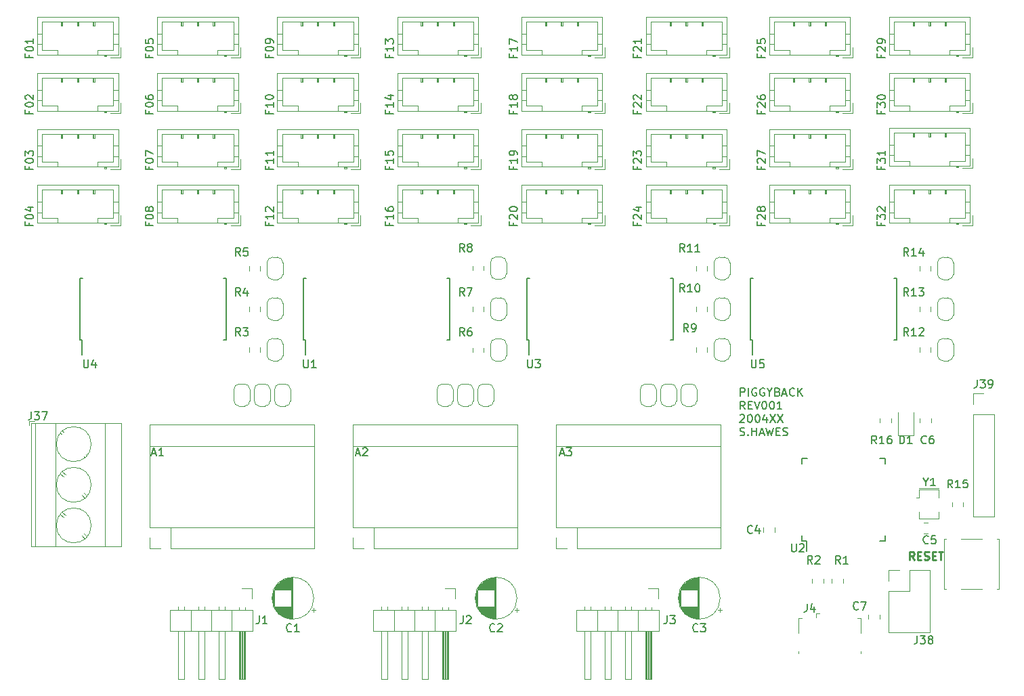
<source format=gbr>
G04 #@! TF.GenerationSoftware,KiCad,Pcbnew,(5.1.5)-3*
G04 #@! TF.CreationDate,2020-05-12T10:10:31+02:00*
G04 #@! TF.ProjectId,piggyback,70696767-7962-4616-936b-2e6b69636164,rev?*
G04 #@! TF.SameCoordinates,Original*
G04 #@! TF.FileFunction,Legend,Top*
G04 #@! TF.FilePolarity,Positive*
%FSLAX46Y46*%
G04 Gerber Fmt 4.6, Leading zero omitted, Abs format (unit mm)*
G04 Created by KiCad (PCBNEW (5.1.5)-3) date 2020-05-12 10:10:31*
%MOMM*%
%LPD*%
G04 APERTURE LIST*
%ADD10C,0.250000*%
%ADD11C,0.150000*%
%ADD12C,0.120000*%
G04 APERTURE END LIST*
D10*
X153547619Y-132952380D02*
X153214285Y-132476190D01*
X152976190Y-132952380D02*
X152976190Y-131952380D01*
X153357142Y-131952380D01*
X153452380Y-132000000D01*
X153500000Y-132047619D01*
X153547619Y-132142857D01*
X153547619Y-132285714D01*
X153500000Y-132380952D01*
X153452380Y-132428571D01*
X153357142Y-132476190D01*
X152976190Y-132476190D01*
X153976190Y-132428571D02*
X154309523Y-132428571D01*
X154452380Y-132952380D02*
X153976190Y-132952380D01*
X153976190Y-131952380D01*
X154452380Y-131952380D01*
X154833333Y-132904761D02*
X154976190Y-132952380D01*
X155214285Y-132952380D01*
X155309523Y-132904761D01*
X155357142Y-132857142D01*
X155404761Y-132761904D01*
X155404761Y-132666666D01*
X155357142Y-132571428D01*
X155309523Y-132523809D01*
X155214285Y-132476190D01*
X155023809Y-132428571D01*
X154928571Y-132380952D01*
X154880952Y-132333333D01*
X154833333Y-132238095D01*
X154833333Y-132142857D01*
X154880952Y-132047619D01*
X154928571Y-132000000D01*
X155023809Y-131952380D01*
X155261904Y-131952380D01*
X155404761Y-132000000D01*
X155833333Y-132428571D02*
X156166666Y-132428571D01*
X156309523Y-132952380D02*
X155833333Y-132952380D01*
X155833333Y-131952380D01*
X156309523Y-131952380D01*
X156595238Y-131952380D02*
X157166666Y-131952380D01*
X156880952Y-132952380D02*
X156880952Y-131952380D01*
D11*
X131835595Y-112477380D02*
X131835595Y-111477380D01*
X132216547Y-111477380D01*
X132311785Y-111525000D01*
X132359404Y-111572619D01*
X132407023Y-111667857D01*
X132407023Y-111810714D01*
X132359404Y-111905952D01*
X132311785Y-111953571D01*
X132216547Y-112001190D01*
X131835595Y-112001190D01*
X132835595Y-112477380D02*
X132835595Y-111477380D01*
X133835595Y-111525000D02*
X133740357Y-111477380D01*
X133597500Y-111477380D01*
X133454642Y-111525000D01*
X133359404Y-111620238D01*
X133311785Y-111715476D01*
X133264166Y-111905952D01*
X133264166Y-112048809D01*
X133311785Y-112239285D01*
X133359404Y-112334523D01*
X133454642Y-112429761D01*
X133597500Y-112477380D01*
X133692738Y-112477380D01*
X133835595Y-112429761D01*
X133883214Y-112382142D01*
X133883214Y-112048809D01*
X133692738Y-112048809D01*
X134835595Y-111525000D02*
X134740357Y-111477380D01*
X134597500Y-111477380D01*
X134454642Y-111525000D01*
X134359404Y-111620238D01*
X134311785Y-111715476D01*
X134264166Y-111905952D01*
X134264166Y-112048809D01*
X134311785Y-112239285D01*
X134359404Y-112334523D01*
X134454642Y-112429761D01*
X134597500Y-112477380D01*
X134692738Y-112477380D01*
X134835595Y-112429761D01*
X134883214Y-112382142D01*
X134883214Y-112048809D01*
X134692738Y-112048809D01*
X135502261Y-112001190D02*
X135502261Y-112477380D01*
X135168928Y-111477380D02*
X135502261Y-112001190D01*
X135835595Y-111477380D01*
X136502261Y-111953571D02*
X136645119Y-112001190D01*
X136692738Y-112048809D01*
X136740357Y-112144047D01*
X136740357Y-112286904D01*
X136692738Y-112382142D01*
X136645119Y-112429761D01*
X136549880Y-112477380D01*
X136168928Y-112477380D01*
X136168928Y-111477380D01*
X136502261Y-111477380D01*
X136597500Y-111525000D01*
X136645119Y-111572619D01*
X136692738Y-111667857D01*
X136692738Y-111763095D01*
X136645119Y-111858333D01*
X136597500Y-111905952D01*
X136502261Y-111953571D01*
X136168928Y-111953571D01*
X137121309Y-112191666D02*
X137597500Y-112191666D01*
X137026071Y-112477380D02*
X137359404Y-111477380D01*
X137692738Y-112477380D01*
X138597500Y-112382142D02*
X138549880Y-112429761D01*
X138407023Y-112477380D01*
X138311785Y-112477380D01*
X138168928Y-112429761D01*
X138073690Y-112334523D01*
X138026071Y-112239285D01*
X137978452Y-112048809D01*
X137978452Y-111905952D01*
X138026071Y-111715476D01*
X138073690Y-111620238D01*
X138168928Y-111525000D01*
X138311785Y-111477380D01*
X138407023Y-111477380D01*
X138549880Y-111525000D01*
X138597500Y-111572619D01*
X139026071Y-112477380D02*
X139026071Y-111477380D01*
X139597500Y-112477380D02*
X139168928Y-111905952D01*
X139597500Y-111477380D02*
X139026071Y-112048809D01*
X132407023Y-114127380D02*
X132073690Y-113651190D01*
X131835595Y-114127380D02*
X131835595Y-113127380D01*
X132216547Y-113127380D01*
X132311785Y-113175000D01*
X132359404Y-113222619D01*
X132407023Y-113317857D01*
X132407023Y-113460714D01*
X132359404Y-113555952D01*
X132311785Y-113603571D01*
X132216547Y-113651190D01*
X131835595Y-113651190D01*
X132835595Y-113603571D02*
X133168928Y-113603571D01*
X133311785Y-114127380D02*
X132835595Y-114127380D01*
X132835595Y-113127380D01*
X133311785Y-113127380D01*
X133597500Y-113127380D02*
X133930833Y-114127380D01*
X134264166Y-113127380D01*
X134787976Y-113127380D02*
X134883214Y-113127380D01*
X134978452Y-113175000D01*
X135026071Y-113222619D01*
X135073690Y-113317857D01*
X135121309Y-113508333D01*
X135121309Y-113746428D01*
X135073690Y-113936904D01*
X135026071Y-114032142D01*
X134978452Y-114079761D01*
X134883214Y-114127380D01*
X134787976Y-114127380D01*
X134692738Y-114079761D01*
X134645119Y-114032142D01*
X134597500Y-113936904D01*
X134549880Y-113746428D01*
X134549880Y-113508333D01*
X134597500Y-113317857D01*
X134645119Y-113222619D01*
X134692738Y-113175000D01*
X134787976Y-113127380D01*
X135740357Y-113127380D02*
X135835595Y-113127380D01*
X135930833Y-113175000D01*
X135978452Y-113222619D01*
X136026071Y-113317857D01*
X136073690Y-113508333D01*
X136073690Y-113746428D01*
X136026071Y-113936904D01*
X135978452Y-114032142D01*
X135930833Y-114079761D01*
X135835595Y-114127380D01*
X135740357Y-114127380D01*
X135645119Y-114079761D01*
X135597500Y-114032142D01*
X135549880Y-113936904D01*
X135502261Y-113746428D01*
X135502261Y-113508333D01*
X135549880Y-113317857D01*
X135597500Y-113222619D01*
X135645119Y-113175000D01*
X135740357Y-113127380D01*
X137026071Y-114127380D02*
X136454642Y-114127380D01*
X136740357Y-114127380D02*
X136740357Y-113127380D01*
X136645119Y-113270238D01*
X136549880Y-113365476D01*
X136454642Y-113413095D01*
X131787976Y-114872619D02*
X131835595Y-114825000D01*
X131930833Y-114777380D01*
X132168928Y-114777380D01*
X132264166Y-114825000D01*
X132311785Y-114872619D01*
X132359404Y-114967857D01*
X132359404Y-115063095D01*
X132311785Y-115205952D01*
X131740357Y-115777380D01*
X132359404Y-115777380D01*
X132978452Y-114777380D02*
X133073690Y-114777380D01*
X133168928Y-114825000D01*
X133216547Y-114872619D01*
X133264166Y-114967857D01*
X133311785Y-115158333D01*
X133311785Y-115396428D01*
X133264166Y-115586904D01*
X133216547Y-115682142D01*
X133168928Y-115729761D01*
X133073690Y-115777380D01*
X132978452Y-115777380D01*
X132883214Y-115729761D01*
X132835595Y-115682142D01*
X132787976Y-115586904D01*
X132740357Y-115396428D01*
X132740357Y-115158333D01*
X132787976Y-114967857D01*
X132835595Y-114872619D01*
X132883214Y-114825000D01*
X132978452Y-114777380D01*
X133930833Y-114777380D02*
X134026071Y-114777380D01*
X134121309Y-114825000D01*
X134168928Y-114872619D01*
X134216547Y-114967857D01*
X134264166Y-115158333D01*
X134264166Y-115396428D01*
X134216547Y-115586904D01*
X134168928Y-115682142D01*
X134121309Y-115729761D01*
X134026071Y-115777380D01*
X133930833Y-115777380D01*
X133835595Y-115729761D01*
X133787976Y-115682142D01*
X133740357Y-115586904D01*
X133692738Y-115396428D01*
X133692738Y-115158333D01*
X133740357Y-114967857D01*
X133787976Y-114872619D01*
X133835595Y-114825000D01*
X133930833Y-114777380D01*
X135121309Y-115110714D02*
X135121309Y-115777380D01*
X134883214Y-114729761D02*
X134645119Y-115444047D01*
X135264166Y-115444047D01*
X135549880Y-114777380D02*
X136216547Y-115777380D01*
X136216547Y-114777380D02*
X135549880Y-115777380D01*
X136502261Y-114777380D02*
X137168928Y-115777380D01*
X137168928Y-114777380D02*
X136502261Y-115777380D01*
X131787976Y-117379761D02*
X131930833Y-117427380D01*
X132168928Y-117427380D01*
X132264166Y-117379761D01*
X132311785Y-117332142D01*
X132359404Y-117236904D01*
X132359404Y-117141666D01*
X132311785Y-117046428D01*
X132264166Y-116998809D01*
X132168928Y-116951190D01*
X131978452Y-116903571D01*
X131883214Y-116855952D01*
X131835595Y-116808333D01*
X131787976Y-116713095D01*
X131787976Y-116617857D01*
X131835595Y-116522619D01*
X131883214Y-116475000D01*
X131978452Y-116427380D01*
X132216547Y-116427380D01*
X132359404Y-116475000D01*
X132787976Y-117332142D02*
X132835595Y-117379761D01*
X132787976Y-117427380D01*
X132740357Y-117379761D01*
X132787976Y-117332142D01*
X132787976Y-117427380D01*
X133264166Y-117427380D02*
X133264166Y-116427380D01*
X133264166Y-116903571D02*
X133835595Y-116903571D01*
X133835595Y-117427380D02*
X133835595Y-116427380D01*
X134264166Y-117141666D02*
X134740357Y-117141666D01*
X134168928Y-117427380D02*
X134502261Y-116427380D01*
X134835595Y-117427380D01*
X135073690Y-116427380D02*
X135311785Y-117427380D01*
X135502261Y-116713095D01*
X135692738Y-117427380D01*
X135930833Y-116427380D01*
X136311785Y-116903571D02*
X136645119Y-116903571D01*
X136787976Y-117427380D02*
X136311785Y-117427380D01*
X136311785Y-116427380D01*
X136787976Y-116427380D01*
X137168928Y-117379761D02*
X137311785Y-117427380D01*
X137549880Y-117427380D01*
X137645119Y-117379761D01*
X137692738Y-117332142D01*
X137740357Y-117236904D01*
X137740357Y-117141666D01*
X137692738Y-117046428D01*
X137645119Y-116998809D01*
X137549880Y-116951190D01*
X137359404Y-116903571D01*
X137264166Y-116855952D01*
X137216547Y-116808333D01*
X137168928Y-116713095D01*
X137168928Y-116617857D01*
X137216547Y-116522619D01*
X137264166Y-116475000D01*
X137359404Y-116427380D01*
X137597500Y-116427380D01*
X137740357Y-116475000D01*
X149428571Y-76809523D02*
X149428571Y-77142857D01*
X149952380Y-77142857D02*
X148952380Y-77142857D01*
X148952380Y-76666666D01*
X148952380Y-76380952D02*
X148952380Y-75761904D01*
X149333333Y-76095238D01*
X149333333Y-75952380D01*
X149380952Y-75857142D01*
X149428571Y-75809523D01*
X149523809Y-75761904D01*
X149761904Y-75761904D01*
X149857142Y-75809523D01*
X149904761Y-75857142D01*
X149952380Y-75952380D01*
X149952380Y-76238095D01*
X149904761Y-76333333D01*
X149857142Y-76380952D01*
X148952380Y-75142857D02*
X148952380Y-75047619D01*
X149000000Y-74952380D01*
X149047619Y-74904761D01*
X149142857Y-74857142D01*
X149333333Y-74809523D01*
X149571428Y-74809523D01*
X149761904Y-74857142D01*
X149857142Y-74904761D01*
X149904761Y-74952380D01*
X149952380Y-75047619D01*
X149952380Y-75142857D01*
X149904761Y-75238095D01*
X149857142Y-75285714D01*
X149761904Y-75333333D01*
X149571428Y-75380952D01*
X149333333Y-75380952D01*
X149142857Y-75333333D01*
X149047619Y-75285714D01*
X149000000Y-75238095D01*
X148952380Y-75142857D01*
X149428571Y-83809523D02*
X149428571Y-84142857D01*
X149952380Y-84142857D02*
X148952380Y-84142857D01*
X148952380Y-83666666D01*
X148952380Y-83380952D02*
X148952380Y-82761904D01*
X149333333Y-83095238D01*
X149333333Y-82952380D01*
X149380952Y-82857142D01*
X149428571Y-82809523D01*
X149523809Y-82761904D01*
X149761904Y-82761904D01*
X149857142Y-82809523D01*
X149904761Y-82857142D01*
X149952380Y-82952380D01*
X149952380Y-83238095D01*
X149904761Y-83333333D01*
X149857142Y-83380952D01*
X149952380Y-81809523D02*
X149952380Y-82380952D01*
X149952380Y-82095238D02*
X148952380Y-82095238D01*
X149095238Y-82190476D01*
X149190476Y-82285714D01*
X149238095Y-82380952D01*
X149428571Y-69809523D02*
X149428571Y-70142857D01*
X149952380Y-70142857D02*
X148952380Y-70142857D01*
X148952380Y-69666666D01*
X149047619Y-69333333D02*
X149000000Y-69285714D01*
X148952380Y-69190476D01*
X148952380Y-68952380D01*
X149000000Y-68857142D01*
X149047619Y-68809523D01*
X149142857Y-68761904D01*
X149238095Y-68761904D01*
X149380952Y-68809523D01*
X149952380Y-69380952D01*
X149952380Y-68761904D01*
X149952380Y-68285714D02*
X149952380Y-68095238D01*
X149904761Y-68000000D01*
X149857142Y-67952380D01*
X149714285Y-67857142D01*
X149523809Y-67809523D01*
X149142857Y-67809523D01*
X149047619Y-67857142D01*
X149000000Y-67904761D01*
X148952380Y-68000000D01*
X148952380Y-68190476D01*
X149000000Y-68285714D01*
X149047619Y-68333333D01*
X149142857Y-68380952D01*
X149380952Y-68380952D01*
X149476190Y-68333333D01*
X149523809Y-68285714D01*
X149571428Y-68190476D01*
X149571428Y-68000000D01*
X149523809Y-67904761D01*
X149476190Y-67857142D01*
X149380952Y-67809523D01*
X149428571Y-90809523D02*
X149428571Y-91142857D01*
X149952380Y-91142857D02*
X148952380Y-91142857D01*
X148952380Y-90666666D01*
X148952380Y-90380952D02*
X148952380Y-89761904D01*
X149333333Y-90095238D01*
X149333333Y-89952380D01*
X149380952Y-89857142D01*
X149428571Y-89809523D01*
X149523809Y-89761904D01*
X149761904Y-89761904D01*
X149857142Y-89809523D01*
X149904761Y-89857142D01*
X149952380Y-89952380D01*
X149952380Y-90238095D01*
X149904761Y-90333333D01*
X149857142Y-90380952D01*
X149047619Y-89380952D02*
X149000000Y-89333333D01*
X148952380Y-89238095D01*
X148952380Y-89000000D01*
X149000000Y-88904761D01*
X149047619Y-88857142D01*
X149142857Y-88809523D01*
X149238095Y-88809523D01*
X149380952Y-88857142D01*
X149952380Y-89428571D01*
X149952380Y-88809523D01*
X134428571Y-69809523D02*
X134428571Y-70142857D01*
X134952380Y-70142857D02*
X133952380Y-70142857D01*
X133952380Y-69666666D01*
X134047619Y-69333333D02*
X134000000Y-69285714D01*
X133952380Y-69190476D01*
X133952380Y-68952380D01*
X134000000Y-68857142D01*
X134047619Y-68809523D01*
X134142857Y-68761904D01*
X134238095Y-68761904D01*
X134380952Y-68809523D01*
X134952380Y-69380952D01*
X134952380Y-68761904D01*
X133952380Y-67857142D02*
X133952380Y-68333333D01*
X134428571Y-68380952D01*
X134380952Y-68333333D01*
X134333333Y-68238095D01*
X134333333Y-68000000D01*
X134380952Y-67904761D01*
X134428571Y-67857142D01*
X134523809Y-67809523D01*
X134761904Y-67809523D01*
X134857142Y-67857142D01*
X134904761Y-67904761D01*
X134952380Y-68000000D01*
X134952380Y-68238095D01*
X134904761Y-68333333D01*
X134857142Y-68380952D01*
X134428571Y-76809523D02*
X134428571Y-77142857D01*
X134952380Y-77142857D02*
X133952380Y-77142857D01*
X133952380Y-76666666D01*
X134047619Y-76333333D02*
X134000000Y-76285714D01*
X133952380Y-76190476D01*
X133952380Y-75952380D01*
X134000000Y-75857142D01*
X134047619Y-75809523D01*
X134142857Y-75761904D01*
X134238095Y-75761904D01*
X134380952Y-75809523D01*
X134952380Y-76380952D01*
X134952380Y-75761904D01*
X133952380Y-74904761D02*
X133952380Y-75095238D01*
X134000000Y-75190476D01*
X134047619Y-75238095D01*
X134190476Y-75333333D01*
X134380952Y-75380952D01*
X134761904Y-75380952D01*
X134857142Y-75333333D01*
X134904761Y-75285714D01*
X134952380Y-75190476D01*
X134952380Y-75000000D01*
X134904761Y-74904761D01*
X134857142Y-74857142D01*
X134761904Y-74809523D01*
X134523809Y-74809523D01*
X134428571Y-74857142D01*
X134380952Y-74904761D01*
X134333333Y-75000000D01*
X134333333Y-75190476D01*
X134380952Y-75285714D01*
X134428571Y-75333333D01*
X134523809Y-75380952D01*
X134428571Y-83809523D02*
X134428571Y-84142857D01*
X134952380Y-84142857D02*
X133952380Y-84142857D01*
X133952380Y-83666666D01*
X134047619Y-83333333D02*
X134000000Y-83285714D01*
X133952380Y-83190476D01*
X133952380Y-82952380D01*
X134000000Y-82857142D01*
X134047619Y-82809523D01*
X134142857Y-82761904D01*
X134238095Y-82761904D01*
X134380952Y-82809523D01*
X134952380Y-83380952D01*
X134952380Y-82761904D01*
X133952380Y-82428571D02*
X133952380Y-81761904D01*
X134952380Y-82190476D01*
X134428571Y-90809523D02*
X134428571Y-91142857D01*
X134952380Y-91142857D02*
X133952380Y-91142857D01*
X133952380Y-90666666D01*
X134047619Y-90333333D02*
X134000000Y-90285714D01*
X133952380Y-90190476D01*
X133952380Y-89952380D01*
X134000000Y-89857142D01*
X134047619Y-89809523D01*
X134142857Y-89761904D01*
X134238095Y-89761904D01*
X134380952Y-89809523D01*
X134952380Y-90380952D01*
X134952380Y-89761904D01*
X134380952Y-89190476D02*
X134333333Y-89285714D01*
X134285714Y-89333333D01*
X134190476Y-89380952D01*
X134142857Y-89380952D01*
X134047619Y-89333333D01*
X134000000Y-89285714D01*
X133952380Y-89190476D01*
X133952380Y-89000000D01*
X134000000Y-88904761D01*
X134047619Y-88857142D01*
X134142857Y-88809523D01*
X134190476Y-88809523D01*
X134285714Y-88857142D01*
X134333333Y-88904761D01*
X134380952Y-89000000D01*
X134380952Y-89190476D01*
X134428571Y-89285714D01*
X134476190Y-89333333D01*
X134571428Y-89380952D01*
X134761904Y-89380952D01*
X134857142Y-89333333D01*
X134904761Y-89285714D01*
X134952380Y-89190476D01*
X134952380Y-89000000D01*
X134904761Y-88904761D01*
X134857142Y-88857142D01*
X134761904Y-88809523D01*
X134571428Y-88809523D01*
X134476190Y-88857142D01*
X134428571Y-88904761D01*
X134380952Y-89000000D01*
X118928571Y-76809523D02*
X118928571Y-77142857D01*
X119452380Y-77142857D02*
X118452380Y-77142857D01*
X118452380Y-76666666D01*
X118547619Y-76333333D02*
X118500000Y-76285714D01*
X118452380Y-76190476D01*
X118452380Y-75952380D01*
X118500000Y-75857142D01*
X118547619Y-75809523D01*
X118642857Y-75761904D01*
X118738095Y-75761904D01*
X118880952Y-75809523D01*
X119452380Y-76380952D01*
X119452380Y-75761904D01*
X118547619Y-75380952D02*
X118500000Y-75333333D01*
X118452380Y-75238095D01*
X118452380Y-75000000D01*
X118500000Y-74904761D01*
X118547619Y-74857142D01*
X118642857Y-74809523D01*
X118738095Y-74809523D01*
X118880952Y-74857142D01*
X119452380Y-75428571D01*
X119452380Y-74809523D01*
X118928571Y-83809523D02*
X118928571Y-84142857D01*
X119452380Y-84142857D02*
X118452380Y-84142857D01*
X118452380Y-83666666D01*
X118547619Y-83333333D02*
X118500000Y-83285714D01*
X118452380Y-83190476D01*
X118452380Y-82952380D01*
X118500000Y-82857142D01*
X118547619Y-82809523D01*
X118642857Y-82761904D01*
X118738095Y-82761904D01*
X118880952Y-82809523D01*
X119452380Y-83380952D01*
X119452380Y-82761904D01*
X118452380Y-82428571D02*
X118452380Y-81809523D01*
X118833333Y-82142857D01*
X118833333Y-82000000D01*
X118880952Y-81904761D01*
X118928571Y-81857142D01*
X119023809Y-81809523D01*
X119261904Y-81809523D01*
X119357142Y-81857142D01*
X119404761Y-81904761D01*
X119452380Y-82000000D01*
X119452380Y-82285714D01*
X119404761Y-82380952D01*
X119357142Y-82428571D01*
X118928571Y-90809523D02*
X118928571Y-91142857D01*
X119452380Y-91142857D02*
X118452380Y-91142857D01*
X118452380Y-90666666D01*
X118547619Y-90333333D02*
X118500000Y-90285714D01*
X118452380Y-90190476D01*
X118452380Y-89952380D01*
X118500000Y-89857142D01*
X118547619Y-89809523D01*
X118642857Y-89761904D01*
X118738095Y-89761904D01*
X118880952Y-89809523D01*
X119452380Y-90380952D01*
X119452380Y-89761904D01*
X118785714Y-88904761D02*
X119452380Y-88904761D01*
X118404761Y-89142857D02*
X119119047Y-89380952D01*
X119119047Y-88761904D01*
X118928571Y-69809523D02*
X118928571Y-70142857D01*
X119452380Y-70142857D02*
X118452380Y-70142857D01*
X118452380Y-69666666D01*
X118547619Y-69333333D02*
X118500000Y-69285714D01*
X118452380Y-69190476D01*
X118452380Y-68952380D01*
X118500000Y-68857142D01*
X118547619Y-68809523D01*
X118642857Y-68761904D01*
X118738095Y-68761904D01*
X118880952Y-68809523D01*
X119452380Y-69380952D01*
X119452380Y-68761904D01*
X119452380Y-67809523D02*
X119452380Y-68380952D01*
X119452380Y-68095238D02*
X118452380Y-68095238D01*
X118595238Y-68190476D01*
X118690476Y-68285714D01*
X118738095Y-68380952D01*
X103428571Y-83809523D02*
X103428571Y-84142857D01*
X103952380Y-84142857D02*
X102952380Y-84142857D01*
X102952380Y-83666666D01*
X103952380Y-82761904D02*
X103952380Y-83333333D01*
X103952380Y-83047619D02*
X102952380Y-83047619D01*
X103095238Y-83142857D01*
X103190476Y-83238095D01*
X103238095Y-83333333D01*
X103952380Y-82285714D02*
X103952380Y-82095238D01*
X103904761Y-82000000D01*
X103857142Y-81952380D01*
X103714285Y-81857142D01*
X103523809Y-81809523D01*
X103142857Y-81809523D01*
X103047619Y-81857142D01*
X103000000Y-81904761D01*
X102952380Y-82000000D01*
X102952380Y-82190476D01*
X103000000Y-82285714D01*
X103047619Y-82333333D01*
X103142857Y-82380952D01*
X103380952Y-82380952D01*
X103476190Y-82333333D01*
X103523809Y-82285714D01*
X103571428Y-82190476D01*
X103571428Y-82000000D01*
X103523809Y-81904761D01*
X103476190Y-81857142D01*
X103380952Y-81809523D01*
X103428571Y-69809523D02*
X103428571Y-70142857D01*
X103952380Y-70142857D02*
X102952380Y-70142857D01*
X102952380Y-69666666D01*
X103952380Y-68761904D02*
X103952380Y-69333333D01*
X103952380Y-69047619D02*
X102952380Y-69047619D01*
X103095238Y-69142857D01*
X103190476Y-69238095D01*
X103238095Y-69333333D01*
X102952380Y-68428571D02*
X102952380Y-67761904D01*
X103952380Y-68190476D01*
X103428571Y-90809523D02*
X103428571Y-91142857D01*
X103952380Y-91142857D02*
X102952380Y-91142857D01*
X102952380Y-90666666D01*
X103047619Y-90333333D02*
X103000000Y-90285714D01*
X102952380Y-90190476D01*
X102952380Y-89952380D01*
X103000000Y-89857142D01*
X103047619Y-89809523D01*
X103142857Y-89761904D01*
X103238095Y-89761904D01*
X103380952Y-89809523D01*
X103952380Y-90380952D01*
X103952380Y-89761904D01*
X102952380Y-89142857D02*
X102952380Y-89047619D01*
X103000000Y-88952380D01*
X103047619Y-88904761D01*
X103142857Y-88857142D01*
X103333333Y-88809523D01*
X103571428Y-88809523D01*
X103761904Y-88857142D01*
X103857142Y-88904761D01*
X103904761Y-88952380D01*
X103952380Y-89047619D01*
X103952380Y-89142857D01*
X103904761Y-89238095D01*
X103857142Y-89285714D01*
X103761904Y-89333333D01*
X103571428Y-89380952D01*
X103333333Y-89380952D01*
X103142857Y-89333333D01*
X103047619Y-89285714D01*
X103000000Y-89238095D01*
X102952380Y-89142857D01*
X103428571Y-76809523D02*
X103428571Y-77142857D01*
X103952380Y-77142857D02*
X102952380Y-77142857D01*
X102952380Y-76666666D01*
X103952380Y-75761904D02*
X103952380Y-76333333D01*
X103952380Y-76047619D02*
X102952380Y-76047619D01*
X103095238Y-76142857D01*
X103190476Y-76238095D01*
X103238095Y-76333333D01*
X103380952Y-75190476D02*
X103333333Y-75285714D01*
X103285714Y-75333333D01*
X103190476Y-75380952D01*
X103142857Y-75380952D01*
X103047619Y-75333333D01*
X103000000Y-75285714D01*
X102952380Y-75190476D01*
X102952380Y-75000000D01*
X103000000Y-74904761D01*
X103047619Y-74857142D01*
X103142857Y-74809523D01*
X103190476Y-74809523D01*
X103285714Y-74857142D01*
X103333333Y-74904761D01*
X103380952Y-75000000D01*
X103380952Y-75190476D01*
X103428571Y-75285714D01*
X103476190Y-75333333D01*
X103571428Y-75380952D01*
X103761904Y-75380952D01*
X103857142Y-75333333D01*
X103904761Y-75285714D01*
X103952380Y-75190476D01*
X103952380Y-75000000D01*
X103904761Y-74904761D01*
X103857142Y-74857142D01*
X103761904Y-74809523D01*
X103571428Y-74809523D01*
X103476190Y-74857142D01*
X103428571Y-74904761D01*
X103380952Y-75000000D01*
X87928571Y-90809523D02*
X87928571Y-91142857D01*
X88452380Y-91142857D02*
X87452380Y-91142857D01*
X87452380Y-90666666D01*
X88452380Y-89761904D02*
X88452380Y-90333333D01*
X88452380Y-90047619D02*
X87452380Y-90047619D01*
X87595238Y-90142857D01*
X87690476Y-90238095D01*
X87738095Y-90333333D01*
X87452380Y-88904761D02*
X87452380Y-89095238D01*
X87500000Y-89190476D01*
X87547619Y-89238095D01*
X87690476Y-89333333D01*
X87880952Y-89380952D01*
X88261904Y-89380952D01*
X88357142Y-89333333D01*
X88404761Y-89285714D01*
X88452380Y-89190476D01*
X88452380Y-89000000D01*
X88404761Y-88904761D01*
X88357142Y-88857142D01*
X88261904Y-88809523D01*
X88023809Y-88809523D01*
X87928571Y-88857142D01*
X87880952Y-88904761D01*
X87833333Y-89000000D01*
X87833333Y-89190476D01*
X87880952Y-89285714D01*
X87928571Y-89333333D01*
X88023809Y-89380952D01*
X87928571Y-76809523D02*
X87928571Y-77142857D01*
X88452380Y-77142857D02*
X87452380Y-77142857D01*
X87452380Y-76666666D01*
X88452380Y-75761904D02*
X88452380Y-76333333D01*
X88452380Y-76047619D02*
X87452380Y-76047619D01*
X87595238Y-76142857D01*
X87690476Y-76238095D01*
X87738095Y-76333333D01*
X87785714Y-74904761D02*
X88452380Y-74904761D01*
X87404761Y-75142857D02*
X88119047Y-75380952D01*
X88119047Y-74761904D01*
X87928571Y-69809523D02*
X87928571Y-70142857D01*
X88452380Y-70142857D02*
X87452380Y-70142857D01*
X87452380Y-69666666D01*
X88452380Y-68761904D02*
X88452380Y-69333333D01*
X88452380Y-69047619D02*
X87452380Y-69047619D01*
X87595238Y-69142857D01*
X87690476Y-69238095D01*
X87738095Y-69333333D01*
X87452380Y-68428571D02*
X87452380Y-67809523D01*
X87833333Y-68142857D01*
X87833333Y-68000000D01*
X87880952Y-67904761D01*
X87928571Y-67857142D01*
X88023809Y-67809523D01*
X88261904Y-67809523D01*
X88357142Y-67857142D01*
X88404761Y-67904761D01*
X88452380Y-68000000D01*
X88452380Y-68285714D01*
X88404761Y-68380952D01*
X88357142Y-68428571D01*
X87928571Y-83809523D02*
X87928571Y-84142857D01*
X88452380Y-84142857D02*
X87452380Y-84142857D01*
X87452380Y-83666666D01*
X88452380Y-82761904D02*
X88452380Y-83333333D01*
X88452380Y-83047619D02*
X87452380Y-83047619D01*
X87595238Y-83142857D01*
X87690476Y-83238095D01*
X87738095Y-83333333D01*
X87452380Y-81857142D02*
X87452380Y-82333333D01*
X87928571Y-82380952D01*
X87880952Y-82333333D01*
X87833333Y-82238095D01*
X87833333Y-82000000D01*
X87880952Y-81904761D01*
X87928571Y-81857142D01*
X88023809Y-81809523D01*
X88261904Y-81809523D01*
X88357142Y-81857142D01*
X88404761Y-81904761D01*
X88452380Y-82000000D01*
X88452380Y-82238095D01*
X88404761Y-82333333D01*
X88357142Y-82380952D01*
X72928571Y-90809523D02*
X72928571Y-91142857D01*
X73452380Y-91142857D02*
X72452380Y-91142857D01*
X72452380Y-90666666D01*
X73452380Y-89761904D02*
X73452380Y-90333333D01*
X73452380Y-90047619D02*
X72452380Y-90047619D01*
X72595238Y-90142857D01*
X72690476Y-90238095D01*
X72738095Y-90333333D01*
X72547619Y-89380952D02*
X72500000Y-89333333D01*
X72452380Y-89238095D01*
X72452380Y-89000000D01*
X72500000Y-88904761D01*
X72547619Y-88857142D01*
X72642857Y-88809523D01*
X72738095Y-88809523D01*
X72880952Y-88857142D01*
X73452380Y-89428571D01*
X73452380Y-88809523D01*
X72928571Y-83809523D02*
X72928571Y-84142857D01*
X73452380Y-84142857D02*
X72452380Y-84142857D01*
X72452380Y-83666666D01*
X73452380Y-82761904D02*
X73452380Y-83333333D01*
X73452380Y-83047619D02*
X72452380Y-83047619D01*
X72595238Y-83142857D01*
X72690476Y-83238095D01*
X72738095Y-83333333D01*
X73452380Y-81809523D02*
X73452380Y-82380952D01*
X73452380Y-82095238D02*
X72452380Y-82095238D01*
X72595238Y-82190476D01*
X72690476Y-82285714D01*
X72738095Y-82380952D01*
X72928571Y-69809523D02*
X72928571Y-70142857D01*
X73452380Y-70142857D02*
X72452380Y-70142857D01*
X72452380Y-69666666D01*
X72452380Y-69095238D02*
X72452380Y-69000000D01*
X72500000Y-68904761D01*
X72547619Y-68857142D01*
X72642857Y-68809523D01*
X72833333Y-68761904D01*
X73071428Y-68761904D01*
X73261904Y-68809523D01*
X73357142Y-68857142D01*
X73404761Y-68904761D01*
X73452380Y-69000000D01*
X73452380Y-69095238D01*
X73404761Y-69190476D01*
X73357142Y-69238095D01*
X73261904Y-69285714D01*
X73071428Y-69333333D01*
X72833333Y-69333333D01*
X72642857Y-69285714D01*
X72547619Y-69238095D01*
X72500000Y-69190476D01*
X72452380Y-69095238D01*
X73452380Y-68285714D02*
X73452380Y-68095238D01*
X73404761Y-68000000D01*
X73357142Y-67952380D01*
X73214285Y-67857142D01*
X73023809Y-67809523D01*
X72642857Y-67809523D01*
X72547619Y-67857142D01*
X72500000Y-67904761D01*
X72452380Y-68000000D01*
X72452380Y-68190476D01*
X72500000Y-68285714D01*
X72547619Y-68333333D01*
X72642857Y-68380952D01*
X72880952Y-68380952D01*
X72976190Y-68333333D01*
X73023809Y-68285714D01*
X73071428Y-68190476D01*
X73071428Y-68000000D01*
X73023809Y-67904761D01*
X72976190Y-67857142D01*
X72880952Y-67809523D01*
X72928571Y-76809523D02*
X72928571Y-77142857D01*
X73452380Y-77142857D02*
X72452380Y-77142857D01*
X72452380Y-76666666D01*
X73452380Y-75761904D02*
X73452380Y-76333333D01*
X73452380Y-76047619D02*
X72452380Y-76047619D01*
X72595238Y-76142857D01*
X72690476Y-76238095D01*
X72738095Y-76333333D01*
X72452380Y-75142857D02*
X72452380Y-75047619D01*
X72500000Y-74952380D01*
X72547619Y-74904761D01*
X72642857Y-74857142D01*
X72833333Y-74809523D01*
X73071428Y-74809523D01*
X73261904Y-74857142D01*
X73357142Y-74904761D01*
X73404761Y-74952380D01*
X73452380Y-75047619D01*
X73452380Y-75142857D01*
X73404761Y-75238095D01*
X73357142Y-75285714D01*
X73261904Y-75333333D01*
X73071428Y-75380952D01*
X72833333Y-75380952D01*
X72642857Y-75333333D01*
X72547619Y-75285714D01*
X72500000Y-75238095D01*
X72452380Y-75142857D01*
X57928571Y-69809523D02*
X57928571Y-70142857D01*
X58452380Y-70142857D02*
X57452380Y-70142857D01*
X57452380Y-69666666D01*
X57452380Y-69095238D02*
X57452380Y-69000000D01*
X57500000Y-68904761D01*
X57547619Y-68857142D01*
X57642857Y-68809523D01*
X57833333Y-68761904D01*
X58071428Y-68761904D01*
X58261904Y-68809523D01*
X58357142Y-68857142D01*
X58404761Y-68904761D01*
X58452380Y-69000000D01*
X58452380Y-69095238D01*
X58404761Y-69190476D01*
X58357142Y-69238095D01*
X58261904Y-69285714D01*
X58071428Y-69333333D01*
X57833333Y-69333333D01*
X57642857Y-69285714D01*
X57547619Y-69238095D01*
X57500000Y-69190476D01*
X57452380Y-69095238D01*
X57452380Y-67857142D02*
X57452380Y-68333333D01*
X57928571Y-68380952D01*
X57880952Y-68333333D01*
X57833333Y-68238095D01*
X57833333Y-68000000D01*
X57880952Y-67904761D01*
X57928571Y-67857142D01*
X58023809Y-67809523D01*
X58261904Y-67809523D01*
X58357142Y-67857142D01*
X58404761Y-67904761D01*
X58452380Y-68000000D01*
X58452380Y-68238095D01*
X58404761Y-68333333D01*
X58357142Y-68380952D01*
X57928571Y-90809523D02*
X57928571Y-91142857D01*
X58452380Y-91142857D02*
X57452380Y-91142857D01*
X57452380Y-90666666D01*
X57452380Y-90095238D02*
X57452380Y-90000000D01*
X57500000Y-89904761D01*
X57547619Y-89857142D01*
X57642857Y-89809523D01*
X57833333Y-89761904D01*
X58071428Y-89761904D01*
X58261904Y-89809523D01*
X58357142Y-89857142D01*
X58404761Y-89904761D01*
X58452380Y-90000000D01*
X58452380Y-90095238D01*
X58404761Y-90190476D01*
X58357142Y-90238095D01*
X58261904Y-90285714D01*
X58071428Y-90333333D01*
X57833333Y-90333333D01*
X57642857Y-90285714D01*
X57547619Y-90238095D01*
X57500000Y-90190476D01*
X57452380Y-90095238D01*
X57880952Y-89190476D02*
X57833333Y-89285714D01*
X57785714Y-89333333D01*
X57690476Y-89380952D01*
X57642857Y-89380952D01*
X57547619Y-89333333D01*
X57500000Y-89285714D01*
X57452380Y-89190476D01*
X57452380Y-89000000D01*
X57500000Y-88904761D01*
X57547619Y-88857142D01*
X57642857Y-88809523D01*
X57690476Y-88809523D01*
X57785714Y-88857142D01*
X57833333Y-88904761D01*
X57880952Y-89000000D01*
X57880952Y-89190476D01*
X57928571Y-89285714D01*
X57976190Y-89333333D01*
X58071428Y-89380952D01*
X58261904Y-89380952D01*
X58357142Y-89333333D01*
X58404761Y-89285714D01*
X58452380Y-89190476D01*
X58452380Y-89000000D01*
X58404761Y-88904761D01*
X58357142Y-88857142D01*
X58261904Y-88809523D01*
X58071428Y-88809523D01*
X57976190Y-88857142D01*
X57928571Y-88904761D01*
X57880952Y-89000000D01*
X57928571Y-76809523D02*
X57928571Y-77142857D01*
X58452380Y-77142857D02*
X57452380Y-77142857D01*
X57452380Y-76666666D01*
X57452380Y-76095238D02*
X57452380Y-76000000D01*
X57500000Y-75904761D01*
X57547619Y-75857142D01*
X57642857Y-75809523D01*
X57833333Y-75761904D01*
X58071428Y-75761904D01*
X58261904Y-75809523D01*
X58357142Y-75857142D01*
X58404761Y-75904761D01*
X58452380Y-76000000D01*
X58452380Y-76095238D01*
X58404761Y-76190476D01*
X58357142Y-76238095D01*
X58261904Y-76285714D01*
X58071428Y-76333333D01*
X57833333Y-76333333D01*
X57642857Y-76285714D01*
X57547619Y-76238095D01*
X57500000Y-76190476D01*
X57452380Y-76095238D01*
X57452380Y-74904761D02*
X57452380Y-75095238D01*
X57500000Y-75190476D01*
X57547619Y-75238095D01*
X57690476Y-75333333D01*
X57880952Y-75380952D01*
X58261904Y-75380952D01*
X58357142Y-75333333D01*
X58404761Y-75285714D01*
X58452380Y-75190476D01*
X58452380Y-75000000D01*
X58404761Y-74904761D01*
X58357142Y-74857142D01*
X58261904Y-74809523D01*
X58023809Y-74809523D01*
X57928571Y-74857142D01*
X57880952Y-74904761D01*
X57833333Y-75000000D01*
X57833333Y-75190476D01*
X57880952Y-75285714D01*
X57928571Y-75333333D01*
X58023809Y-75380952D01*
X57928571Y-83809523D02*
X57928571Y-84142857D01*
X58452380Y-84142857D02*
X57452380Y-84142857D01*
X57452380Y-83666666D01*
X57452380Y-83095238D02*
X57452380Y-83000000D01*
X57500000Y-82904761D01*
X57547619Y-82857142D01*
X57642857Y-82809523D01*
X57833333Y-82761904D01*
X58071428Y-82761904D01*
X58261904Y-82809523D01*
X58357142Y-82857142D01*
X58404761Y-82904761D01*
X58452380Y-83000000D01*
X58452380Y-83095238D01*
X58404761Y-83190476D01*
X58357142Y-83238095D01*
X58261904Y-83285714D01*
X58071428Y-83333333D01*
X57833333Y-83333333D01*
X57642857Y-83285714D01*
X57547619Y-83238095D01*
X57500000Y-83190476D01*
X57452380Y-83095238D01*
X57452380Y-82428571D02*
X57452380Y-81761904D01*
X58452380Y-82190476D01*
X42928571Y-90809523D02*
X42928571Y-91142857D01*
X43452380Y-91142857D02*
X42452380Y-91142857D01*
X42452380Y-90666666D01*
X42452380Y-90095238D02*
X42452380Y-90000000D01*
X42500000Y-89904761D01*
X42547619Y-89857142D01*
X42642857Y-89809523D01*
X42833333Y-89761904D01*
X43071428Y-89761904D01*
X43261904Y-89809523D01*
X43357142Y-89857142D01*
X43404761Y-89904761D01*
X43452380Y-90000000D01*
X43452380Y-90095238D01*
X43404761Y-90190476D01*
X43357142Y-90238095D01*
X43261904Y-90285714D01*
X43071428Y-90333333D01*
X42833333Y-90333333D01*
X42642857Y-90285714D01*
X42547619Y-90238095D01*
X42500000Y-90190476D01*
X42452380Y-90095238D01*
X42785714Y-88904761D02*
X43452380Y-88904761D01*
X42404761Y-89142857D02*
X43119047Y-89380952D01*
X43119047Y-88761904D01*
X42928571Y-83809523D02*
X42928571Y-84142857D01*
X43452380Y-84142857D02*
X42452380Y-84142857D01*
X42452380Y-83666666D01*
X42452380Y-83095238D02*
X42452380Y-83000000D01*
X42500000Y-82904761D01*
X42547619Y-82857142D01*
X42642857Y-82809523D01*
X42833333Y-82761904D01*
X43071428Y-82761904D01*
X43261904Y-82809523D01*
X43357142Y-82857142D01*
X43404761Y-82904761D01*
X43452380Y-83000000D01*
X43452380Y-83095238D01*
X43404761Y-83190476D01*
X43357142Y-83238095D01*
X43261904Y-83285714D01*
X43071428Y-83333333D01*
X42833333Y-83333333D01*
X42642857Y-83285714D01*
X42547619Y-83238095D01*
X42500000Y-83190476D01*
X42452380Y-83095238D01*
X42452380Y-82428571D02*
X42452380Y-81809523D01*
X42833333Y-82142857D01*
X42833333Y-82000000D01*
X42880952Y-81904761D01*
X42928571Y-81857142D01*
X43023809Y-81809523D01*
X43261904Y-81809523D01*
X43357142Y-81857142D01*
X43404761Y-81904761D01*
X43452380Y-82000000D01*
X43452380Y-82285714D01*
X43404761Y-82380952D01*
X43357142Y-82428571D01*
X42928571Y-76809523D02*
X42928571Y-77142857D01*
X43452380Y-77142857D02*
X42452380Y-77142857D01*
X42452380Y-76666666D01*
X42452380Y-76095238D02*
X42452380Y-76000000D01*
X42500000Y-75904761D01*
X42547619Y-75857142D01*
X42642857Y-75809523D01*
X42833333Y-75761904D01*
X43071428Y-75761904D01*
X43261904Y-75809523D01*
X43357142Y-75857142D01*
X43404761Y-75904761D01*
X43452380Y-76000000D01*
X43452380Y-76095238D01*
X43404761Y-76190476D01*
X43357142Y-76238095D01*
X43261904Y-76285714D01*
X43071428Y-76333333D01*
X42833333Y-76333333D01*
X42642857Y-76285714D01*
X42547619Y-76238095D01*
X42500000Y-76190476D01*
X42452380Y-76095238D01*
X42547619Y-75380952D02*
X42500000Y-75333333D01*
X42452380Y-75238095D01*
X42452380Y-75000000D01*
X42500000Y-74904761D01*
X42547619Y-74857142D01*
X42642857Y-74809523D01*
X42738095Y-74809523D01*
X42880952Y-74857142D01*
X43452380Y-75428571D01*
X43452380Y-74809523D01*
X42928571Y-69809523D02*
X42928571Y-70142857D01*
X43452380Y-70142857D02*
X42452380Y-70142857D01*
X42452380Y-69666666D01*
X42452380Y-69095238D02*
X42452380Y-69000000D01*
X42500000Y-68904761D01*
X42547619Y-68857142D01*
X42642857Y-68809523D01*
X42833333Y-68761904D01*
X43071428Y-68761904D01*
X43261904Y-68809523D01*
X43357142Y-68857142D01*
X43404761Y-68904761D01*
X43452380Y-69000000D01*
X43452380Y-69095238D01*
X43404761Y-69190476D01*
X43357142Y-69238095D01*
X43261904Y-69285714D01*
X43071428Y-69333333D01*
X42833333Y-69333333D01*
X42642857Y-69285714D01*
X42547619Y-69238095D01*
X42500000Y-69190476D01*
X42452380Y-69095238D01*
X43452380Y-67809523D02*
X43452380Y-68380952D01*
X43452380Y-68095238D02*
X42452380Y-68095238D01*
X42595238Y-68190476D01*
X42690476Y-68285714D01*
X42738095Y-68380952D01*
D12*
X54360000Y-84110000D02*
X54360000Y-82860000D01*
X53110000Y-84110000D02*
X54360000Y-84110000D01*
X47000000Y-79700000D02*
X47000000Y-80200000D01*
X46900000Y-80200000D02*
X46900000Y-79700000D01*
X47100000Y-80200000D02*
X46900000Y-80200000D01*
X47100000Y-79700000D02*
X47100000Y-80200000D01*
X49000000Y-79700000D02*
X49000000Y-80200000D01*
X48900000Y-80200000D02*
X48900000Y-79700000D01*
X49100000Y-80200000D02*
X48900000Y-80200000D01*
X49100000Y-79700000D02*
X49100000Y-80200000D01*
X51000000Y-79700000D02*
X51000000Y-80200000D01*
X50900000Y-80200000D02*
X50900000Y-79700000D01*
X51100000Y-80200000D02*
X50900000Y-80200000D01*
X51100000Y-79700000D02*
X51100000Y-80200000D01*
X43940000Y-81200000D02*
X44550000Y-81200000D01*
X43940000Y-82500000D02*
X44550000Y-82500000D01*
X54060000Y-81200000D02*
X53450000Y-81200000D01*
X54060000Y-82500000D02*
X53450000Y-82500000D01*
X46500000Y-83200000D02*
X46500000Y-83810000D01*
X44550000Y-83200000D02*
X46500000Y-83200000D01*
X44550000Y-79700000D02*
X44550000Y-83200000D01*
X53450000Y-79700000D02*
X44550000Y-79700000D01*
X53450000Y-83200000D02*
X53450000Y-79700000D01*
X51500000Y-83200000D02*
X53450000Y-83200000D01*
X51500000Y-83810000D02*
X51500000Y-83200000D01*
X52300000Y-83910000D02*
X52600000Y-83910000D01*
X52600000Y-84010000D02*
X52600000Y-83810000D01*
X52300000Y-84010000D02*
X52600000Y-84010000D01*
X52300000Y-83810000D02*
X52300000Y-84010000D01*
X43940000Y-83810000D02*
X54060000Y-83810000D01*
X43940000Y-79090000D02*
X43940000Y-83810000D01*
X54060000Y-79090000D02*
X43940000Y-79090000D01*
X54060000Y-83810000D02*
X54060000Y-79090000D01*
X57960000Y-118710000D02*
X78540000Y-118710000D01*
X60630000Y-128870000D02*
X78540000Y-128870000D01*
X57960000Y-130140000D02*
X57960000Y-131540000D01*
X57960000Y-131540000D02*
X59360000Y-131540000D01*
X57960000Y-128870000D02*
X60630000Y-128870000D01*
X60630000Y-128870000D02*
X60630000Y-131540000D01*
X60630000Y-131540000D02*
X78540000Y-131540000D01*
X78540000Y-131540000D02*
X78540000Y-116040000D01*
X78540000Y-116040000D02*
X57960000Y-116040000D01*
X57960000Y-116040000D02*
X57960000Y-128870000D01*
X83360000Y-116040000D02*
X83360000Y-128870000D01*
X103940000Y-116040000D02*
X83360000Y-116040000D01*
X103940000Y-131540000D02*
X103940000Y-116040000D01*
X86030000Y-131540000D02*
X103940000Y-131540000D01*
X86030000Y-128870000D02*
X86030000Y-131540000D01*
X83360000Y-128870000D02*
X86030000Y-128870000D01*
X83360000Y-131540000D02*
X84760000Y-131540000D01*
X83360000Y-130140000D02*
X83360000Y-131540000D01*
X86030000Y-128870000D02*
X103940000Y-128870000D01*
X83360000Y-118710000D02*
X103940000Y-118710000D01*
X108760000Y-118710000D02*
X129340000Y-118710000D01*
X111430000Y-128870000D02*
X129340000Y-128870000D01*
X108760000Y-130140000D02*
X108760000Y-131540000D01*
X108760000Y-131540000D02*
X110160000Y-131540000D01*
X108760000Y-128870000D02*
X111430000Y-128870000D01*
X111430000Y-128870000D02*
X111430000Y-131540000D01*
X111430000Y-131540000D02*
X129340000Y-131540000D01*
X129340000Y-131540000D02*
X129340000Y-116040000D01*
X129340000Y-116040000D02*
X108760000Y-116040000D01*
X108760000Y-116040000D02*
X108760000Y-128870000D01*
X136110000Y-128938748D02*
X136110000Y-129461252D01*
X134690000Y-128938748D02*
X134690000Y-129461252D01*
X70850000Y-139200000D02*
X60570000Y-139200000D01*
X60570000Y-139200000D02*
X60570000Y-141860000D01*
X60570000Y-141860000D02*
X70850000Y-141860000D01*
X70850000Y-141860000D02*
X70850000Y-139200000D01*
X69900000Y-141860000D02*
X69900000Y-147860000D01*
X69900000Y-147860000D02*
X69140000Y-147860000D01*
X69140000Y-147860000D02*
X69140000Y-141860000D01*
X69840000Y-141860000D02*
X69840000Y-147860000D01*
X69720000Y-141860000D02*
X69720000Y-147860000D01*
X69600000Y-141860000D02*
X69600000Y-147860000D01*
X69480000Y-141860000D02*
X69480000Y-147860000D01*
X69360000Y-141860000D02*
X69360000Y-147860000D01*
X69240000Y-141860000D02*
X69240000Y-147860000D01*
X69900000Y-138870000D02*
X69900000Y-139200000D01*
X69140000Y-138870000D02*
X69140000Y-139200000D01*
X68250000Y-139200000D02*
X68250000Y-141860000D01*
X67360000Y-141860000D02*
X67360000Y-147860000D01*
X67360000Y-147860000D02*
X66600000Y-147860000D01*
X66600000Y-147860000D02*
X66600000Y-141860000D01*
X67360000Y-138802929D02*
X67360000Y-139200000D01*
X66600000Y-138802929D02*
X66600000Y-139200000D01*
X65710000Y-139200000D02*
X65710000Y-141860000D01*
X64820000Y-141860000D02*
X64820000Y-147860000D01*
X64820000Y-147860000D02*
X64060000Y-147860000D01*
X64060000Y-147860000D02*
X64060000Y-141860000D01*
X64820000Y-138802929D02*
X64820000Y-139200000D01*
X64060000Y-138802929D02*
X64060000Y-139200000D01*
X63170000Y-139200000D02*
X63170000Y-141860000D01*
X62280000Y-141860000D02*
X62280000Y-147860000D01*
X62280000Y-147860000D02*
X61520000Y-147860000D01*
X61520000Y-147860000D02*
X61520000Y-141860000D01*
X62280000Y-138802929D02*
X62280000Y-139200000D01*
X61520000Y-138802929D02*
X61520000Y-139200000D01*
X69520000Y-136490000D02*
X70790000Y-136490000D01*
X70790000Y-136490000D02*
X70790000Y-137760000D01*
X96250000Y-139200000D02*
X85970000Y-139200000D01*
X85970000Y-139200000D02*
X85970000Y-141860000D01*
X85970000Y-141860000D02*
X96250000Y-141860000D01*
X96250000Y-141860000D02*
X96250000Y-139200000D01*
X95300000Y-141860000D02*
X95300000Y-147860000D01*
X95300000Y-147860000D02*
X94540000Y-147860000D01*
X94540000Y-147860000D02*
X94540000Y-141860000D01*
X95240000Y-141860000D02*
X95240000Y-147860000D01*
X95120000Y-141860000D02*
X95120000Y-147860000D01*
X95000000Y-141860000D02*
X95000000Y-147860000D01*
X94880000Y-141860000D02*
X94880000Y-147860000D01*
X94760000Y-141860000D02*
X94760000Y-147860000D01*
X94640000Y-141860000D02*
X94640000Y-147860000D01*
X95300000Y-138870000D02*
X95300000Y-139200000D01*
X94540000Y-138870000D02*
X94540000Y-139200000D01*
X93650000Y-139200000D02*
X93650000Y-141860000D01*
X92760000Y-141860000D02*
X92760000Y-147860000D01*
X92760000Y-147860000D02*
X92000000Y-147860000D01*
X92000000Y-147860000D02*
X92000000Y-141860000D01*
X92760000Y-138802929D02*
X92760000Y-139200000D01*
X92000000Y-138802929D02*
X92000000Y-139200000D01*
X91110000Y-139200000D02*
X91110000Y-141860000D01*
X90220000Y-141860000D02*
X90220000Y-147860000D01*
X90220000Y-147860000D02*
X89460000Y-147860000D01*
X89460000Y-147860000D02*
X89460000Y-141860000D01*
X90220000Y-138802929D02*
X90220000Y-139200000D01*
X89460000Y-138802929D02*
X89460000Y-139200000D01*
X88570000Y-139200000D02*
X88570000Y-141860000D01*
X87680000Y-141860000D02*
X87680000Y-147860000D01*
X87680000Y-147860000D02*
X86920000Y-147860000D01*
X86920000Y-147860000D02*
X86920000Y-141860000D01*
X87680000Y-138802929D02*
X87680000Y-139200000D01*
X86920000Y-138802929D02*
X86920000Y-139200000D01*
X94920000Y-136490000D02*
X96190000Y-136490000D01*
X96190000Y-136490000D02*
X96190000Y-137760000D01*
X121590000Y-136490000D02*
X121590000Y-137760000D01*
X120320000Y-136490000D02*
X121590000Y-136490000D01*
X112320000Y-138802929D02*
X112320000Y-139200000D01*
X113080000Y-138802929D02*
X113080000Y-139200000D01*
X112320000Y-147860000D02*
X112320000Y-141860000D01*
X113080000Y-147860000D02*
X112320000Y-147860000D01*
X113080000Y-141860000D02*
X113080000Y-147860000D01*
X113970000Y-139200000D02*
X113970000Y-141860000D01*
X114860000Y-138802929D02*
X114860000Y-139200000D01*
X115620000Y-138802929D02*
X115620000Y-139200000D01*
X114860000Y-147860000D02*
X114860000Y-141860000D01*
X115620000Y-147860000D02*
X114860000Y-147860000D01*
X115620000Y-141860000D02*
X115620000Y-147860000D01*
X116510000Y-139200000D02*
X116510000Y-141860000D01*
X117400000Y-138802929D02*
X117400000Y-139200000D01*
X118160000Y-138802929D02*
X118160000Y-139200000D01*
X117400000Y-147860000D02*
X117400000Y-141860000D01*
X118160000Y-147860000D02*
X117400000Y-147860000D01*
X118160000Y-141860000D02*
X118160000Y-147860000D01*
X119050000Y-139200000D02*
X119050000Y-141860000D01*
X119940000Y-138870000D02*
X119940000Y-139200000D01*
X120700000Y-138870000D02*
X120700000Y-139200000D01*
X120040000Y-141860000D02*
X120040000Y-147860000D01*
X120160000Y-141860000D02*
X120160000Y-147860000D01*
X120280000Y-141860000D02*
X120280000Y-147860000D01*
X120400000Y-141860000D02*
X120400000Y-147860000D01*
X120520000Y-141860000D02*
X120520000Y-147860000D01*
X120640000Y-141860000D02*
X120640000Y-147860000D01*
X119940000Y-147860000D02*
X119940000Y-141860000D01*
X120700000Y-147860000D02*
X119940000Y-147860000D01*
X120700000Y-141860000D02*
X120700000Y-147860000D01*
X121650000Y-141860000D02*
X121650000Y-139200000D01*
X111370000Y-141860000D02*
X121650000Y-141860000D01*
X111370000Y-139200000D02*
X111370000Y-141860000D01*
X121650000Y-139200000D02*
X111370000Y-139200000D01*
X139100000Y-140237500D02*
X139550000Y-140237500D01*
X139100000Y-142087500D02*
X139100000Y-140237500D01*
X146900000Y-144637500D02*
X146900000Y-144387500D01*
X139100000Y-144637500D02*
X139100000Y-144387500D01*
X146900000Y-142087500D02*
X146900000Y-140237500D01*
X146900000Y-140237500D02*
X146450000Y-140237500D01*
X141300000Y-139687500D02*
X141750000Y-139687500D01*
X141300000Y-139687500D02*
X141300000Y-140137500D01*
X75600000Y-113060000D02*
G75*
G02X74900000Y-113760000I-700000J0D01*
G01*
X74300000Y-113760000D02*
G75*
G02X73600000Y-113060000I0J700000D01*
G01*
X73600000Y-111660000D02*
G75*
G02X74300000Y-110960000I700000J0D01*
G01*
X74900000Y-110960000D02*
G75*
G02X75600000Y-111660000I0J-700000D01*
G01*
X74300000Y-110960000D02*
X74900000Y-110960000D01*
X73600000Y-113060000D02*
X73600000Y-111660000D01*
X74900000Y-113760000D02*
X74300000Y-113760000D01*
X75600000Y-111660000D02*
X75600000Y-113060000D01*
X73060000Y-111660000D02*
X73060000Y-113060000D01*
X72360000Y-113760000D02*
X71760000Y-113760000D01*
X71060000Y-113060000D02*
X71060000Y-111660000D01*
X71760000Y-110960000D02*
X72360000Y-110960000D01*
X72360000Y-110960000D02*
G75*
G02X73060000Y-111660000I0J-700000D01*
G01*
X71060000Y-111660000D02*
G75*
G02X71760000Y-110960000I700000J0D01*
G01*
X71760000Y-113760000D02*
G75*
G02X71060000Y-113060000I0J700000D01*
G01*
X73060000Y-113060000D02*
G75*
G02X72360000Y-113760000I-700000J0D01*
G01*
X70520000Y-113060000D02*
G75*
G02X69820000Y-113760000I-700000J0D01*
G01*
X69220000Y-113760000D02*
G75*
G02X68520000Y-113060000I0J700000D01*
G01*
X68520000Y-111660000D02*
G75*
G02X69220000Y-110960000I700000J0D01*
G01*
X69820000Y-110960000D02*
G75*
G02X70520000Y-111660000I0J-700000D01*
G01*
X69220000Y-110960000D02*
X69820000Y-110960000D01*
X68520000Y-113060000D02*
X68520000Y-111660000D01*
X69820000Y-113760000D02*
X69220000Y-113760000D01*
X70520000Y-111660000D02*
X70520000Y-113060000D01*
X101000000Y-111660000D02*
X101000000Y-113060000D01*
X100300000Y-113760000D02*
X99700000Y-113760000D01*
X99000000Y-113060000D02*
X99000000Y-111660000D01*
X99700000Y-110960000D02*
X100300000Y-110960000D01*
X100300000Y-110960000D02*
G75*
G02X101000000Y-111660000I0J-700000D01*
G01*
X99000000Y-111660000D02*
G75*
G02X99700000Y-110960000I700000J0D01*
G01*
X99700000Y-113760000D02*
G75*
G02X99000000Y-113060000I0J700000D01*
G01*
X101000000Y-113060000D02*
G75*
G02X100300000Y-113760000I-700000J0D01*
G01*
X98460000Y-113060000D02*
G75*
G02X97760000Y-113760000I-700000J0D01*
G01*
X97160000Y-113760000D02*
G75*
G02X96460000Y-113060000I0J700000D01*
G01*
X96460000Y-111660000D02*
G75*
G02X97160000Y-110960000I700000J0D01*
G01*
X97760000Y-110960000D02*
G75*
G02X98460000Y-111660000I0J-700000D01*
G01*
X97160000Y-110960000D02*
X97760000Y-110960000D01*
X96460000Y-113060000D02*
X96460000Y-111660000D01*
X97760000Y-113760000D02*
X97160000Y-113760000D01*
X98460000Y-111660000D02*
X98460000Y-113060000D01*
X95920000Y-111660000D02*
X95920000Y-113060000D01*
X95220000Y-113760000D02*
X94620000Y-113760000D01*
X93920000Y-113060000D02*
X93920000Y-111660000D01*
X94620000Y-110960000D02*
X95220000Y-110960000D01*
X95220000Y-110960000D02*
G75*
G02X95920000Y-111660000I0J-700000D01*
G01*
X93920000Y-111660000D02*
G75*
G02X94620000Y-110960000I700000J0D01*
G01*
X94620000Y-113760000D02*
G75*
G02X93920000Y-113060000I0J700000D01*
G01*
X95920000Y-113060000D02*
G75*
G02X95220000Y-113760000I-700000J0D01*
G01*
X126400000Y-113060000D02*
G75*
G02X125700000Y-113760000I-700000J0D01*
G01*
X125100000Y-113760000D02*
G75*
G02X124400000Y-113060000I0J700000D01*
G01*
X124400000Y-111660000D02*
G75*
G02X125100000Y-110960000I700000J0D01*
G01*
X125700000Y-110960000D02*
G75*
G02X126400000Y-111660000I0J-700000D01*
G01*
X125100000Y-110960000D02*
X125700000Y-110960000D01*
X124400000Y-113060000D02*
X124400000Y-111660000D01*
X125700000Y-113760000D02*
X125100000Y-113760000D01*
X126400000Y-111660000D02*
X126400000Y-113060000D01*
X123860000Y-111660000D02*
X123860000Y-113060000D01*
X123160000Y-113760000D02*
X122560000Y-113760000D01*
X121860000Y-113060000D02*
X121860000Y-111660000D01*
X122560000Y-110960000D02*
X123160000Y-110960000D01*
X123160000Y-110960000D02*
G75*
G02X123860000Y-111660000I0J-700000D01*
G01*
X121860000Y-111660000D02*
G75*
G02X122560000Y-110960000I700000J0D01*
G01*
X122560000Y-113760000D02*
G75*
G02X121860000Y-113060000I0J700000D01*
G01*
X123860000Y-113060000D02*
G75*
G02X123160000Y-113760000I-700000J0D01*
G01*
X121320000Y-113060000D02*
G75*
G02X120620000Y-113760000I-700000J0D01*
G01*
X120020000Y-113760000D02*
G75*
G02X119320000Y-113060000I0J700000D01*
G01*
X119320000Y-111660000D02*
G75*
G02X120020000Y-110960000I700000J0D01*
G01*
X120620000Y-110960000D02*
G75*
G02X121320000Y-111660000I0J-700000D01*
G01*
X120020000Y-110960000D02*
X120620000Y-110960000D01*
X119320000Y-113060000D02*
X119320000Y-111660000D01*
X120620000Y-113760000D02*
X120020000Y-113760000D01*
X121320000Y-111660000D02*
X121320000Y-113060000D01*
X72660000Y-107380000D02*
X72660000Y-105980000D01*
X73360000Y-105280000D02*
X73960000Y-105280000D01*
X74660000Y-105980000D02*
X74660000Y-107380000D01*
X73960000Y-108080000D02*
X73360000Y-108080000D01*
X73360000Y-108080000D02*
G75*
G02X72660000Y-107380000I0J700000D01*
G01*
X74660000Y-107380000D02*
G75*
G02X73960000Y-108080000I-700000J0D01*
G01*
X73960000Y-105280000D02*
G75*
G02X74660000Y-105980000I0J-700000D01*
G01*
X72660000Y-105980000D02*
G75*
G02X73360000Y-105280000I700000J0D01*
G01*
X72660000Y-100900000D02*
G75*
G02X73360000Y-100200000I700000J0D01*
G01*
X73960000Y-100200000D02*
G75*
G02X74660000Y-100900000I0J-700000D01*
G01*
X74660000Y-102300000D02*
G75*
G02X73960000Y-103000000I-700000J0D01*
G01*
X73360000Y-103000000D02*
G75*
G02X72660000Y-102300000I0J700000D01*
G01*
X73960000Y-103000000D02*
X73360000Y-103000000D01*
X74660000Y-100900000D02*
X74660000Y-102300000D01*
X73360000Y-100200000D02*
X73960000Y-100200000D01*
X72660000Y-102300000D02*
X72660000Y-100900000D01*
X72660000Y-97220000D02*
X72660000Y-95820000D01*
X73360000Y-95120000D02*
X73960000Y-95120000D01*
X74660000Y-95820000D02*
X74660000Y-97220000D01*
X73960000Y-97920000D02*
X73360000Y-97920000D01*
X73360000Y-97920000D02*
G75*
G02X72660000Y-97220000I0J700000D01*
G01*
X74660000Y-97220000D02*
G75*
G02X73960000Y-97920000I-700000J0D01*
G01*
X73960000Y-95120000D02*
G75*
G02X74660000Y-95820000I0J-700000D01*
G01*
X72660000Y-95820000D02*
G75*
G02X73360000Y-95120000I700000J0D01*
G01*
X143290000Y-135358748D02*
X143290000Y-135881252D01*
X144710000Y-135358748D02*
X144710000Y-135881252D01*
X142210000Y-135358748D02*
X142210000Y-135881252D01*
X140790000Y-135358748D02*
X140790000Y-135881252D01*
X71830000Y-106418748D02*
X71830000Y-106941252D01*
X70410000Y-106418748D02*
X70410000Y-106941252D01*
X70410000Y-101338748D02*
X70410000Y-101861252D01*
X71830000Y-101338748D02*
X71830000Y-101861252D01*
X71830000Y-96258748D02*
X71830000Y-96781252D01*
X70410000Y-96258748D02*
X70410000Y-96781252D01*
D11*
X139565000Y-130635000D02*
X140140000Y-130635000D01*
X139565000Y-120285000D02*
X140240000Y-120285000D01*
X149915000Y-120285000D02*
X149240000Y-120285000D01*
X149915000Y-130635000D02*
X149240000Y-130635000D01*
X139565000Y-130635000D02*
X139565000Y-129960000D01*
X149915000Y-130635000D02*
X149915000Y-129960000D01*
X149915000Y-120285000D02*
X149915000Y-120960000D01*
X139565000Y-120285000D02*
X139565000Y-120960000D01*
X140140000Y-130635000D02*
X140140000Y-131910000D01*
X49295000Y-105475000D02*
X49545000Y-105475000D01*
X49295000Y-97725000D02*
X49640000Y-97725000D01*
X67545000Y-97725000D02*
X67200000Y-97725000D01*
X67545000Y-105475000D02*
X67200000Y-105475000D01*
X49295000Y-105475000D02*
X49295000Y-97725000D01*
X67545000Y-105475000D02*
X67545000Y-97725000D01*
X49545000Y-105475000D02*
X49545000Y-107300000D01*
D12*
X154200000Y-127800000D02*
X154200000Y-127000000D01*
X156600000Y-127800000D02*
X154600000Y-127800000D01*
X156600000Y-127000000D02*
X156600000Y-127800000D01*
X156600000Y-124200000D02*
X156600000Y-125200000D01*
X154600000Y-124200000D02*
X156600000Y-124200000D01*
X154200000Y-125200000D02*
X154200000Y-124200000D01*
X154200000Y-125200000D02*
X153800000Y-125200000D01*
X156600000Y-124000000D02*
X154600000Y-124000000D01*
X154600000Y-127800000D02*
X154200000Y-127800000D01*
X154600000Y-124200000D02*
X154200000Y-124200000D01*
X154600000Y-124000000D02*
X154200000Y-124000000D01*
X100600000Y-107420000D02*
X100600000Y-106020000D01*
X101300000Y-105320000D02*
X101900000Y-105320000D01*
X102600000Y-106020000D02*
X102600000Y-107420000D01*
X101900000Y-108120000D02*
X101300000Y-108120000D01*
X101300000Y-108120000D02*
G75*
G02X100600000Y-107420000I0J700000D01*
G01*
X102600000Y-107420000D02*
G75*
G02X101900000Y-108120000I-700000J0D01*
G01*
X101900000Y-105320000D02*
G75*
G02X102600000Y-106020000I0J-700000D01*
G01*
X100600000Y-106020000D02*
G75*
G02X101300000Y-105320000I700000J0D01*
G01*
X100600000Y-100900000D02*
G75*
G02X101300000Y-100200000I700000J0D01*
G01*
X101900000Y-100200000D02*
G75*
G02X102600000Y-100900000I0J-700000D01*
G01*
X102600000Y-102300000D02*
G75*
G02X101900000Y-103000000I-700000J0D01*
G01*
X101300000Y-103000000D02*
G75*
G02X100600000Y-102300000I0J700000D01*
G01*
X101900000Y-103000000D02*
X101300000Y-103000000D01*
X102600000Y-100900000D02*
X102600000Y-102300000D01*
X101300000Y-100200000D02*
X101900000Y-100200000D01*
X100600000Y-102300000D02*
X100600000Y-100900000D01*
X100600000Y-95780000D02*
G75*
G02X101300000Y-95080000I700000J0D01*
G01*
X101900000Y-95080000D02*
G75*
G02X102600000Y-95780000I0J-700000D01*
G01*
X102600000Y-97180000D02*
G75*
G02X101900000Y-97880000I-700000J0D01*
G01*
X101300000Y-97880000D02*
G75*
G02X100600000Y-97180000I0J700000D01*
G01*
X101900000Y-97880000D02*
X101300000Y-97880000D01*
X102600000Y-95780000D02*
X102600000Y-97180000D01*
X101300000Y-95080000D02*
X101900000Y-95080000D01*
X100600000Y-97180000D02*
X100600000Y-95780000D01*
X128540000Y-107380000D02*
X128540000Y-105980000D01*
X129240000Y-105280000D02*
X129840000Y-105280000D01*
X130540000Y-105980000D02*
X130540000Y-107380000D01*
X129840000Y-108080000D02*
X129240000Y-108080000D01*
X129240000Y-108080000D02*
G75*
G02X128540000Y-107380000I0J700000D01*
G01*
X130540000Y-107380000D02*
G75*
G02X129840000Y-108080000I-700000J0D01*
G01*
X129840000Y-105280000D02*
G75*
G02X130540000Y-105980000I0J-700000D01*
G01*
X128540000Y-105980000D02*
G75*
G02X129240000Y-105280000I700000J0D01*
G01*
X156480000Y-105980000D02*
G75*
G02X157180000Y-105280000I700000J0D01*
G01*
X157780000Y-105280000D02*
G75*
G02X158480000Y-105980000I0J-700000D01*
G01*
X158480000Y-107380000D02*
G75*
G02X157780000Y-108080000I-700000J0D01*
G01*
X157180000Y-108080000D02*
G75*
G02X156480000Y-107380000I0J700000D01*
G01*
X157780000Y-108080000D02*
X157180000Y-108080000D01*
X158480000Y-105980000D02*
X158480000Y-107380000D01*
X157180000Y-105280000D02*
X157780000Y-105280000D01*
X156480000Y-107380000D02*
X156480000Y-105980000D01*
X128540000Y-100900000D02*
G75*
G02X129240000Y-100200000I700000J0D01*
G01*
X129840000Y-100200000D02*
G75*
G02X130540000Y-100900000I0J-700000D01*
G01*
X130540000Y-102300000D02*
G75*
G02X129840000Y-103000000I-700000J0D01*
G01*
X129240000Y-103000000D02*
G75*
G02X128540000Y-102300000I0J700000D01*
G01*
X129840000Y-103000000D02*
X129240000Y-103000000D01*
X130540000Y-100900000D02*
X130540000Y-102300000D01*
X129240000Y-100200000D02*
X129840000Y-100200000D01*
X128540000Y-102300000D02*
X128540000Y-100900000D01*
X156480000Y-102300000D02*
X156480000Y-100900000D01*
X157180000Y-100200000D02*
X157780000Y-100200000D01*
X158480000Y-100900000D02*
X158480000Y-102300000D01*
X157780000Y-103000000D02*
X157180000Y-103000000D01*
X157180000Y-103000000D02*
G75*
G02X156480000Y-102300000I0J700000D01*
G01*
X158480000Y-102300000D02*
G75*
G02X157780000Y-103000000I-700000J0D01*
G01*
X157780000Y-100200000D02*
G75*
G02X158480000Y-100900000I0J-700000D01*
G01*
X156480000Y-100900000D02*
G75*
G02X157180000Y-100200000I700000J0D01*
G01*
X128540000Y-97220000D02*
X128540000Y-95820000D01*
X129240000Y-95120000D02*
X129840000Y-95120000D01*
X130540000Y-95820000D02*
X130540000Y-97220000D01*
X129840000Y-97920000D02*
X129240000Y-97920000D01*
X129240000Y-97920000D02*
G75*
G02X128540000Y-97220000I0J700000D01*
G01*
X130540000Y-97220000D02*
G75*
G02X129840000Y-97920000I-700000J0D01*
G01*
X129840000Y-95120000D02*
G75*
G02X130540000Y-95820000I0J-700000D01*
G01*
X128540000Y-95820000D02*
G75*
G02X129240000Y-95120000I700000J0D01*
G01*
X156480000Y-95820000D02*
G75*
G02X157180000Y-95120000I700000J0D01*
G01*
X157780000Y-95120000D02*
G75*
G02X158480000Y-95820000I0J-700000D01*
G01*
X158480000Y-97220000D02*
G75*
G02X157780000Y-97920000I-700000J0D01*
G01*
X157180000Y-97920000D02*
G75*
G02X156480000Y-97220000I0J700000D01*
G01*
X157780000Y-97920000D02*
X157180000Y-97920000D01*
X158480000Y-95820000D02*
X158480000Y-97220000D01*
X157180000Y-95120000D02*
X157780000Y-95120000D01*
X156480000Y-97220000D02*
X156480000Y-95820000D01*
X99770000Y-106458748D02*
X99770000Y-106981252D01*
X98350000Y-106458748D02*
X98350000Y-106981252D01*
X98350000Y-101338748D02*
X98350000Y-101861252D01*
X99770000Y-101338748D02*
X99770000Y-101861252D01*
X99770000Y-96218748D02*
X99770000Y-96741252D01*
X98350000Y-96218748D02*
X98350000Y-96741252D01*
X126290000Y-106418748D02*
X126290000Y-106941252D01*
X127710000Y-106418748D02*
X127710000Y-106941252D01*
X127710000Y-101338748D02*
X127710000Y-101861252D01*
X126290000Y-101338748D02*
X126290000Y-101861252D01*
X126290000Y-96258748D02*
X126290000Y-96781252D01*
X127710000Y-96258748D02*
X127710000Y-96781252D01*
X155650000Y-106418748D02*
X155650000Y-106941252D01*
X154230000Y-106418748D02*
X154230000Y-106941252D01*
X154230000Y-101338748D02*
X154230000Y-101861252D01*
X155650000Y-101338748D02*
X155650000Y-101861252D01*
X155650000Y-96258748D02*
X155650000Y-96781252D01*
X154230000Y-96258748D02*
X154230000Y-96781252D01*
D11*
X77235000Y-105475000D02*
X77485000Y-105475000D01*
X77235000Y-97725000D02*
X77580000Y-97725000D01*
X95485000Y-97725000D02*
X95140000Y-97725000D01*
X95485000Y-105475000D02*
X95140000Y-105475000D01*
X77235000Y-105475000D02*
X77235000Y-97725000D01*
X95485000Y-105475000D02*
X95485000Y-97725000D01*
X77485000Y-105475000D02*
X77485000Y-107300000D01*
X105425000Y-105475000D02*
X105425000Y-107300000D01*
X123425000Y-105475000D02*
X123425000Y-97725000D01*
X105175000Y-105475000D02*
X105175000Y-97725000D01*
X123425000Y-105475000D02*
X123080000Y-105475000D01*
X123425000Y-97725000D02*
X123080000Y-97725000D01*
X105175000Y-97725000D02*
X105520000Y-97725000D01*
X105175000Y-105475000D02*
X105425000Y-105475000D01*
X133115000Y-105475000D02*
X133365000Y-105475000D01*
X133115000Y-97725000D02*
X133460000Y-97725000D01*
X151365000Y-97725000D02*
X151020000Y-97725000D01*
X151365000Y-105475000D02*
X151020000Y-105475000D01*
X133115000Y-105475000D02*
X133115000Y-97725000D01*
X151365000Y-105475000D02*
X151365000Y-97725000D01*
X133365000Y-105475000D02*
X133365000Y-107300000D01*
D12*
X78444775Y-139485000D02*
X78444775Y-138985000D01*
X78694775Y-139235000D02*
X78194775Y-139235000D01*
X73289000Y-138044000D02*
X73289000Y-137476000D01*
X73329000Y-138278000D02*
X73329000Y-137242000D01*
X73369000Y-138437000D02*
X73369000Y-137083000D01*
X73409000Y-138565000D02*
X73409000Y-136955000D01*
X73449000Y-138675000D02*
X73449000Y-136845000D01*
X73489000Y-138771000D02*
X73489000Y-136749000D01*
X73529000Y-138858000D02*
X73529000Y-136662000D01*
X73569000Y-138938000D02*
X73569000Y-136582000D01*
X73609000Y-136720000D02*
X73609000Y-136509000D01*
X73609000Y-139011000D02*
X73609000Y-138800000D01*
X73649000Y-136720000D02*
X73649000Y-136441000D01*
X73649000Y-139079000D02*
X73649000Y-138800000D01*
X73689000Y-136720000D02*
X73689000Y-136377000D01*
X73689000Y-139143000D02*
X73689000Y-138800000D01*
X73729000Y-136720000D02*
X73729000Y-136317000D01*
X73729000Y-139203000D02*
X73729000Y-138800000D01*
X73769000Y-136720000D02*
X73769000Y-136260000D01*
X73769000Y-139260000D02*
X73769000Y-138800000D01*
X73809000Y-136720000D02*
X73809000Y-136206000D01*
X73809000Y-139314000D02*
X73809000Y-138800000D01*
X73849000Y-136720000D02*
X73849000Y-136155000D01*
X73849000Y-139365000D02*
X73849000Y-138800000D01*
X73889000Y-136720000D02*
X73889000Y-136107000D01*
X73889000Y-139413000D02*
X73889000Y-138800000D01*
X73929000Y-136720000D02*
X73929000Y-136061000D01*
X73929000Y-139459000D02*
X73929000Y-138800000D01*
X73969000Y-136720000D02*
X73969000Y-136017000D01*
X73969000Y-139503000D02*
X73969000Y-138800000D01*
X74009000Y-136720000D02*
X74009000Y-135975000D01*
X74009000Y-139545000D02*
X74009000Y-138800000D01*
X74049000Y-136720000D02*
X74049000Y-135934000D01*
X74049000Y-139586000D02*
X74049000Y-138800000D01*
X74089000Y-136720000D02*
X74089000Y-135896000D01*
X74089000Y-139624000D02*
X74089000Y-138800000D01*
X74129000Y-136720000D02*
X74129000Y-135859000D01*
X74129000Y-139661000D02*
X74129000Y-138800000D01*
X74169000Y-136720000D02*
X74169000Y-135823000D01*
X74169000Y-139697000D02*
X74169000Y-138800000D01*
X74209000Y-136720000D02*
X74209000Y-135789000D01*
X74209000Y-139731000D02*
X74209000Y-138800000D01*
X74249000Y-136720000D02*
X74249000Y-135756000D01*
X74249000Y-139764000D02*
X74249000Y-138800000D01*
X74289000Y-136720000D02*
X74289000Y-135725000D01*
X74289000Y-139795000D02*
X74289000Y-138800000D01*
X74329000Y-136720000D02*
X74329000Y-135695000D01*
X74329000Y-139825000D02*
X74329000Y-138800000D01*
X74369000Y-136720000D02*
X74369000Y-135665000D01*
X74369000Y-139855000D02*
X74369000Y-138800000D01*
X74409000Y-136720000D02*
X74409000Y-135638000D01*
X74409000Y-139882000D02*
X74409000Y-138800000D01*
X74449000Y-136720000D02*
X74449000Y-135611000D01*
X74449000Y-139909000D02*
X74449000Y-138800000D01*
X74489000Y-136720000D02*
X74489000Y-135585000D01*
X74489000Y-139935000D02*
X74489000Y-138800000D01*
X74529000Y-136720000D02*
X74529000Y-135560000D01*
X74529000Y-139960000D02*
X74529000Y-138800000D01*
X74569000Y-136720000D02*
X74569000Y-135536000D01*
X74569000Y-139984000D02*
X74569000Y-138800000D01*
X74609000Y-136720000D02*
X74609000Y-135513000D01*
X74609000Y-140007000D02*
X74609000Y-138800000D01*
X74649000Y-136720000D02*
X74649000Y-135492000D01*
X74649000Y-140028000D02*
X74649000Y-138800000D01*
X74689000Y-136720000D02*
X74689000Y-135470000D01*
X74689000Y-140050000D02*
X74689000Y-138800000D01*
X74729000Y-136720000D02*
X74729000Y-135450000D01*
X74729000Y-140070000D02*
X74729000Y-138800000D01*
X74769000Y-136720000D02*
X74769000Y-135431000D01*
X74769000Y-140089000D02*
X74769000Y-138800000D01*
X74809000Y-136720000D02*
X74809000Y-135412000D01*
X74809000Y-140108000D02*
X74809000Y-138800000D01*
X74849000Y-136720000D02*
X74849000Y-135395000D01*
X74849000Y-140125000D02*
X74849000Y-138800000D01*
X74889000Y-136720000D02*
X74889000Y-135378000D01*
X74889000Y-140142000D02*
X74889000Y-138800000D01*
X74929000Y-136720000D02*
X74929000Y-135362000D01*
X74929000Y-140158000D02*
X74929000Y-138800000D01*
X74969000Y-136720000D02*
X74969000Y-135346000D01*
X74969000Y-140174000D02*
X74969000Y-138800000D01*
X75009000Y-136720000D02*
X75009000Y-135332000D01*
X75009000Y-140188000D02*
X75009000Y-138800000D01*
X75049000Y-136720000D02*
X75049000Y-135318000D01*
X75049000Y-140202000D02*
X75049000Y-138800000D01*
X75089000Y-136720000D02*
X75089000Y-135305000D01*
X75089000Y-140215000D02*
X75089000Y-138800000D01*
X75129000Y-136720000D02*
X75129000Y-135292000D01*
X75129000Y-140228000D02*
X75129000Y-138800000D01*
X75169000Y-136720000D02*
X75169000Y-135280000D01*
X75169000Y-140240000D02*
X75169000Y-138800000D01*
X75210000Y-136720000D02*
X75210000Y-135269000D01*
X75210000Y-140251000D02*
X75210000Y-138800000D01*
X75250000Y-136720000D02*
X75250000Y-135259000D01*
X75250000Y-140261000D02*
X75250000Y-138800000D01*
X75290000Y-136720000D02*
X75290000Y-135249000D01*
X75290000Y-140271000D02*
X75290000Y-138800000D01*
X75330000Y-136720000D02*
X75330000Y-135240000D01*
X75330000Y-140280000D02*
X75330000Y-138800000D01*
X75370000Y-136720000D02*
X75370000Y-135232000D01*
X75370000Y-140288000D02*
X75370000Y-138800000D01*
X75410000Y-136720000D02*
X75410000Y-135224000D01*
X75410000Y-140296000D02*
X75410000Y-138800000D01*
X75450000Y-136720000D02*
X75450000Y-135217000D01*
X75450000Y-140303000D02*
X75450000Y-138800000D01*
X75490000Y-136720000D02*
X75490000Y-135210000D01*
X75490000Y-140310000D02*
X75490000Y-138800000D01*
X75530000Y-136720000D02*
X75530000Y-135204000D01*
X75530000Y-140316000D02*
X75530000Y-138800000D01*
X75570000Y-136720000D02*
X75570000Y-135199000D01*
X75570000Y-140321000D02*
X75570000Y-138800000D01*
X75610000Y-136720000D02*
X75610000Y-135195000D01*
X75610000Y-140325000D02*
X75610000Y-138800000D01*
X75650000Y-136720000D02*
X75650000Y-135191000D01*
X75650000Y-140329000D02*
X75650000Y-138800000D01*
X75690000Y-140333000D02*
X75690000Y-135187000D01*
X75730000Y-140336000D02*
X75730000Y-135184000D01*
X75770000Y-140338000D02*
X75770000Y-135182000D01*
X75810000Y-140339000D02*
X75810000Y-135181000D01*
X75850000Y-140340000D02*
X75850000Y-135180000D01*
X75890000Y-140340000D02*
X75890000Y-135180000D01*
X78510000Y-137760000D02*
G75*
G03X78510000Y-137760000I-2620000J0D01*
G01*
X103910000Y-137760000D02*
G75*
G03X103910000Y-137760000I-2620000J0D01*
G01*
X101290000Y-140340000D02*
X101290000Y-135180000D01*
X101250000Y-140340000D02*
X101250000Y-135180000D01*
X101210000Y-140339000D02*
X101210000Y-135181000D01*
X101170000Y-140338000D02*
X101170000Y-135182000D01*
X101130000Y-140336000D02*
X101130000Y-135184000D01*
X101090000Y-140333000D02*
X101090000Y-135187000D01*
X101050000Y-140329000D02*
X101050000Y-138800000D01*
X101050000Y-136720000D02*
X101050000Y-135191000D01*
X101010000Y-140325000D02*
X101010000Y-138800000D01*
X101010000Y-136720000D02*
X101010000Y-135195000D01*
X100970000Y-140321000D02*
X100970000Y-138800000D01*
X100970000Y-136720000D02*
X100970000Y-135199000D01*
X100930000Y-140316000D02*
X100930000Y-138800000D01*
X100930000Y-136720000D02*
X100930000Y-135204000D01*
X100890000Y-140310000D02*
X100890000Y-138800000D01*
X100890000Y-136720000D02*
X100890000Y-135210000D01*
X100850000Y-140303000D02*
X100850000Y-138800000D01*
X100850000Y-136720000D02*
X100850000Y-135217000D01*
X100810000Y-140296000D02*
X100810000Y-138800000D01*
X100810000Y-136720000D02*
X100810000Y-135224000D01*
X100770000Y-140288000D02*
X100770000Y-138800000D01*
X100770000Y-136720000D02*
X100770000Y-135232000D01*
X100730000Y-140280000D02*
X100730000Y-138800000D01*
X100730000Y-136720000D02*
X100730000Y-135240000D01*
X100690000Y-140271000D02*
X100690000Y-138800000D01*
X100690000Y-136720000D02*
X100690000Y-135249000D01*
X100650000Y-140261000D02*
X100650000Y-138800000D01*
X100650000Y-136720000D02*
X100650000Y-135259000D01*
X100610000Y-140251000D02*
X100610000Y-138800000D01*
X100610000Y-136720000D02*
X100610000Y-135269000D01*
X100569000Y-140240000D02*
X100569000Y-138800000D01*
X100569000Y-136720000D02*
X100569000Y-135280000D01*
X100529000Y-140228000D02*
X100529000Y-138800000D01*
X100529000Y-136720000D02*
X100529000Y-135292000D01*
X100489000Y-140215000D02*
X100489000Y-138800000D01*
X100489000Y-136720000D02*
X100489000Y-135305000D01*
X100449000Y-140202000D02*
X100449000Y-138800000D01*
X100449000Y-136720000D02*
X100449000Y-135318000D01*
X100409000Y-140188000D02*
X100409000Y-138800000D01*
X100409000Y-136720000D02*
X100409000Y-135332000D01*
X100369000Y-140174000D02*
X100369000Y-138800000D01*
X100369000Y-136720000D02*
X100369000Y-135346000D01*
X100329000Y-140158000D02*
X100329000Y-138800000D01*
X100329000Y-136720000D02*
X100329000Y-135362000D01*
X100289000Y-140142000D02*
X100289000Y-138800000D01*
X100289000Y-136720000D02*
X100289000Y-135378000D01*
X100249000Y-140125000D02*
X100249000Y-138800000D01*
X100249000Y-136720000D02*
X100249000Y-135395000D01*
X100209000Y-140108000D02*
X100209000Y-138800000D01*
X100209000Y-136720000D02*
X100209000Y-135412000D01*
X100169000Y-140089000D02*
X100169000Y-138800000D01*
X100169000Y-136720000D02*
X100169000Y-135431000D01*
X100129000Y-140070000D02*
X100129000Y-138800000D01*
X100129000Y-136720000D02*
X100129000Y-135450000D01*
X100089000Y-140050000D02*
X100089000Y-138800000D01*
X100089000Y-136720000D02*
X100089000Y-135470000D01*
X100049000Y-140028000D02*
X100049000Y-138800000D01*
X100049000Y-136720000D02*
X100049000Y-135492000D01*
X100009000Y-140007000D02*
X100009000Y-138800000D01*
X100009000Y-136720000D02*
X100009000Y-135513000D01*
X99969000Y-139984000D02*
X99969000Y-138800000D01*
X99969000Y-136720000D02*
X99969000Y-135536000D01*
X99929000Y-139960000D02*
X99929000Y-138800000D01*
X99929000Y-136720000D02*
X99929000Y-135560000D01*
X99889000Y-139935000D02*
X99889000Y-138800000D01*
X99889000Y-136720000D02*
X99889000Y-135585000D01*
X99849000Y-139909000D02*
X99849000Y-138800000D01*
X99849000Y-136720000D02*
X99849000Y-135611000D01*
X99809000Y-139882000D02*
X99809000Y-138800000D01*
X99809000Y-136720000D02*
X99809000Y-135638000D01*
X99769000Y-139855000D02*
X99769000Y-138800000D01*
X99769000Y-136720000D02*
X99769000Y-135665000D01*
X99729000Y-139825000D02*
X99729000Y-138800000D01*
X99729000Y-136720000D02*
X99729000Y-135695000D01*
X99689000Y-139795000D02*
X99689000Y-138800000D01*
X99689000Y-136720000D02*
X99689000Y-135725000D01*
X99649000Y-139764000D02*
X99649000Y-138800000D01*
X99649000Y-136720000D02*
X99649000Y-135756000D01*
X99609000Y-139731000D02*
X99609000Y-138800000D01*
X99609000Y-136720000D02*
X99609000Y-135789000D01*
X99569000Y-139697000D02*
X99569000Y-138800000D01*
X99569000Y-136720000D02*
X99569000Y-135823000D01*
X99529000Y-139661000D02*
X99529000Y-138800000D01*
X99529000Y-136720000D02*
X99529000Y-135859000D01*
X99489000Y-139624000D02*
X99489000Y-138800000D01*
X99489000Y-136720000D02*
X99489000Y-135896000D01*
X99449000Y-139586000D02*
X99449000Y-138800000D01*
X99449000Y-136720000D02*
X99449000Y-135934000D01*
X99409000Y-139545000D02*
X99409000Y-138800000D01*
X99409000Y-136720000D02*
X99409000Y-135975000D01*
X99369000Y-139503000D02*
X99369000Y-138800000D01*
X99369000Y-136720000D02*
X99369000Y-136017000D01*
X99329000Y-139459000D02*
X99329000Y-138800000D01*
X99329000Y-136720000D02*
X99329000Y-136061000D01*
X99289000Y-139413000D02*
X99289000Y-138800000D01*
X99289000Y-136720000D02*
X99289000Y-136107000D01*
X99249000Y-139365000D02*
X99249000Y-138800000D01*
X99249000Y-136720000D02*
X99249000Y-136155000D01*
X99209000Y-139314000D02*
X99209000Y-138800000D01*
X99209000Y-136720000D02*
X99209000Y-136206000D01*
X99169000Y-139260000D02*
X99169000Y-138800000D01*
X99169000Y-136720000D02*
X99169000Y-136260000D01*
X99129000Y-139203000D02*
X99129000Y-138800000D01*
X99129000Y-136720000D02*
X99129000Y-136317000D01*
X99089000Y-139143000D02*
X99089000Y-138800000D01*
X99089000Y-136720000D02*
X99089000Y-136377000D01*
X99049000Y-139079000D02*
X99049000Y-138800000D01*
X99049000Y-136720000D02*
X99049000Y-136441000D01*
X99009000Y-139011000D02*
X99009000Y-138800000D01*
X99009000Y-136720000D02*
X99009000Y-136509000D01*
X98969000Y-138938000D02*
X98969000Y-136582000D01*
X98929000Y-138858000D02*
X98929000Y-136662000D01*
X98889000Y-138771000D02*
X98889000Y-136749000D01*
X98849000Y-138675000D02*
X98849000Y-136845000D01*
X98809000Y-138565000D02*
X98809000Y-136955000D01*
X98769000Y-138437000D02*
X98769000Y-137083000D01*
X98729000Y-138278000D02*
X98729000Y-137242000D01*
X98689000Y-138044000D02*
X98689000Y-137476000D01*
X104094775Y-139235000D02*
X103594775Y-139235000D01*
X103844775Y-139485000D02*
X103844775Y-138985000D01*
X129310000Y-137760000D02*
G75*
G03X129310000Y-137760000I-2620000J0D01*
G01*
X126690000Y-140340000D02*
X126690000Y-135180000D01*
X126650000Y-140340000D02*
X126650000Y-135180000D01*
X126610000Y-140339000D02*
X126610000Y-135181000D01*
X126570000Y-140338000D02*
X126570000Y-135182000D01*
X126530000Y-140336000D02*
X126530000Y-135184000D01*
X126490000Y-140333000D02*
X126490000Y-135187000D01*
X126450000Y-140329000D02*
X126450000Y-138800000D01*
X126450000Y-136720000D02*
X126450000Y-135191000D01*
X126410000Y-140325000D02*
X126410000Y-138800000D01*
X126410000Y-136720000D02*
X126410000Y-135195000D01*
X126370000Y-140321000D02*
X126370000Y-138800000D01*
X126370000Y-136720000D02*
X126370000Y-135199000D01*
X126330000Y-140316000D02*
X126330000Y-138800000D01*
X126330000Y-136720000D02*
X126330000Y-135204000D01*
X126290000Y-140310000D02*
X126290000Y-138800000D01*
X126290000Y-136720000D02*
X126290000Y-135210000D01*
X126250000Y-140303000D02*
X126250000Y-138800000D01*
X126250000Y-136720000D02*
X126250000Y-135217000D01*
X126210000Y-140296000D02*
X126210000Y-138800000D01*
X126210000Y-136720000D02*
X126210000Y-135224000D01*
X126170000Y-140288000D02*
X126170000Y-138800000D01*
X126170000Y-136720000D02*
X126170000Y-135232000D01*
X126130000Y-140280000D02*
X126130000Y-138800000D01*
X126130000Y-136720000D02*
X126130000Y-135240000D01*
X126090000Y-140271000D02*
X126090000Y-138800000D01*
X126090000Y-136720000D02*
X126090000Y-135249000D01*
X126050000Y-140261000D02*
X126050000Y-138800000D01*
X126050000Y-136720000D02*
X126050000Y-135259000D01*
X126010000Y-140251000D02*
X126010000Y-138800000D01*
X126010000Y-136720000D02*
X126010000Y-135269000D01*
X125969000Y-140240000D02*
X125969000Y-138800000D01*
X125969000Y-136720000D02*
X125969000Y-135280000D01*
X125929000Y-140228000D02*
X125929000Y-138800000D01*
X125929000Y-136720000D02*
X125929000Y-135292000D01*
X125889000Y-140215000D02*
X125889000Y-138800000D01*
X125889000Y-136720000D02*
X125889000Y-135305000D01*
X125849000Y-140202000D02*
X125849000Y-138800000D01*
X125849000Y-136720000D02*
X125849000Y-135318000D01*
X125809000Y-140188000D02*
X125809000Y-138800000D01*
X125809000Y-136720000D02*
X125809000Y-135332000D01*
X125769000Y-140174000D02*
X125769000Y-138800000D01*
X125769000Y-136720000D02*
X125769000Y-135346000D01*
X125729000Y-140158000D02*
X125729000Y-138800000D01*
X125729000Y-136720000D02*
X125729000Y-135362000D01*
X125689000Y-140142000D02*
X125689000Y-138800000D01*
X125689000Y-136720000D02*
X125689000Y-135378000D01*
X125649000Y-140125000D02*
X125649000Y-138800000D01*
X125649000Y-136720000D02*
X125649000Y-135395000D01*
X125609000Y-140108000D02*
X125609000Y-138800000D01*
X125609000Y-136720000D02*
X125609000Y-135412000D01*
X125569000Y-140089000D02*
X125569000Y-138800000D01*
X125569000Y-136720000D02*
X125569000Y-135431000D01*
X125529000Y-140070000D02*
X125529000Y-138800000D01*
X125529000Y-136720000D02*
X125529000Y-135450000D01*
X125489000Y-140050000D02*
X125489000Y-138800000D01*
X125489000Y-136720000D02*
X125489000Y-135470000D01*
X125449000Y-140028000D02*
X125449000Y-138800000D01*
X125449000Y-136720000D02*
X125449000Y-135492000D01*
X125409000Y-140007000D02*
X125409000Y-138800000D01*
X125409000Y-136720000D02*
X125409000Y-135513000D01*
X125369000Y-139984000D02*
X125369000Y-138800000D01*
X125369000Y-136720000D02*
X125369000Y-135536000D01*
X125329000Y-139960000D02*
X125329000Y-138800000D01*
X125329000Y-136720000D02*
X125329000Y-135560000D01*
X125289000Y-139935000D02*
X125289000Y-138800000D01*
X125289000Y-136720000D02*
X125289000Y-135585000D01*
X125249000Y-139909000D02*
X125249000Y-138800000D01*
X125249000Y-136720000D02*
X125249000Y-135611000D01*
X125209000Y-139882000D02*
X125209000Y-138800000D01*
X125209000Y-136720000D02*
X125209000Y-135638000D01*
X125169000Y-139855000D02*
X125169000Y-138800000D01*
X125169000Y-136720000D02*
X125169000Y-135665000D01*
X125129000Y-139825000D02*
X125129000Y-138800000D01*
X125129000Y-136720000D02*
X125129000Y-135695000D01*
X125089000Y-139795000D02*
X125089000Y-138800000D01*
X125089000Y-136720000D02*
X125089000Y-135725000D01*
X125049000Y-139764000D02*
X125049000Y-138800000D01*
X125049000Y-136720000D02*
X125049000Y-135756000D01*
X125009000Y-139731000D02*
X125009000Y-138800000D01*
X125009000Y-136720000D02*
X125009000Y-135789000D01*
X124969000Y-139697000D02*
X124969000Y-138800000D01*
X124969000Y-136720000D02*
X124969000Y-135823000D01*
X124929000Y-139661000D02*
X124929000Y-138800000D01*
X124929000Y-136720000D02*
X124929000Y-135859000D01*
X124889000Y-139624000D02*
X124889000Y-138800000D01*
X124889000Y-136720000D02*
X124889000Y-135896000D01*
X124849000Y-139586000D02*
X124849000Y-138800000D01*
X124849000Y-136720000D02*
X124849000Y-135934000D01*
X124809000Y-139545000D02*
X124809000Y-138800000D01*
X124809000Y-136720000D02*
X124809000Y-135975000D01*
X124769000Y-139503000D02*
X124769000Y-138800000D01*
X124769000Y-136720000D02*
X124769000Y-136017000D01*
X124729000Y-139459000D02*
X124729000Y-138800000D01*
X124729000Y-136720000D02*
X124729000Y-136061000D01*
X124689000Y-139413000D02*
X124689000Y-138800000D01*
X124689000Y-136720000D02*
X124689000Y-136107000D01*
X124649000Y-139365000D02*
X124649000Y-138800000D01*
X124649000Y-136720000D02*
X124649000Y-136155000D01*
X124609000Y-139314000D02*
X124609000Y-138800000D01*
X124609000Y-136720000D02*
X124609000Y-136206000D01*
X124569000Y-139260000D02*
X124569000Y-138800000D01*
X124569000Y-136720000D02*
X124569000Y-136260000D01*
X124529000Y-139203000D02*
X124529000Y-138800000D01*
X124529000Y-136720000D02*
X124529000Y-136317000D01*
X124489000Y-139143000D02*
X124489000Y-138800000D01*
X124489000Y-136720000D02*
X124489000Y-136377000D01*
X124449000Y-139079000D02*
X124449000Y-138800000D01*
X124449000Y-136720000D02*
X124449000Y-136441000D01*
X124409000Y-139011000D02*
X124409000Y-138800000D01*
X124409000Y-136720000D02*
X124409000Y-136509000D01*
X124369000Y-138938000D02*
X124369000Y-136582000D01*
X124329000Y-138858000D02*
X124329000Y-136662000D01*
X124289000Y-138771000D02*
X124289000Y-136749000D01*
X124249000Y-138675000D02*
X124249000Y-136845000D01*
X124209000Y-138565000D02*
X124209000Y-136955000D01*
X124169000Y-138437000D02*
X124169000Y-137083000D01*
X124129000Y-138278000D02*
X124129000Y-137242000D01*
X124089000Y-138044000D02*
X124089000Y-137476000D01*
X129494775Y-139235000D02*
X128994775Y-139235000D01*
X129244775Y-139485000D02*
X129244775Y-138985000D01*
X155261252Y-129710000D02*
X154738748Y-129710000D01*
X155261252Y-128290000D02*
X154738748Y-128290000D01*
X54360000Y-70110000D02*
X54360000Y-68860000D01*
X53110000Y-70110000D02*
X54360000Y-70110000D01*
X47000000Y-65700000D02*
X47000000Y-66200000D01*
X46900000Y-66200000D02*
X46900000Y-65700000D01*
X47100000Y-66200000D02*
X46900000Y-66200000D01*
X47100000Y-65700000D02*
X47100000Y-66200000D01*
X49000000Y-65700000D02*
X49000000Y-66200000D01*
X48900000Y-66200000D02*
X48900000Y-65700000D01*
X49100000Y-66200000D02*
X48900000Y-66200000D01*
X49100000Y-65700000D02*
X49100000Y-66200000D01*
X51000000Y-65700000D02*
X51000000Y-66200000D01*
X50900000Y-66200000D02*
X50900000Y-65700000D01*
X51100000Y-66200000D02*
X50900000Y-66200000D01*
X51100000Y-65700000D02*
X51100000Y-66200000D01*
X43940000Y-67200000D02*
X44550000Y-67200000D01*
X43940000Y-68500000D02*
X44550000Y-68500000D01*
X54060000Y-67200000D02*
X53450000Y-67200000D01*
X54060000Y-68500000D02*
X53450000Y-68500000D01*
X46500000Y-69200000D02*
X46500000Y-69810000D01*
X44550000Y-69200000D02*
X46500000Y-69200000D01*
X44550000Y-65700000D02*
X44550000Y-69200000D01*
X53450000Y-65700000D02*
X44550000Y-65700000D01*
X53450000Y-69200000D02*
X53450000Y-65700000D01*
X51500000Y-69200000D02*
X53450000Y-69200000D01*
X51500000Y-69810000D02*
X51500000Y-69200000D01*
X52300000Y-69910000D02*
X52600000Y-69910000D01*
X52600000Y-70010000D02*
X52600000Y-69810000D01*
X52300000Y-70010000D02*
X52600000Y-70010000D01*
X52300000Y-69810000D02*
X52300000Y-70010000D01*
X43940000Y-69810000D02*
X54060000Y-69810000D01*
X43940000Y-65090000D02*
X43940000Y-69810000D01*
X54060000Y-65090000D02*
X43940000Y-65090000D01*
X54060000Y-69810000D02*
X54060000Y-65090000D01*
X54060000Y-76810000D02*
X54060000Y-72090000D01*
X54060000Y-72090000D02*
X43940000Y-72090000D01*
X43940000Y-72090000D02*
X43940000Y-76810000D01*
X43940000Y-76810000D02*
X54060000Y-76810000D01*
X52300000Y-76810000D02*
X52300000Y-77010000D01*
X52300000Y-77010000D02*
X52600000Y-77010000D01*
X52600000Y-77010000D02*
X52600000Y-76810000D01*
X52300000Y-76910000D02*
X52600000Y-76910000D01*
X51500000Y-76810000D02*
X51500000Y-76200000D01*
X51500000Y-76200000D02*
X53450000Y-76200000D01*
X53450000Y-76200000D02*
X53450000Y-72700000D01*
X53450000Y-72700000D02*
X44550000Y-72700000D01*
X44550000Y-72700000D02*
X44550000Y-76200000D01*
X44550000Y-76200000D02*
X46500000Y-76200000D01*
X46500000Y-76200000D02*
X46500000Y-76810000D01*
X54060000Y-75500000D02*
X53450000Y-75500000D01*
X54060000Y-74200000D02*
X53450000Y-74200000D01*
X43940000Y-75500000D02*
X44550000Y-75500000D01*
X43940000Y-74200000D02*
X44550000Y-74200000D01*
X51100000Y-72700000D02*
X51100000Y-73200000D01*
X51100000Y-73200000D02*
X50900000Y-73200000D01*
X50900000Y-73200000D02*
X50900000Y-72700000D01*
X51000000Y-72700000D02*
X51000000Y-73200000D01*
X49100000Y-72700000D02*
X49100000Y-73200000D01*
X49100000Y-73200000D02*
X48900000Y-73200000D01*
X48900000Y-73200000D02*
X48900000Y-72700000D01*
X49000000Y-72700000D02*
X49000000Y-73200000D01*
X47100000Y-72700000D02*
X47100000Y-73200000D01*
X47100000Y-73200000D02*
X46900000Y-73200000D01*
X46900000Y-73200000D02*
X46900000Y-72700000D01*
X47000000Y-72700000D02*
X47000000Y-73200000D01*
X53110000Y-77110000D02*
X54360000Y-77110000D01*
X54360000Y-77110000D02*
X54360000Y-75860000D01*
X54060000Y-90810000D02*
X54060000Y-86090000D01*
X54060000Y-86090000D02*
X43940000Y-86090000D01*
X43940000Y-86090000D02*
X43940000Y-90810000D01*
X43940000Y-90810000D02*
X54060000Y-90810000D01*
X52300000Y-90810000D02*
X52300000Y-91010000D01*
X52300000Y-91010000D02*
X52600000Y-91010000D01*
X52600000Y-91010000D02*
X52600000Y-90810000D01*
X52300000Y-90910000D02*
X52600000Y-90910000D01*
X51500000Y-90810000D02*
X51500000Y-90200000D01*
X51500000Y-90200000D02*
X53450000Y-90200000D01*
X53450000Y-90200000D02*
X53450000Y-86700000D01*
X53450000Y-86700000D02*
X44550000Y-86700000D01*
X44550000Y-86700000D02*
X44550000Y-90200000D01*
X44550000Y-90200000D02*
X46500000Y-90200000D01*
X46500000Y-90200000D02*
X46500000Y-90810000D01*
X54060000Y-89500000D02*
X53450000Y-89500000D01*
X54060000Y-88200000D02*
X53450000Y-88200000D01*
X43940000Y-89500000D02*
X44550000Y-89500000D01*
X43940000Y-88200000D02*
X44550000Y-88200000D01*
X51100000Y-86700000D02*
X51100000Y-87200000D01*
X51100000Y-87200000D02*
X50900000Y-87200000D01*
X50900000Y-87200000D02*
X50900000Y-86700000D01*
X51000000Y-86700000D02*
X51000000Y-87200000D01*
X49100000Y-86700000D02*
X49100000Y-87200000D01*
X49100000Y-87200000D02*
X48900000Y-87200000D01*
X48900000Y-87200000D02*
X48900000Y-86700000D01*
X49000000Y-86700000D02*
X49000000Y-87200000D01*
X47100000Y-86700000D02*
X47100000Y-87200000D01*
X47100000Y-87200000D02*
X46900000Y-87200000D01*
X46900000Y-87200000D02*
X46900000Y-86700000D01*
X47000000Y-86700000D02*
X47000000Y-87200000D01*
X53110000Y-91110000D02*
X54360000Y-91110000D01*
X54360000Y-91110000D02*
X54360000Y-89860000D01*
X69360000Y-70110000D02*
X69360000Y-68860000D01*
X68110000Y-70110000D02*
X69360000Y-70110000D01*
X62000000Y-65700000D02*
X62000000Y-66200000D01*
X61900000Y-66200000D02*
X61900000Y-65700000D01*
X62100000Y-66200000D02*
X61900000Y-66200000D01*
X62100000Y-65700000D02*
X62100000Y-66200000D01*
X64000000Y-65700000D02*
X64000000Y-66200000D01*
X63900000Y-66200000D02*
X63900000Y-65700000D01*
X64100000Y-66200000D02*
X63900000Y-66200000D01*
X64100000Y-65700000D02*
X64100000Y-66200000D01*
X66000000Y-65700000D02*
X66000000Y-66200000D01*
X65900000Y-66200000D02*
X65900000Y-65700000D01*
X66100000Y-66200000D02*
X65900000Y-66200000D01*
X66100000Y-65700000D02*
X66100000Y-66200000D01*
X58940000Y-67200000D02*
X59550000Y-67200000D01*
X58940000Y-68500000D02*
X59550000Y-68500000D01*
X69060000Y-67200000D02*
X68450000Y-67200000D01*
X69060000Y-68500000D02*
X68450000Y-68500000D01*
X61500000Y-69200000D02*
X61500000Y-69810000D01*
X59550000Y-69200000D02*
X61500000Y-69200000D01*
X59550000Y-65700000D02*
X59550000Y-69200000D01*
X68450000Y-65700000D02*
X59550000Y-65700000D01*
X68450000Y-69200000D02*
X68450000Y-65700000D01*
X66500000Y-69200000D02*
X68450000Y-69200000D01*
X66500000Y-69810000D02*
X66500000Y-69200000D01*
X67300000Y-69910000D02*
X67600000Y-69910000D01*
X67600000Y-70010000D02*
X67600000Y-69810000D01*
X67300000Y-70010000D02*
X67600000Y-70010000D01*
X67300000Y-69810000D02*
X67300000Y-70010000D01*
X58940000Y-69810000D02*
X69060000Y-69810000D01*
X58940000Y-65090000D02*
X58940000Y-69810000D01*
X69060000Y-65090000D02*
X58940000Y-65090000D01*
X69060000Y-69810000D02*
X69060000Y-65090000D01*
X69060000Y-76810000D02*
X69060000Y-72090000D01*
X69060000Y-72090000D02*
X58940000Y-72090000D01*
X58940000Y-72090000D02*
X58940000Y-76810000D01*
X58940000Y-76810000D02*
X69060000Y-76810000D01*
X67300000Y-76810000D02*
X67300000Y-77010000D01*
X67300000Y-77010000D02*
X67600000Y-77010000D01*
X67600000Y-77010000D02*
X67600000Y-76810000D01*
X67300000Y-76910000D02*
X67600000Y-76910000D01*
X66500000Y-76810000D02*
X66500000Y-76200000D01*
X66500000Y-76200000D02*
X68450000Y-76200000D01*
X68450000Y-76200000D02*
X68450000Y-72700000D01*
X68450000Y-72700000D02*
X59550000Y-72700000D01*
X59550000Y-72700000D02*
X59550000Y-76200000D01*
X59550000Y-76200000D02*
X61500000Y-76200000D01*
X61500000Y-76200000D02*
X61500000Y-76810000D01*
X69060000Y-75500000D02*
X68450000Y-75500000D01*
X69060000Y-74200000D02*
X68450000Y-74200000D01*
X58940000Y-75500000D02*
X59550000Y-75500000D01*
X58940000Y-74200000D02*
X59550000Y-74200000D01*
X66100000Y-72700000D02*
X66100000Y-73200000D01*
X66100000Y-73200000D02*
X65900000Y-73200000D01*
X65900000Y-73200000D02*
X65900000Y-72700000D01*
X66000000Y-72700000D02*
X66000000Y-73200000D01*
X64100000Y-72700000D02*
X64100000Y-73200000D01*
X64100000Y-73200000D02*
X63900000Y-73200000D01*
X63900000Y-73200000D02*
X63900000Y-72700000D01*
X64000000Y-72700000D02*
X64000000Y-73200000D01*
X62100000Y-72700000D02*
X62100000Y-73200000D01*
X62100000Y-73200000D02*
X61900000Y-73200000D01*
X61900000Y-73200000D02*
X61900000Y-72700000D01*
X62000000Y-72700000D02*
X62000000Y-73200000D01*
X68110000Y-77110000D02*
X69360000Y-77110000D01*
X69360000Y-77110000D02*
X69360000Y-75860000D01*
X69360000Y-84110000D02*
X69360000Y-82860000D01*
X68110000Y-84110000D02*
X69360000Y-84110000D01*
X62000000Y-79700000D02*
X62000000Y-80200000D01*
X61900000Y-80200000D02*
X61900000Y-79700000D01*
X62100000Y-80200000D02*
X61900000Y-80200000D01*
X62100000Y-79700000D02*
X62100000Y-80200000D01*
X64000000Y-79700000D02*
X64000000Y-80200000D01*
X63900000Y-80200000D02*
X63900000Y-79700000D01*
X64100000Y-80200000D02*
X63900000Y-80200000D01*
X64100000Y-79700000D02*
X64100000Y-80200000D01*
X66000000Y-79700000D02*
X66000000Y-80200000D01*
X65900000Y-80200000D02*
X65900000Y-79700000D01*
X66100000Y-80200000D02*
X65900000Y-80200000D01*
X66100000Y-79700000D02*
X66100000Y-80200000D01*
X58940000Y-81200000D02*
X59550000Y-81200000D01*
X58940000Y-82500000D02*
X59550000Y-82500000D01*
X69060000Y-81200000D02*
X68450000Y-81200000D01*
X69060000Y-82500000D02*
X68450000Y-82500000D01*
X61500000Y-83200000D02*
X61500000Y-83810000D01*
X59550000Y-83200000D02*
X61500000Y-83200000D01*
X59550000Y-79700000D02*
X59550000Y-83200000D01*
X68450000Y-79700000D02*
X59550000Y-79700000D01*
X68450000Y-83200000D02*
X68450000Y-79700000D01*
X66500000Y-83200000D02*
X68450000Y-83200000D01*
X66500000Y-83810000D02*
X66500000Y-83200000D01*
X67300000Y-83910000D02*
X67600000Y-83910000D01*
X67600000Y-84010000D02*
X67600000Y-83810000D01*
X67300000Y-84010000D02*
X67600000Y-84010000D01*
X67300000Y-83810000D02*
X67300000Y-84010000D01*
X58940000Y-83810000D02*
X69060000Y-83810000D01*
X58940000Y-79090000D02*
X58940000Y-83810000D01*
X69060000Y-79090000D02*
X58940000Y-79090000D01*
X69060000Y-83810000D02*
X69060000Y-79090000D01*
X69060000Y-90810000D02*
X69060000Y-86090000D01*
X69060000Y-86090000D02*
X58940000Y-86090000D01*
X58940000Y-86090000D02*
X58940000Y-90810000D01*
X58940000Y-90810000D02*
X69060000Y-90810000D01*
X67300000Y-90810000D02*
X67300000Y-91010000D01*
X67300000Y-91010000D02*
X67600000Y-91010000D01*
X67600000Y-91010000D02*
X67600000Y-90810000D01*
X67300000Y-90910000D02*
X67600000Y-90910000D01*
X66500000Y-90810000D02*
X66500000Y-90200000D01*
X66500000Y-90200000D02*
X68450000Y-90200000D01*
X68450000Y-90200000D02*
X68450000Y-86700000D01*
X68450000Y-86700000D02*
X59550000Y-86700000D01*
X59550000Y-86700000D02*
X59550000Y-90200000D01*
X59550000Y-90200000D02*
X61500000Y-90200000D01*
X61500000Y-90200000D02*
X61500000Y-90810000D01*
X69060000Y-89500000D02*
X68450000Y-89500000D01*
X69060000Y-88200000D02*
X68450000Y-88200000D01*
X58940000Y-89500000D02*
X59550000Y-89500000D01*
X58940000Y-88200000D02*
X59550000Y-88200000D01*
X66100000Y-86700000D02*
X66100000Y-87200000D01*
X66100000Y-87200000D02*
X65900000Y-87200000D01*
X65900000Y-87200000D02*
X65900000Y-86700000D01*
X66000000Y-86700000D02*
X66000000Y-87200000D01*
X64100000Y-86700000D02*
X64100000Y-87200000D01*
X64100000Y-87200000D02*
X63900000Y-87200000D01*
X63900000Y-87200000D02*
X63900000Y-86700000D01*
X64000000Y-86700000D02*
X64000000Y-87200000D01*
X62100000Y-86700000D02*
X62100000Y-87200000D01*
X62100000Y-87200000D02*
X61900000Y-87200000D01*
X61900000Y-87200000D02*
X61900000Y-86700000D01*
X62000000Y-86700000D02*
X62000000Y-87200000D01*
X68110000Y-91110000D02*
X69360000Y-91110000D01*
X69360000Y-91110000D02*
X69360000Y-89860000D01*
X84360000Y-70110000D02*
X84360000Y-68860000D01*
X83110000Y-70110000D02*
X84360000Y-70110000D01*
X77000000Y-65700000D02*
X77000000Y-66200000D01*
X76900000Y-66200000D02*
X76900000Y-65700000D01*
X77100000Y-66200000D02*
X76900000Y-66200000D01*
X77100000Y-65700000D02*
X77100000Y-66200000D01*
X79000000Y-65700000D02*
X79000000Y-66200000D01*
X78900000Y-66200000D02*
X78900000Y-65700000D01*
X79100000Y-66200000D02*
X78900000Y-66200000D01*
X79100000Y-65700000D02*
X79100000Y-66200000D01*
X81000000Y-65700000D02*
X81000000Y-66200000D01*
X80900000Y-66200000D02*
X80900000Y-65700000D01*
X81100000Y-66200000D02*
X80900000Y-66200000D01*
X81100000Y-65700000D02*
X81100000Y-66200000D01*
X73940000Y-67200000D02*
X74550000Y-67200000D01*
X73940000Y-68500000D02*
X74550000Y-68500000D01*
X84060000Y-67200000D02*
X83450000Y-67200000D01*
X84060000Y-68500000D02*
X83450000Y-68500000D01*
X76500000Y-69200000D02*
X76500000Y-69810000D01*
X74550000Y-69200000D02*
X76500000Y-69200000D01*
X74550000Y-65700000D02*
X74550000Y-69200000D01*
X83450000Y-65700000D02*
X74550000Y-65700000D01*
X83450000Y-69200000D02*
X83450000Y-65700000D01*
X81500000Y-69200000D02*
X83450000Y-69200000D01*
X81500000Y-69810000D02*
X81500000Y-69200000D01*
X82300000Y-69910000D02*
X82600000Y-69910000D01*
X82600000Y-70010000D02*
X82600000Y-69810000D01*
X82300000Y-70010000D02*
X82600000Y-70010000D01*
X82300000Y-69810000D02*
X82300000Y-70010000D01*
X73940000Y-69810000D02*
X84060000Y-69810000D01*
X73940000Y-65090000D02*
X73940000Y-69810000D01*
X84060000Y-65090000D02*
X73940000Y-65090000D01*
X84060000Y-69810000D02*
X84060000Y-65090000D01*
X84060000Y-76810000D02*
X84060000Y-72090000D01*
X84060000Y-72090000D02*
X73940000Y-72090000D01*
X73940000Y-72090000D02*
X73940000Y-76810000D01*
X73940000Y-76810000D02*
X84060000Y-76810000D01*
X82300000Y-76810000D02*
X82300000Y-77010000D01*
X82300000Y-77010000D02*
X82600000Y-77010000D01*
X82600000Y-77010000D02*
X82600000Y-76810000D01*
X82300000Y-76910000D02*
X82600000Y-76910000D01*
X81500000Y-76810000D02*
X81500000Y-76200000D01*
X81500000Y-76200000D02*
X83450000Y-76200000D01*
X83450000Y-76200000D02*
X83450000Y-72700000D01*
X83450000Y-72700000D02*
X74550000Y-72700000D01*
X74550000Y-72700000D02*
X74550000Y-76200000D01*
X74550000Y-76200000D02*
X76500000Y-76200000D01*
X76500000Y-76200000D02*
X76500000Y-76810000D01*
X84060000Y-75500000D02*
X83450000Y-75500000D01*
X84060000Y-74200000D02*
X83450000Y-74200000D01*
X73940000Y-75500000D02*
X74550000Y-75500000D01*
X73940000Y-74200000D02*
X74550000Y-74200000D01*
X81100000Y-72700000D02*
X81100000Y-73200000D01*
X81100000Y-73200000D02*
X80900000Y-73200000D01*
X80900000Y-73200000D02*
X80900000Y-72700000D01*
X81000000Y-72700000D02*
X81000000Y-73200000D01*
X79100000Y-72700000D02*
X79100000Y-73200000D01*
X79100000Y-73200000D02*
X78900000Y-73200000D01*
X78900000Y-73200000D02*
X78900000Y-72700000D01*
X79000000Y-72700000D02*
X79000000Y-73200000D01*
X77100000Y-72700000D02*
X77100000Y-73200000D01*
X77100000Y-73200000D02*
X76900000Y-73200000D01*
X76900000Y-73200000D02*
X76900000Y-72700000D01*
X77000000Y-72700000D02*
X77000000Y-73200000D01*
X83110000Y-77110000D02*
X84360000Y-77110000D01*
X84360000Y-77110000D02*
X84360000Y-75860000D01*
X84360000Y-84110000D02*
X84360000Y-82860000D01*
X83110000Y-84110000D02*
X84360000Y-84110000D01*
X77000000Y-79700000D02*
X77000000Y-80200000D01*
X76900000Y-80200000D02*
X76900000Y-79700000D01*
X77100000Y-80200000D02*
X76900000Y-80200000D01*
X77100000Y-79700000D02*
X77100000Y-80200000D01*
X79000000Y-79700000D02*
X79000000Y-80200000D01*
X78900000Y-80200000D02*
X78900000Y-79700000D01*
X79100000Y-80200000D02*
X78900000Y-80200000D01*
X79100000Y-79700000D02*
X79100000Y-80200000D01*
X81000000Y-79700000D02*
X81000000Y-80200000D01*
X80900000Y-80200000D02*
X80900000Y-79700000D01*
X81100000Y-80200000D02*
X80900000Y-80200000D01*
X81100000Y-79700000D02*
X81100000Y-80200000D01*
X73940000Y-81200000D02*
X74550000Y-81200000D01*
X73940000Y-82500000D02*
X74550000Y-82500000D01*
X84060000Y-81200000D02*
X83450000Y-81200000D01*
X84060000Y-82500000D02*
X83450000Y-82500000D01*
X76500000Y-83200000D02*
X76500000Y-83810000D01*
X74550000Y-83200000D02*
X76500000Y-83200000D01*
X74550000Y-79700000D02*
X74550000Y-83200000D01*
X83450000Y-79700000D02*
X74550000Y-79700000D01*
X83450000Y-83200000D02*
X83450000Y-79700000D01*
X81500000Y-83200000D02*
X83450000Y-83200000D01*
X81500000Y-83810000D02*
X81500000Y-83200000D01*
X82300000Y-83910000D02*
X82600000Y-83910000D01*
X82600000Y-84010000D02*
X82600000Y-83810000D01*
X82300000Y-84010000D02*
X82600000Y-84010000D01*
X82300000Y-83810000D02*
X82300000Y-84010000D01*
X73940000Y-83810000D02*
X84060000Y-83810000D01*
X73940000Y-79090000D02*
X73940000Y-83810000D01*
X84060000Y-79090000D02*
X73940000Y-79090000D01*
X84060000Y-83810000D02*
X84060000Y-79090000D01*
X84060000Y-90810000D02*
X84060000Y-86090000D01*
X84060000Y-86090000D02*
X73940000Y-86090000D01*
X73940000Y-86090000D02*
X73940000Y-90810000D01*
X73940000Y-90810000D02*
X84060000Y-90810000D01*
X82300000Y-90810000D02*
X82300000Y-91010000D01*
X82300000Y-91010000D02*
X82600000Y-91010000D01*
X82600000Y-91010000D02*
X82600000Y-90810000D01*
X82300000Y-90910000D02*
X82600000Y-90910000D01*
X81500000Y-90810000D02*
X81500000Y-90200000D01*
X81500000Y-90200000D02*
X83450000Y-90200000D01*
X83450000Y-90200000D02*
X83450000Y-86700000D01*
X83450000Y-86700000D02*
X74550000Y-86700000D01*
X74550000Y-86700000D02*
X74550000Y-90200000D01*
X74550000Y-90200000D02*
X76500000Y-90200000D01*
X76500000Y-90200000D02*
X76500000Y-90810000D01*
X84060000Y-89500000D02*
X83450000Y-89500000D01*
X84060000Y-88200000D02*
X83450000Y-88200000D01*
X73940000Y-89500000D02*
X74550000Y-89500000D01*
X73940000Y-88200000D02*
X74550000Y-88200000D01*
X81100000Y-86700000D02*
X81100000Y-87200000D01*
X81100000Y-87200000D02*
X80900000Y-87200000D01*
X80900000Y-87200000D02*
X80900000Y-86700000D01*
X81000000Y-86700000D02*
X81000000Y-87200000D01*
X79100000Y-86700000D02*
X79100000Y-87200000D01*
X79100000Y-87200000D02*
X78900000Y-87200000D01*
X78900000Y-87200000D02*
X78900000Y-86700000D01*
X79000000Y-86700000D02*
X79000000Y-87200000D01*
X77100000Y-86700000D02*
X77100000Y-87200000D01*
X77100000Y-87200000D02*
X76900000Y-87200000D01*
X76900000Y-87200000D02*
X76900000Y-86700000D01*
X77000000Y-86700000D02*
X77000000Y-87200000D01*
X83110000Y-91110000D02*
X84360000Y-91110000D01*
X84360000Y-91110000D02*
X84360000Y-89860000D01*
X99060000Y-69810000D02*
X99060000Y-65090000D01*
X99060000Y-65090000D02*
X88940000Y-65090000D01*
X88940000Y-65090000D02*
X88940000Y-69810000D01*
X88940000Y-69810000D02*
X99060000Y-69810000D01*
X97300000Y-69810000D02*
X97300000Y-70010000D01*
X97300000Y-70010000D02*
X97600000Y-70010000D01*
X97600000Y-70010000D02*
X97600000Y-69810000D01*
X97300000Y-69910000D02*
X97600000Y-69910000D01*
X96500000Y-69810000D02*
X96500000Y-69200000D01*
X96500000Y-69200000D02*
X98450000Y-69200000D01*
X98450000Y-69200000D02*
X98450000Y-65700000D01*
X98450000Y-65700000D02*
X89550000Y-65700000D01*
X89550000Y-65700000D02*
X89550000Y-69200000D01*
X89550000Y-69200000D02*
X91500000Y-69200000D01*
X91500000Y-69200000D02*
X91500000Y-69810000D01*
X99060000Y-68500000D02*
X98450000Y-68500000D01*
X99060000Y-67200000D02*
X98450000Y-67200000D01*
X88940000Y-68500000D02*
X89550000Y-68500000D01*
X88940000Y-67200000D02*
X89550000Y-67200000D01*
X96100000Y-65700000D02*
X96100000Y-66200000D01*
X96100000Y-66200000D02*
X95900000Y-66200000D01*
X95900000Y-66200000D02*
X95900000Y-65700000D01*
X96000000Y-65700000D02*
X96000000Y-66200000D01*
X94100000Y-65700000D02*
X94100000Y-66200000D01*
X94100000Y-66200000D02*
X93900000Y-66200000D01*
X93900000Y-66200000D02*
X93900000Y-65700000D01*
X94000000Y-65700000D02*
X94000000Y-66200000D01*
X92100000Y-65700000D02*
X92100000Y-66200000D01*
X92100000Y-66200000D02*
X91900000Y-66200000D01*
X91900000Y-66200000D02*
X91900000Y-65700000D01*
X92000000Y-65700000D02*
X92000000Y-66200000D01*
X98110000Y-70110000D02*
X99360000Y-70110000D01*
X99360000Y-70110000D02*
X99360000Y-68860000D01*
X99060000Y-76810000D02*
X99060000Y-72090000D01*
X99060000Y-72090000D02*
X88940000Y-72090000D01*
X88940000Y-72090000D02*
X88940000Y-76810000D01*
X88940000Y-76810000D02*
X99060000Y-76810000D01*
X97300000Y-76810000D02*
X97300000Y-77010000D01*
X97300000Y-77010000D02*
X97600000Y-77010000D01*
X97600000Y-77010000D02*
X97600000Y-76810000D01*
X97300000Y-76910000D02*
X97600000Y-76910000D01*
X96500000Y-76810000D02*
X96500000Y-76200000D01*
X96500000Y-76200000D02*
X98450000Y-76200000D01*
X98450000Y-76200000D02*
X98450000Y-72700000D01*
X98450000Y-72700000D02*
X89550000Y-72700000D01*
X89550000Y-72700000D02*
X89550000Y-76200000D01*
X89550000Y-76200000D02*
X91500000Y-76200000D01*
X91500000Y-76200000D02*
X91500000Y-76810000D01*
X99060000Y-75500000D02*
X98450000Y-75500000D01*
X99060000Y-74200000D02*
X98450000Y-74200000D01*
X88940000Y-75500000D02*
X89550000Y-75500000D01*
X88940000Y-74200000D02*
X89550000Y-74200000D01*
X96100000Y-72700000D02*
X96100000Y-73200000D01*
X96100000Y-73200000D02*
X95900000Y-73200000D01*
X95900000Y-73200000D02*
X95900000Y-72700000D01*
X96000000Y-72700000D02*
X96000000Y-73200000D01*
X94100000Y-72700000D02*
X94100000Y-73200000D01*
X94100000Y-73200000D02*
X93900000Y-73200000D01*
X93900000Y-73200000D02*
X93900000Y-72700000D01*
X94000000Y-72700000D02*
X94000000Y-73200000D01*
X92100000Y-72700000D02*
X92100000Y-73200000D01*
X92100000Y-73200000D02*
X91900000Y-73200000D01*
X91900000Y-73200000D02*
X91900000Y-72700000D01*
X92000000Y-72700000D02*
X92000000Y-73200000D01*
X98110000Y-77110000D02*
X99360000Y-77110000D01*
X99360000Y-77110000D02*
X99360000Y-75860000D01*
X99360000Y-84110000D02*
X99360000Y-82860000D01*
X98110000Y-84110000D02*
X99360000Y-84110000D01*
X92000000Y-79700000D02*
X92000000Y-80200000D01*
X91900000Y-80200000D02*
X91900000Y-79700000D01*
X92100000Y-80200000D02*
X91900000Y-80200000D01*
X92100000Y-79700000D02*
X92100000Y-80200000D01*
X94000000Y-79700000D02*
X94000000Y-80200000D01*
X93900000Y-80200000D02*
X93900000Y-79700000D01*
X94100000Y-80200000D02*
X93900000Y-80200000D01*
X94100000Y-79700000D02*
X94100000Y-80200000D01*
X96000000Y-79700000D02*
X96000000Y-80200000D01*
X95900000Y-80200000D02*
X95900000Y-79700000D01*
X96100000Y-80200000D02*
X95900000Y-80200000D01*
X96100000Y-79700000D02*
X96100000Y-80200000D01*
X88940000Y-81200000D02*
X89550000Y-81200000D01*
X88940000Y-82500000D02*
X89550000Y-82500000D01*
X99060000Y-81200000D02*
X98450000Y-81200000D01*
X99060000Y-82500000D02*
X98450000Y-82500000D01*
X91500000Y-83200000D02*
X91500000Y-83810000D01*
X89550000Y-83200000D02*
X91500000Y-83200000D01*
X89550000Y-79700000D02*
X89550000Y-83200000D01*
X98450000Y-79700000D02*
X89550000Y-79700000D01*
X98450000Y-83200000D02*
X98450000Y-79700000D01*
X96500000Y-83200000D02*
X98450000Y-83200000D01*
X96500000Y-83810000D02*
X96500000Y-83200000D01*
X97300000Y-83910000D02*
X97600000Y-83910000D01*
X97600000Y-84010000D02*
X97600000Y-83810000D01*
X97300000Y-84010000D02*
X97600000Y-84010000D01*
X97300000Y-83810000D02*
X97300000Y-84010000D01*
X88940000Y-83810000D02*
X99060000Y-83810000D01*
X88940000Y-79090000D02*
X88940000Y-83810000D01*
X99060000Y-79090000D02*
X88940000Y-79090000D01*
X99060000Y-83810000D02*
X99060000Y-79090000D01*
X99060000Y-90810000D02*
X99060000Y-86090000D01*
X99060000Y-86090000D02*
X88940000Y-86090000D01*
X88940000Y-86090000D02*
X88940000Y-90810000D01*
X88940000Y-90810000D02*
X99060000Y-90810000D01*
X97300000Y-90810000D02*
X97300000Y-91010000D01*
X97300000Y-91010000D02*
X97600000Y-91010000D01*
X97600000Y-91010000D02*
X97600000Y-90810000D01*
X97300000Y-90910000D02*
X97600000Y-90910000D01*
X96500000Y-90810000D02*
X96500000Y-90200000D01*
X96500000Y-90200000D02*
X98450000Y-90200000D01*
X98450000Y-90200000D02*
X98450000Y-86700000D01*
X98450000Y-86700000D02*
X89550000Y-86700000D01*
X89550000Y-86700000D02*
X89550000Y-90200000D01*
X89550000Y-90200000D02*
X91500000Y-90200000D01*
X91500000Y-90200000D02*
X91500000Y-90810000D01*
X99060000Y-89500000D02*
X98450000Y-89500000D01*
X99060000Y-88200000D02*
X98450000Y-88200000D01*
X88940000Y-89500000D02*
X89550000Y-89500000D01*
X88940000Y-88200000D02*
X89550000Y-88200000D01*
X96100000Y-86700000D02*
X96100000Y-87200000D01*
X96100000Y-87200000D02*
X95900000Y-87200000D01*
X95900000Y-87200000D02*
X95900000Y-86700000D01*
X96000000Y-86700000D02*
X96000000Y-87200000D01*
X94100000Y-86700000D02*
X94100000Y-87200000D01*
X94100000Y-87200000D02*
X93900000Y-87200000D01*
X93900000Y-87200000D02*
X93900000Y-86700000D01*
X94000000Y-86700000D02*
X94000000Y-87200000D01*
X92100000Y-86700000D02*
X92100000Y-87200000D01*
X92100000Y-87200000D02*
X91900000Y-87200000D01*
X91900000Y-87200000D02*
X91900000Y-86700000D01*
X92000000Y-86700000D02*
X92000000Y-87200000D01*
X98110000Y-91110000D02*
X99360000Y-91110000D01*
X99360000Y-91110000D02*
X99360000Y-89860000D01*
X114860000Y-70110000D02*
X114860000Y-68860000D01*
X113610000Y-70110000D02*
X114860000Y-70110000D01*
X107500000Y-65700000D02*
X107500000Y-66200000D01*
X107400000Y-66200000D02*
X107400000Y-65700000D01*
X107600000Y-66200000D02*
X107400000Y-66200000D01*
X107600000Y-65700000D02*
X107600000Y-66200000D01*
X109500000Y-65700000D02*
X109500000Y-66200000D01*
X109400000Y-66200000D02*
X109400000Y-65700000D01*
X109600000Y-66200000D02*
X109400000Y-66200000D01*
X109600000Y-65700000D02*
X109600000Y-66200000D01*
X111500000Y-65700000D02*
X111500000Y-66200000D01*
X111400000Y-66200000D02*
X111400000Y-65700000D01*
X111600000Y-66200000D02*
X111400000Y-66200000D01*
X111600000Y-65700000D02*
X111600000Y-66200000D01*
X104440000Y-67200000D02*
X105050000Y-67200000D01*
X104440000Y-68500000D02*
X105050000Y-68500000D01*
X114560000Y-67200000D02*
X113950000Y-67200000D01*
X114560000Y-68500000D02*
X113950000Y-68500000D01*
X107000000Y-69200000D02*
X107000000Y-69810000D01*
X105050000Y-69200000D02*
X107000000Y-69200000D01*
X105050000Y-65700000D02*
X105050000Y-69200000D01*
X113950000Y-65700000D02*
X105050000Y-65700000D01*
X113950000Y-69200000D02*
X113950000Y-65700000D01*
X112000000Y-69200000D02*
X113950000Y-69200000D01*
X112000000Y-69810000D02*
X112000000Y-69200000D01*
X112800000Y-69910000D02*
X113100000Y-69910000D01*
X113100000Y-70010000D02*
X113100000Y-69810000D01*
X112800000Y-70010000D02*
X113100000Y-70010000D01*
X112800000Y-69810000D02*
X112800000Y-70010000D01*
X104440000Y-69810000D02*
X114560000Y-69810000D01*
X104440000Y-65090000D02*
X104440000Y-69810000D01*
X114560000Y-65090000D02*
X104440000Y-65090000D01*
X114560000Y-69810000D02*
X114560000Y-65090000D01*
X114560000Y-76810000D02*
X114560000Y-72090000D01*
X114560000Y-72090000D02*
X104440000Y-72090000D01*
X104440000Y-72090000D02*
X104440000Y-76810000D01*
X104440000Y-76810000D02*
X114560000Y-76810000D01*
X112800000Y-76810000D02*
X112800000Y-77010000D01*
X112800000Y-77010000D02*
X113100000Y-77010000D01*
X113100000Y-77010000D02*
X113100000Y-76810000D01*
X112800000Y-76910000D02*
X113100000Y-76910000D01*
X112000000Y-76810000D02*
X112000000Y-76200000D01*
X112000000Y-76200000D02*
X113950000Y-76200000D01*
X113950000Y-76200000D02*
X113950000Y-72700000D01*
X113950000Y-72700000D02*
X105050000Y-72700000D01*
X105050000Y-72700000D02*
X105050000Y-76200000D01*
X105050000Y-76200000D02*
X107000000Y-76200000D01*
X107000000Y-76200000D02*
X107000000Y-76810000D01*
X114560000Y-75500000D02*
X113950000Y-75500000D01*
X114560000Y-74200000D02*
X113950000Y-74200000D01*
X104440000Y-75500000D02*
X105050000Y-75500000D01*
X104440000Y-74200000D02*
X105050000Y-74200000D01*
X111600000Y-72700000D02*
X111600000Y-73200000D01*
X111600000Y-73200000D02*
X111400000Y-73200000D01*
X111400000Y-73200000D02*
X111400000Y-72700000D01*
X111500000Y-72700000D02*
X111500000Y-73200000D01*
X109600000Y-72700000D02*
X109600000Y-73200000D01*
X109600000Y-73200000D02*
X109400000Y-73200000D01*
X109400000Y-73200000D02*
X109400000Y-72700000D01*
X109500000Y-72700000D02*
X109500000Y-73200000D01*
X107600000Y-72700000D02*
X107600000Y-73200000D01*
X107600000Y-73200000D02*
X107400000Y-73200000D01*
X107400000Y-73200000D02*
X107400000Y-72700000D01*
X107500000Y-72700000D02*
X107500000Y-73200000D01*
X113610000Y-77110000D02*
X114860000Y-77110000D01*
X114860000Y-77110000D02*
X114860000Y-75860000D01*
X114860000Y-84110000D02*
X114860000Y-82860000D01*
X113610000Y-84110000D02*
X114860000Y-84110000D01*
X107500000Y-79700000D02*
X107500000Y-80200000D01*
X107400000Y-80200000D02*
X107400000Y-79700000D01*
X107600000Y-80200000D02*
X107400000Y-80200000D01*
X107600000Y-79700000D02*
X107600000Y-80200000D01*
X109500000Y-79700000D02*
X109500000Y-80200000D01*
X109400000Y-80200000D02*
X109400000Y-79700000D01*
X109600000Y-80200000D02*
X109400000Y-80200000D01*
X109600000Y-79700000D02*
X109600000Y-80200000D01*
X111500000Y-79700000D02*
X111500000Y-80200000D01*
X111400000Y-80200000D02*
X111400000Y-79700000D01*
X111600000Y-80200000D02*
X111400000Y-80200000D01*
X111600000Y-79700000D02*
X111600000Y-80200000D01*
X104440000Y-81200000D02*
X105050000Y-81200000D01*
X104440000Y-82500000D02*
X105050000Y-82500000D01*
X114560000Y-81200000D02*
X113950000Y-81200000D01*
X114560000Y-82500000D02*
X113950000Y-82500000D01*
X107000000Y-83200000D02*
X107000000Y-83810000D01*
X105050000Y-83200000D02*
X107000000Y-83200000D01*
X105050000Y-79700000D02*
X105050000Y-83200000D01*
X113950000Y-79700000D02*
X105050000Y-79700000D01*
X113950000Y-83200000D02*
X113950000Y-79700000D01*
X112000000Y-83200000D02*
X113950000Y-83200000D01*
X112000000Y-83810000D02*
X112000000Y-83200000D01*
X112800000Y-83910000D02*
X113100000Y-83910000D01*
X113100000Y-84010000D02*
X113100000Y-83810000D01*
X112800000Y-84010000D02*
X113100000Y-84010000D01*
X112800000Y-83810000D02*
X112800000Y-84010000D01*
X104440000Y-83810000D02*
X114560000Y-83810000D01*
X104440000Y-79090000D02*
X104440000Y-83810000D01*
X114560000Y-79090000D02*
X104440000Y-79090000D01*
X114560000Y-83810000D02*
X114560000Y-79090000D01*
X114560000Y-90810000D02*
X114560000Y-86090000D01*
X114560000Y-86090000D02*
X104440000Y-86090000D01*
X104440000Y-86090000D02*
X104440000Y-90810000D01*
X104440000Y-90810000D02*
X114560000Y-90810000D01*
X112800000Y-90810000D02*
X112800000Y-91010000D01*
X112800000Y-91010000D02*
X113100000Y-91010000D01*
X113100000Y-91010000D02*
X113100000Y-90810000D01*
X112800000Y-90910000D02*
X113100000Y-90910000D01*
X112000000Y-90810000D02*
X112000000Y-90200000D01*
X112000000Y-90200000D02*
X113950000Y-90200000D01*
X113950000Y-90200000D02*
X113950000Y-86700000D01*
X113950000Y-86700000D02*
X105050000Y-86700000D01*
X105050000Y-86700000D02*
X105050000Y-90200000D01*
X105050000Y-90200000D02*
X107000000Y-90200000D01*
X107000000Y-90200000D02*
X107000000Y-90810000D01*
X114560000Y-89500000D02*
X113950000Y-89500000D01*
X114560000Y-88200000D02*
X113950000Y-88200000D01*
X104440000Y-89500000D02*
X105050000Y-89500000D01*
X104440000Y-88200000D02*
X105050000Y-88200000D01*
X111600000Y-86700000D02*
X111600000Y-87200000D01*
X111600000Y-87200000D02*
X111400000Y-87200000D01*
X111400000Y-87200000D02*
X111400000Y-86700000D01*
X111500000Y-86700000D02*
X111500000Y-87200000D01*
X109600000Y-86700000D02*
X109600000Y-87200000D01*
X109600000Y-87200000D02*
X109400000Y-87200000D01*
X109400000Y-87200000D02*
X109400000Y-86700000D01*
X109500000Y-86700000D02*
X109500000Y-87200000D01*
X107600000Y-86700000D02*
X107600000Y-87200000D01*
X107600000Y-87200000D02*
X107400000Y-87200000D01*
X107400000Y-87200000D02*
X107400000Y-86700000D01*
X107500000Y-86700000D02*
X107500000Y-87200000D01*
X113610000Y-91110000D02*
X114860000Y-91110000D01*
X114860000Y-91110000D02*
X114860000Y-89860000D01*
X145860000Y-70110000D02*
X145860000Y-68860000D01*
X144610000Y-70110000D02*
X145860000Y-70110000D01*
X138500000Y-65700000D02*
X138500000Y-66200000D01*
X138400000Y-66200000D02*
X138400000Y-65700000D01*
X138600000Y-66200000D02*
X138400000Y-66200000D01*
X138600000Y-65700000D02*
X138600000Y-66200000D01*
X140500000Y-65700000D02*
X140500000Y-66200000D01*
X140400000Y-66200000D02*
X140400000Y-65700000D01*
X140600000Y-66200000D02*
X140400000Y-66200000D01*
X140600000Y-65700000D02*
X140600000Y-66200000D01*
X142500000Y-65700000D02*
X142500000Y-66200000D01*
X142400000Y-66200000D02*
X142400000Y-65700000D01*
X142600000Y-66200000D02*
X142400000Y-66200000D01*
X142600000Y-65700000D02*
X142600000Y-66200000D01*
X135440000Y-67200000D02*
X136050000Y-67200000D01*
X135440000Y-68500000D02*
X136050000Y-68500000D01*
X145560000Y-67200000D02*
X144950000Y-67200000D01*
X145560000Y-68500000D02*
X144950000Y-68500000D01*
X138000000Y-69200000D02*
X138000000Y-69810000D01*
X136050000Y-69200000D02*
X138000000Y-69200000D01*
X136050000Y-65700000D02*
X136050000Y-69200000D01*
X144950000Y-65700000D02*
X136050000Y-65700000D01*
X144950000Y-69200000D02*
X144950000Y-65700000D01*
X143000000Y-69200000D02*
X144950000Y-69200000D01*
X143000000Y-69810000D02*
X143000000Y-69200000D01*
X143800000Y-69910000D02*
X144100000Y-69910000D01*
X144100000Y-70010000D02*
X144100000Y-69810000D01*
X143800000Y-70010000D02*
X144100000Y-70010000D01*
X143800000Y-69810000D02*
X143800000Y-70010000D01*
X135440000Y-69810000D02*
X145560000Y-69810000D01*
X135440000Y-65090000D02*
X135440000Y-69810000D01*
X145560000Y-65090000D02*
X135440000Y-65090000D01*
X145560000Y-69810000D02*
X145560000Y-65090000D01*
X145560000Y-76810000D02*
X145560000Y-72090000D01*
X145560000Y-72090000D02*
X135440000Y-72090000D01*
X135440000Y-72090000D02*
X135440000Y-76810000D01*
X135440000Y-76810000D02*
X145560000Y-76810000D01*
X143800000Y-76810000D02*
X143800000Y-77010000D01*
X143800000Y-77010000D02*
X144100000Y-77010000D01*
X144100000Y-77010000D02*
X144100000Y-76810000D01*
X143800000Y-76910000D02*
X144100000Y-76910000D01*
X143000000Y-76810000D02*
X143000000Y-76200000D01*
X143000000Y-76200000D02*
X144950000Y-76200000D01*
X144950000Y-76200000D02*
X144950000Y-72700000D01*
X144950000Y-72700000D02*
X136050000Y-72700000D01*
X136050000Y-72700000D02*
X136050000Y-76200000D01*
X136050000Y-76200000D02*
X138000000Y-76200000D01*
X138000000Y-76200000D02*
X138000000Y-76810000D01*
X145560000Y-75500000D02*
X144950000Y-75500000D01*
X145560000Y-74200000D02*
X144950000Y-74200000D01*
X135440000Y-75500000D02*
X136050000Y-75500000D01*
X135440000Y-74200000D02*
X136050000Y-74200000D01*
X142600000Y-72700000D02*
X142600000Y-73200000D01*
X142600000Y-73200000D02*
X142400000Y-73200000D01*
X142400000Y-73200000D02*
X142400000Y-72700000D01*
X142500000Y-72700000D02*
X142500000Y-73200000D01*
X140600000Y-72700000D02*
X140600000Y-73200000D01*
X140600000Y-73200000D02*
X140400000Y-73200000D01*
X140400000Y-73200000D02*
X140400000Y-72700000D01*
X140500000Y-72700000D02*
X140500000Y-73200000D01*
X138600000Y-72700000D02*
X138600000Y-73200000D01*
X138600000Y-73200000D02*
X138400000Y-73200000D01*
X138400000Y-73200000D02*
X138400000Y-72700000D01*
X138500000Y-72700000D02*
X138500000Y-73200000D01*
X144610000Y-77110000D02*
X145860000Y-77110000D01*
X145860000Y-77110000D02*
X145860000Y-75860000D01*
X145860000Y-84110000D02*
X145860000Y-82860000D01*
X144610000Y-84110000D02*
X145860000Y-84110000D01*
X138500000Y-79700000D02*
X138500000Y-80200000D01*
X138400000Y-80200000D02*
X138400000Y-79700000D01*
X138600000Y-80200000D02*
X138400000Y-80200000D01*
X138600000Y-79700000D02*
X138600000Y-80200000D01*
X140500000Y-79700000D02*
X140500000Y-80200000D01*
X140400000Y-80200000D02*
X140400000Y-79700000D01*
X140600000Y-80200000D02*
X140400000Y-80200000D01*
X140600000Y-79700000D02*
X140600000Y-80200000D01*
X142500000Y-79700000D02*
X142500000Y-80200000D01*
X142400000Y-80200000D02*
X142400000Y-79700000D01*
X142600000Y-80200000D02*
X142400000Y-80200000D01*
X142600000Y-79700000D02*
X142600000Y-80200000D01*
X135440000Y-81200000D02*
X136050000Y-81200000D01*
X135440000Y-82500000D02*
X136050000Y-82500000D01*
X145560000Y-81200000D02*
X144950000Y-81200000D01*
X145560000Y-82500000D02*
X144950000Y-82500000D01*
X138000000Y-83200000D02*
X138000000Y-83810000D01*
X136050000Y-83200000D02*
X138000000Y-83200000D01*
X136050000Y-79700000D02*
X136050000Y-83200000D01*
X144950000Y-79700000D02*
X136050000Y-79700000D01*
X144950000Y-83200000D02*
X144950000Y-79700000D01*
X143000000Y-83200000D02*
X144950000Y-83200000D01*
X143000000Y-83810000D02*
X143000000Y-83200000D01*
X143800000Y-83910000D02*
X144100000Y-83910000D01*
X144100000Y-84010000D02*
X144100000Y-83810000D01*
X143800000Y-84010000D02*
X144100000Y-84010000D01*
X143800000Y-83810000D02*
X143800000Y-84010000D01*
X135440000Y-83810000D02*
X145560000Y-83810000D01*
X135440000Y-79090000D02*
X135440000Y-83810000D01*
X145560000Y-79090000D02*
X135440000Y-79090000D01*
X145560000Y-83810000D02*
X145560000Y-79090000D01*
X145860000Y-91110000D02*
X145860000Y-89860000D01*
X144610000Y-91110000D02*
X145860000Y-91110000D01*
X138500000Y-86700000D02*
X138500000Y-87200000D01*
X138400000Y-87200000D02*
X138400000Y-86700000D01*
X138600000Y-87200000D02*
X138400000Y-87200000D01*
X138600000Y-86700000D02*
X138600000Y-87200000D01*
X140500000Y-86700000D02*
X140500000Y-87200000D01*
X140400000Y-87200000D02*
X140400000Y-86700000D01*
X140600000Y-87200000D02*
X140400000Y-87200000D01*
X140600000Y-86700000D02*
X140600000Y-87200000D01*
X142500000Y-86700000D02*
X142500000Y-87200000D01*
X142400000Y-87200000D02*
X142400000Y-86700000D01*
X142600000Y-87200000D02*
X142400000Y-87200000D01*
X142600000Y-86700000D02*
X142600000Y-87200000D01*
X135440000Y-88200000D02*
X136050000Y-88200000D01*
X135440000Y-89500000D02*
X136050000Y-89500000D01*
X145560000Y-88200000D02*
X144950000Y-88200000D01*
X145560000Y-89500000D02*
X144950000Y-89500000D01*
X138000000Y-90200000D02*
X138000000Y-90810000D01*
X136050000Y-90200000D02*
X138000000Y-90200000D01*
X136050000Y-86700000D02*
X136050000Y-90200000D01*
X144950000Y-86700000D02*
X136050000Y-86700000D01*
X144950000Y-90200000D02*
X144950000Y-86700000D01*
X143000000Y-90200000D02*
X144950000Y-90200000D01*
X143000000Y-90810000D02*
X143000000Y-90200000D01*
X143800000Y-90910000D02*
X144100000Y-90910000D01*
X144100000Y-91010000D02*
X144100000Y-90810000D01*
X143800000Y-91010000D02*
X144100000Y-91010000D01*
X143800000Y-90810000D02*
X143800000Y-91010000D01*
X135440000Y-90810000D02*
X145560000Y-90810000D01*
X135440000Y-86090000D02*
X135440000Y-90810000D01*
X145560000Y-86090000D02*
X135440000Y-86090000D01*
X145560000Y-90810000D02*
X145560000Y-86090000D01*
X130440000Y-70110000D02*
X130440000Y-68860000D01*
X129190000Y-70110000D02*
X130440000Y-70110000D01*
X123080000Y-65700000D02*
X123080000Y-66200000D01*
X122980000Y-66200000D02*
X122980000Y-65700000D01*
X123180000Y-66200000D02*
X122980000Y-66200000D01*
X123180000Y-65700000D02*
X123180000Y-66200000D01*
X125080000Y-65700000D02*
X125080000Y-66200000D01*
X124980000Y-66200000D02*
X124980000Y-65700000D01*
X125180000Y-66200000D02*
X124980000Y-66200000D01*
X125180000Y-65700000D02*
X125180000Y-66200000D01*
X127080000Y-65700000D02*
X127080000Y-66200000D01*
X126980000Y-66200000D02*
X126980000Y-65700000D01*
X127180000Y-66200000D02*
X126980000Y-66200000D01*
X127180000Y-65700000D02*
X127180000Y-66200000D01*
X120020000Y-67200000D02*
X120630000Y-67200000D01*
X120020000Y-68500000D02*
X120630000Y-68500000D01*
X130140000Y-67200000D02*
X129530000Y-67200000D01*
X130140000Y-68500000D02*
X129530000Y-68500000D01*
X122580000Y-69200000D02*
X122580000Y-69810000D01*
X120630000Y-69200000D02*
X122580000Y-69200000D01*
X120630000Y-65700000D02*
X120630000Y-69200000D01*
X129530000Y-65700000D02*
X120630000Y-65700000D01*
X129530000Y-69200000D02*
X129530000Y-65700000D01*
X127580000Y-69200000D02*
X129530000Y-69200000D01*
X127580000Y-69810000D02*
X127580000Y-69200000D01*
X128380000Y-69910000D02*
X128680000Y-69910000D01*
X128680000Y-70010000D02*
X128680000Y-69810000D01*
X128380000Y-70010000D02*
X128680000Y-70010000D01*
X128380000Y-69810000D02*
X128380000Y-70010000D01*
X120020000Y-69810000D02*
X130140000Y-69810000D01*
X120020000Y-65090000D02*
X120020000Y-69810000D01*
X130140000Y-65090000D02*
X120020000Y-65090000D01*
X130140000Y-69810000D02*
X130140000Y-65090000D01*
X130140000Y-76810000D02*
X130140000Y-72090000D01*
X130140000Y-72090000D02*
X120020000Y-72090000D01*
X120020000Y-72090000D02*
X120020000Y-76810000D01*
X120020000Y-76810000D02*
X130140000Y-76810000D01*
X128380000Y-76810000D02*
X128380000Y-77010000D01*
X128380000Y-77010000D02*
X128680000Y-77010000D01*
X128680000Y-77010000D02*
X128680000Y-76810000D01*
X128380000Y-76910000D02*
X128680000Y-76910000D01*
X127580000Y-76810000D02*
X127580000Y-76200000D01*
X127580000Y-76200000D02*
X129530000Y-76200000D01*
X129530000Y-76200000D02*
X129530000Y-72700000D01*
X129530000Y-72700000D02*
X120630000Y-72700000D01*
X120630000Y-72700000D02*
X120630000Y-76200000D01*
X120630000Y-76200000D02*
X122580000Y-76200000D01*
X122580000Y-76200000D02*
X122580000Y-76810000D01*
X130140000Y-75500000D02*
X129530000Y-75500000D01*
X130140000Y-74200000D02*
X129530000Y-74200000D01*
X120020000Y-75500000D02*
X120630000Y-75500000D01*
X120020000Y-74200000D02*
X120630000Y-74200000D01*
X127180000Y-72700000D02*
X127180000Y-73200000D01*
X127180000Y-73200000D02*
X126980000Y-73200000D01*
X126980000Y-73200000D02*
X126980000Y-72700000D01*
X127080000Y-72700000D02*
X127080000Y-73200000D01*
X125180000Y-72700000D02*
X125180000Y-73200000D01*
X125180000Y-73200000D02*
X124980000Y-73200000D01*
X124980000Y-73200000D02*
X124980000Y-72700000D01*
X125080000Y-72700000D02*
X125080000Y-73200000D01*
X123180000Y-72700000D02*
X123180000Y-73200000D01*
X123180000Y-73200000D02*
X122980000Y-73200000D01*
X122980000Y-73200000D02*
X122980000Y-72700000D01*
X123080000Y-72700000D02*
X123080000Y-73200000D01*
X129190000Y-77110000D02*
X130440000Y-77110000D01*
X130440000Y-77110000D02*
X130440000Y-75860000D01*
X130440000Y-84110000D02*
X130440000Y-82860000D01*
X129190000Y-84110000D02*
X130440000Y-84110000D01*
X123080000Y-79700000D02*
X123080000Y-80200000D01*
X122980000Y-80200000D02*
X122980000Y-79700000D01*
X123180000Y-80200000D02*
X122980000Y-80200000D01*
X123180000Y-79700000D02*
X123180000Y-80200000D01*
X125080000Y-79700000D02*
X125080000Y-80200000D01*
X124980000Y-80200000D02*
X124980000Y-79700000D01*
X125180000Y-80200000D02*
X124980000Y-80200000D01*
X125180000Y-79700000D02*
X125180000Y-80200000D01*
X127080000Y-79700000D02*
X127080000Y-80200000D01*
X126980000Y-80200000D02*
X126980000Y-79700000D01*
X127180000Y-80200000D02*
X126980000Y-80200000D01*
X127180000Y-79700000D02*
X127180000Y-80200000D01*
X120020000Y-81200000D02*
X120630000Y-81200000D01*
X120020000Y-82500000D02*
X120630000Y-82500000D01*
X130140000Y-81200000D02*
X129530000Y-81200000D01*
X130140000Y-82500000D02*
X129530000Y-82500000D01*
X122580000Y-83200000D02*
X122580000Y-83810000D01*
X120630000Y-83200000D02*
X122580000Y-83200000D01*
X120630000Y-79700000D02*
X120630000Y-83200000D01*
X129530000Y-79700000D02*
X120630000Y-79700000D01*
X129530000Y-83200000D02*
X129530000Y-79700000D01*
X127580000Y-83200000D02*
X129530000Y-83200000D01*
X127580000Y-83810000D02*
X127580000Y-83200000D01*
X128380000Y-83910000D02*
X128680000Y-83910000D01*
X128680000Y-84010000D02*
X128680000Y-83810000D01*
X128380000Y-84010000D02*
X128680000Y-84010000D01*
X128380000Y-83810000D02*
X128380000Y-84010000D01*
X120020000Y-83810000D02*
X130140000Y-83810000D01*
X120020000Y-79090000D02*
X120020000Y-83810000D01*
X130140000Y-79090000D02*
X120020000Y-79090000D01*
X130140000Y-83810000D02*
X130140000Y-79090000D01*
X130160000Y-90810000D02*
X130160000Y-86090000D01*
X130160000Y-86090000D02*
X120040000Y-86090000D01*
X120040000Y-86090000D02*
X120040000Y-90810000D01*
X120040000Y-90810000D02*
X130160000Y-90810000D01*
X128400000Y-90810000D02*
X128400000Y-91010000D01*
X128400000Y-91010000D02*
X128700000Y-91010000D01*
X128700000Y-91010000D02*
X128700000Y-90810000D01*
X128400000Y-90910000D02*
X128700000Y-90910000D01*
X127600000Y-90810000D02*
X127600000Y-90200000D01*
X127600000Y-90200000D02*
X129550000Y-90200000D01*
X129550000Y-90200000D02*
X129550000Y-86700000D01*
X129550000Y-86700000D02*
X120650000Y-86700000D01*
X120650000Y-86700000D02*
X120650000Y-90200000D01*
X120650000Y-90200000D02*
X122600000Y-90200000D01*
X122600000Y-90200000D02*
X122600000Y-90810000D01*
X130160000Y-89500000D02*
X129550000Y-89500000D01*
X130160000Y-88200000D02*
X129550000Y-88200000D01*
X120040000Y-89500000D02*
X120650000Y-89500000D01*
X120040000Y-88200000D02*
X120650000Y-88200000D01*
X127200000Y-86700000D02*
X127200000Y-87200000D01*
X127200000Y-87200000D02*
X127000000Y-87200000D01*
X127000000Y-87200000D02*
X127000000Y-86700000D01*
X127100000Y-86700000D02*
X127100000Y-87200000D01*
X125200000Y-86700000D02*
X125200000Y-87200000D01*
X125200000Y-87200000D02*
X125000000Y-87200000D01*
X125000000Y-87200000D02*
X125000000Y-86700000D01*
X125100000Y-86700000D02*
X125100000Y-87200000D01*
X123200000Y-86700000D02*
X123200000Y-87200000D01*
X123200000Y-87200000D02*
X123000000Y-87200000D01*
X123000000Y-87200000D02*
X123000000Y-86700000D01*
X123100000Y-86700000D02*
X123100000Y-87200000D01*
X129210000Y-91110000D02*
X130460000Y-91110000D01*
X130460000Y-91110000D02*
X130460000Y-89860000D01*
X160860000Y-70110000D02*
X160860000Y-68860000D01*
X159610000Y-70110000D02*
X160860000Y-70110000D01*
X153500000Y-65700000D02*
X153500000Y-66200000D01*
X153400000Y-66200000D02*
X153400000Y-65700000D01*
X153600000Y-66200000D02*
X153400000Y-66200000D01*
X153600000Y-65700000D02*
X153600000Y-66200000D01*
X155500000Y-65700000D02*
X155500000Y-66200000D01*
X155400000Y-66200000D02*
X155400000Y-65700000D01*
X155600000Y-66200000D02*
X155400000Y-66200000D01*
X155600000Y-65700000D02*
X155600000Y-66200000D01*
X157500000Y-65700000D02*
X157500000Y-66200000D01*
X157400000Y-66200000D02*
X157400000Y-65700000D01*
X157600000Y-66200000D02*
X157400000Y-66200000D01*
X157600000Y-65700000D02*
X157600000Y-66200000D01*
X150440000Y-67200000D02*
X151050000Y-67200000D01*
X150440000Y-68500000D02*
X151050000Y-68500000D01*
X160560000Y-67200000D02*
X159950000Y-67200000D01*
X160560000Y-68500000D02*
X159950000Y-68500000D01*
X153000000Y-69200000D02*
X153000000Y-69810000D01*
X151050000Y-69200000D02*
X153000000Y-69200000D01*
X151050000Y-65700000D02*
X151050000Y-69200000D01*
X159950000Y-65700000D02*
X151050000Y-65700000D01*
X159950000Y-69200000D02*
X159950000Y-65700000D01*
X158000000Y-69200000D02*
X159950000Y-69200000D01*
X158000000Y-69810000D02*
X158000000Y-69200000D01*
X158800000Y-69910000D02*
X159100000Y-69910000D01*
X159100000Y-70010000D02*
X159100000Y-69810000D01*
X158800000Y-70010000D02*
X159100000Y-70010000D01*
X158800000Y-69810000D02*
X158800000Y-70010000D01*
X150440000Y-69810000D02*
X160560000Y-69810000D01*
X150440000Y-65090000D02*
X150440000Y-69810000D01*
X160560000Y-65090000D02*
X150440000Y-65090000D01*
X160560000Y-69810000D02*
X160560000Y-65090000D01*
X160860000Y-77110000D02*
X160860000Y-75860000D01*
X159610000Y-77110000D02*
X160860000Y-77110000D01*
X153500000Y-72700000D02*
X153500000Y-73200000D01*
X153400000Y-73200000D02*
X153400000Y-72700000D01*
X153600000Y-73200000D02*
X153400000Y-73200000D01*
X153600000Y-72700000D02*
X153600000Y-73200000D01*
X155500000Y-72700000D02*
X155500000Y-73200000D01*
X155400000Y-73200000D02*
X155400000Y-72700000D01*
X155600000Y-73200000D02*
X155400000Y-73200000D01*
X155600000Y-72700000D02*
X155600000Y-73200000D01*
X157500000Y-72700000D02*
X157500000Y-73200000D01*
X157400000Y-73200000D02*
X157400000Y-72700000D01*
X157600000Y-73200000D02*
X157400000Y-73200000D01*
X157600000Y-72700000D02*
X157600000Y-73200000D01*
X150440000Y-74200000D02*
X151050000Y-74200000D01*
X150440000Y-75500000D02*
X151050000Y-75500000D01*
X160560000Y-74200000D02*
X159950000Y-74200000D01*
X160560000Y-75500000D02*
X159950000Y-75500000D01*
X153000000Y-76200000D02*
X153000000Y-76810000D01*
X151050000Y-76200000D02*
X153000000Y-76200000D01*
X151050000Y-72700000D02*
X151050000Y-76200000D01*
X159950000Y-72700000D02*
X151050000Y-72700000D01*
X159950000Y-76200000D02*
X159950000Y-72700000D01*
X158000000Y-76200000D02*
X159950000Y-76200000D01*
X158000000Y-76810000D02*
X158000000Y-76200000D01*
X158800000Y-76910000D02*
X159100000Y-76910000D01*
X159100000Y-77010000D02*
X159100000Y-76810000D01*
X158800000Y-77010000D02*
X159100000Y-77010000D01*
X158800000Y-76810000D02*
X158800000Y-77010000D01*
X150440000Y-76810000D02*
X160560000Y-76810000D01*
X150440000Y-72090000D02*
X150440000Y-76810000D01*
X160560000Y-72090000D02*
X150440000Y-72090000D01*
X160560000Y-76810000D02*
X160560000Y-72090000D01*
X160560000Y-83690000D02*
X160560000Y-78970000D01*
X160560000Y-78970000D02*
X150440000Y-78970000D01*
X150440000Y-78970000D02*
X150440000Y-83690000D01*
X150440000Y-83690000D02*
X160560000Y-83690000D01*
X158800000Y-83690000D02*
X158800000Y-83890000D01*
X158800000Y-83890000D02*
X159100000Y-83890000D01*
X159100000Y-83890000D02*
X159100000Y-83690000D01*
X158800000Y-83790000D02*
X159100000Y-83790000D01*
X158000000Y-83690000D02*
X158000000Y-83080000D01*
X158000000Y-83080000D02*
X159950000Y-83080000D01*
X159950000Y-83080000D02*
X159950000Y-79580000D01*
X159950000Y-79580000D02*
X151050000Y-79580000D01*
X151050000Y-79580000D02*
X151050000Y-83080000D01*
X151050000Y-83080000D02*
X153000000Y-83080000D01*
X153000000Y-83080000D02*
X153000000Y-83690000D01*
X160560000Y-82380000D02*
X159950000Y-82380000D01*
X160560000Y-81080000D02*
X159950000Y-81080000D01*
X150440000Y-82380000D02*
X151050000Y-82380000D01*
X150440000Y-81080000D02*
X151050000Y-81080000D01*
X157600000Y-79580000D02*
X157600000Y-80080000D01*
X157600000Y-80080000D02*
X157400000Y-80080000D01*
X157400000Y-80080000D02*
X157400000Y-79580000D01*
X157500000Y-79580000D02*
X157500000Y-80080000D01*
X155600000Y-79580000D02*
X155600000Y-80080000D01*
X155600000Y-80080000D02*
X155400000Y-80080000D01*
X155400000Y-80080000D02*
X155400000Y-79580000D01*
X155500000Y-79580000D02*
X155500000Y-80080000D01*
X153600000Y-79580000D02*
X153600000Y-80080000D01*
X153600000Y-80080000D02*
X153400000Y-80080000D01*
X153400000Y-80080000D02*
X153400000Y-79580000D01*
X153500000Y-79580000D02*
X153500000Y-80080000D01*
X159610000Y-83990000D02*
X160860000Y-83990000D01*
X160860000Y-83990000D02*
X160860000Y-82740000D01*
X160560000Y-90810000D02*
X160560000Y-86090000D01*
X160560000Y-86090000D02*
X150440000Y-86090000D01*
X150440000Y-86090000D02*
X150440000Y-90810000D01*
X150440000Y-90810000D02*
X160560000Y-90810000D01*
X158800000Y-90810000D02*
X158800000Y-91010000D01*
X158800000Y-91010000D02*
X159100000Y-91010000D01*
X159100000Y-91010000D02*
X159100000Y-90810000D01*
X158800000Y-90910000D02*
X159100000Y-90910000D01*
X158000000Y-90810000D02*
X158000000Y-90200000D01*
X158000000Y-90200000D02*
X159950000Y-90200000D01*
X159950000Y-90200000D02*
X159950000Y-86700000D01*
X159950000Y-86700000D02*
X151050000Y-86700000D01*
X151050000Y-86700000D02*
X151050000Y-90200000D01*
X151050000Y-90200000D02*
X153000000Y-90200000D01*
X153000000Y-90200000D02*
X153000000Y-90810000D01*
X160560000Y-89500000D02*
X159950000Y-89500000D01*
X160560000Y-88200000D02*
X159950000Y-88200000D01*
X150440000Y-89500000D02*
X151050000Y-89500000D01*
X150440000Y-88200000D02*
X151050000Y-88200000D01*
X157600000Y-86700000D02*
X157600000Y-87200000D01*
X157600000Y-87200000D02*
X157400000Y-87200000D01*
X157400000Y-87200000D02*
X157400000Y-86700000D01*
X157500000Y-86700000D02*
X157500000Y-87200000D01*
X155600000Y-86700000D02*
X155600000Y-87200000D01*
X155600000Y-87200000D02*
X155400000Y-87200000D01*
X155400000Y-87200000D02*
X155400000Y-86700000D01*
X155500000Y-86700000D02*
X155500000Y-87200000D01*
X153600000Y-86700000D02*
X153600000Y-87200000D01*
X153600000Y-87200000D02*
X153400000Y-87200000D01*
X153400000Y-87200000D02*
X153400000Y-86700000D01*
X153500000Y-86700000D02*
X153500000Y-87200000D01*
X159610000Y-91110000D02*
X160860000Y-91110000D01*
X160860000Y-91110000D02*
X160860000Y-89860000D01*
X50680000Y-118500000D02*
G75*
G03X50680000Y-118500000I-2180000J0D01*
G01*
X50680000Y-123580000D02*
G75*
G03X50680000Y-123580000I-2180000J0D01*
G01*
X50680000Y-128660000D02*
G75*
G03X50680000Y-128660000I-2180000J0D01*
G01*
X43700000Y-115900000D02*
X43700000Y-131260000D01*
X46200000Y-115900000D02*
X46200000Y-131260000D01*
X52400000Y-115900000D02*
X52400000Y-131260000D01*
X54460000Y-115900000D02*
X54460000Y-131260000D01*
X43140000Y-115900000D02*
X43140000Y-131260000D01*
X54460000Y-115900000D02*
X43140000Y-115900000D01*
X54460000Y-131260000D02*
X43140000Y-131260000D01*
X49888000Y-120154000D02*
X49781000Y-120047000D01*
X46953000Y-117218000D02*
X46846000Y-117112000D01*
X50154000Y-119888000D02*
X50047000Y-119781000D01*
X47219000Y-116952000D02*
X47112000Y-116846000D01*
X49888000Y-125234000D02*
X49492000Y-124839000D01*
X47226000Y-122573000D02*
X46846000Y-122193000D01*
X50154000Y-124968000D02*
X49774000Y-124588000D01*
X47508000Y-122322000D02*
X47112000Y-121927000D01*
X49888000Y-130314000D02*
X49492000Y-129919000D01*
X47226000Y-127653000D02*
X46846000Y-127273000D01*
X50154000Y-130048000D02*
X49774000Y-129668000D01*
X47508000Y-127402000D02*
X47112000Y-127007000D01*
X43640000Y-115660000D02*
X42900000Y-115660000D01*
X42900000Y-115660000D02*
X42900000Y-116160000D01*
X150370000Y-142010000D02*
X155570000Y-142010000D01*
X150370000Y-136870000D02*
X150370000Y-142010000D01*
X155570000Y-134270000D02*
X155570000Y-142010000D01*
X150370000Y-136870000D02*
X152970000Y-136870000D01*
X152970000Y-136870000D02*
X152970000Y-134270000D01*
X152970000Y-134270000D02*
X155570000Y-134270000D01*
X150370000Y-135600000D02*
X150370000Y-134270000D01*
X150370000Y-134270000D02*
X151700000Y-134270000D01*
X160920000Y-127530000D02*
X163580000Y-127530000D01*
X160920000Y-114770000D02*
X160920000Y-127530000D01*
X163580000Y-114770000D02*
X163580000Y-127530000D01*
X160920000Y-114770000D02*
X163580000Y-114770000D01*
X160920000Y-113500000D02*
X160920000Y-112170000D01*
X160920000Y-112170000D02*
X162250000Y-112170000D01*
X154290000Y-115761252D02*
X154290000Y-115238748D01*
X155710000Y-115761252D02*
X155710000Y-115238748D01*
X158290000Y-126261252D02*
X158290000Y-125738748D01*
X159710000Y-126261252D02*
X159710000Y-125738748D01*
X151540000Y-114500000D02*
X151540000Y-117360000D01*
X151540000Y-117360000D02*
X153460000Y-117360000D01*
X153460000Y-117360000D02*
X153460000Y-114500000D01*
X150710000Y-115238748D02*
X150710000Y-115761252D01*
X149290000Y-115238748D02*
X149290000Y-115761252D01*
X147840000Y-140361252D02*
X147840000Y-139838748D01*
X149260000Y-140361252D02*
X149260000Y-139838748D01*
X163950000Y-130350000D02*
X164200000Y-130350000D01*
X164200000Y-130350000D02*
X164200000Y-136650000D01*
X164200000Y-136650000D02*
X163950000Y-136650000D01*
X159450000Y-130350000D02*
X162050000Y-130350000D01*
X157550000Y-136650000D02*
X157300000Y-136650000D01*
X157300000Y-136650000D02*
X157300000Y-130350000D01*
X157300000Y-130350000D02*
X157550000Y-130350000D01*
X162050000Y-136650000D02*
X159450000Y-136650000D01*
D11*
X58285714Y-119666666D02*
X58761904Y-119666666D01*
X58190476Y-119952380D02*
X58523809Y-118952380D01*
X58857142Y-119952380D01*
X59714285Y-119952380D02*
X59142857Y-119952380D01*
X59428571Y-119952380D02*
X59428571Y-118952380D01*
X59333333Y-119095238D01*
X59238095Y-119190476D01*
X59142857Y-119238095D01*
X83785714Y-119666666D02*
X84261904Y-119666666D01*
X83690476Y-119952380D02*
X84023809Y-118952380D01*
X84357142Y-119952380D01*
X84642857Y-119047619D02*
X84690476Y-119000000D01*
X84785714Y-118952380D01*
X85023809Y-118952380D01*
X85119047Y-119000000D01*
X85166666Y-119047619D01*
X85214285Y-119142857D01*
X85214285Y-119238095D01*
X85166666Y-119380952D01*
X84595238Y-119952380D01*
X85214285Y-119952380D01*
X109285714Y-119666666D02*
X109761904Y-119666666D01*
X109190476Y-119952380D02*
X109523809Y-118952380D01*
X109857142Y-119952380D01*
X110095238Y-118952380D02*
X110714285Y-118952380D01*
X110380952Y-119333333D01*
X110523809Y-119333333D01*
X110619047Y-119380952D01*
X110666666Y-119428571D01*
X110714285Y-119523809D01*
X110714285Y-119761904D01*
X110666666Y-119857142D01*
X110619047Y-119904761D01*
X110523809Y-119952380D01*
X110238095Y-119952380D01*
X110142857Y-119904761D01*
X110095238Y-119857142D01*
X133333333Y-129557142D02*
X133285714Y-129604761D01*
X133142857Y-129652380D01*
X133047619Y-129652380D01*
X132904761Y-129604761D01*
X132809523Y-129509523D01*
X132761904Y-129414285D01*
X132714285Y-129223809D01*
X132714285Y-129080952D01*
X132761904Y-128890476D01*
X132809523Y-128795238D01*
X132904761Y-128700000D01*
X133047619Y-128652380D01*
X133142857Y-128652380D01*
X133285714Y-128700000D01*
X133333333Y-128747619D01*
X134190476Y-128985714D02*
X134190476Y-129652380D01*
X133952380Y-128604761D02*
X133714285Y-129319047D01*
X134333333Y-129319047D01*
X71666666Y-139952380D02*
X71666666Y-140666666D01*
X71619047Y-140809523D01*
X71523809Y-140904761D01*
X71380952Y-140952380D01*
X71285714Y-140952380D01*
X72666666Y-140952380D02*
X72095238Y-140952380D01*
X72380952Y-140952380D02*
X72380952Y-139952380D01*
X72285714Y-140095238D01*
X72190476Y-140190476D01*
X72095238Y-140238095D01*
X97166666Y-139952380D02*
X97166666Y-140666666D01*
X97119047Y-140809523D01*
X97023809Y-140904761D01*
X96880952Y-140952380D01*
X96785714Y-140952380D01*
X97595238Y-140047619D02*
X97642857Y-140000000D01*
X97738095Y-139952380D01*
X97976190Y-139952380D01*
X98071428Y-140000000D01*
X98119047Y-140047619D01*
X98166666Y-140142857D01*
X98166666Y-140238095D01*
X98119047Y-140380952D01*
X97547619Y-140952380D01*
X98166666Y-140952380D01*
X122666666Y-139952380D02*
X122666666Y-140666666D01*
X122619047Y-140809523D01*
X122523809Y-140904761D01*
X122380952Y-140952380D01*
X122285714Y-140952380D01*
X123047619Y-139952380D02*
X123666666Y-139952380D01*
X123333333Y-140333333D01*
X123476190Y-140333333D01*
X123571428Y-140380952D01*
X123619047Y-140428571D01*
X123666666Y-140523809D01*
X123666666Y-140761904D01*
X123619047Y-140857142D01*
X123571428Y-140904761D01*
X123476190Y-140952380D01*
X123190476Y-140952380D01*
X123095238Y-140904761D01*
X123047619Y-140857142D01*
X140166666Y-138452380D02*
X140166666Y-139166666D01*
X140119047Y-139309523D01*
X140023809Y-139404761D01*
X139880952Y-139452380D01*
X139785714Y-139452380D01*
X141071428Y-138785714D02*
X141071428Y-139452380D01*
X140833333Y-138404761D02*
X140595238Y-139119047D01*
X141214285Y-139119047D01*
X144333333Y-133452380D02*
X144000000Y-132976190D01*
X143761904Y-133452380D02*
X143761904Y-132452380D01*
X144142857Y-132452380D01*
X144238095Y-132500000D01*
X144285714Y-132547619D01*
X144333333Y-132642857D01*
X144333333Y-132785714D01*
X144285714Y-132880952D01*
X144238095Y-132928571D01*
X144142857Y-132976190D01*
X143761904Y-132976190D01*
X145285714Y-133452380D02*
X144714285Y-133452380D01*
X145000000Y-133452380D02*
X145000000Y-132452380D01*
X144904761Y-132595238D01*
X144809523Y-132690476D01*
X144714285Y-132738095D01*
X140833333Y-133452380D02*
X140500000Y-132976190D01*
X140261904Y-133452380D02*
X140261904Y-132452380D01*
X140642857Y-132452380D01*
X140738095Y-132500000D01*
X140785714Y-132547619D01*
X140833333Y-132642857D01*
X140833333Y-132785714D01*
X140785714Y-132880952D01*
X140738095Y-132928571D01*
X140642857Y-132976190D01*
X140261904Y-132976190D01*
X141214285Y-132547619D02*
X141261904Y-132500000D01*
X141357142Y-132452380D01*
X141595238Y-132452380D01*
X141690476Y-132500000D01*
X141738095Y-132547619D01*
X141785714Y-132642857D01*
X141785714Y-132738095D01*
X141738095Y-132880952D01*
X141166666Y-133452380D01*
X141785714Y-133452380D01*
X69333333Y-104952380D02*
X69000000Y-104476190D01*
X68761904Y-104952380D02*
X68761904Y-103952380D01*
X69142857Y-103952380D01*
X69238095Y-104000000D01*
X69285714Y-104047619D01*
X69333333Y-104142857D01*
X69333333Y-104285714D01*
X69285714Y-104380952D01*
X69238095Y-104428571D01*
X69142857Y-104476190D01*
X68761904Y-104476190D01*
X69666666Y-103952380D02*
X70285714Y-103952380D01*
X69952380Y-104333333D01*
X70095238Y-104333333D01*
X70190476Y-104380952D01*
X70238095Y-104428571D01*
X70285714Y-104523809D01*
X70285714Y-104761904D01*
X70238095Y-104857142D01*
X70190476Y-104904761D01*
X70095238Y-104952380D01*
X69809523Y-104952380D01*
X69714285Y-104904761D01*
X69666666Y-104857142D01*
X69333333Y-99952380D02*
X69000000Y-99476190D01*
X68761904Y-99952380D02*
X68761904Y-98952380D01*
X69142857Y-98952380D01*
X69238095Y-99000000D01*
X69285714Y-99047619D01*
X69333333Y-99142857D01*
X69333333Y-99285714D01*
X69285714Y-99380952D01*
X69238095Y-99428571D01*
X69142857Y-99476190D01*
X68761904Y-99476190D01*
X70190476Y-99285714D02*
X70190476Y-99952380D01*
X69952380Y-98904761D02*
X69714285Y-99619047D01*
X70333333Y-99619047D01*
X69333333Y-94952380D02*
X69000000Y-94476190D01*
X68761904Y-94952380D02*
X68761904Y-93952380D01*
X69142857Y-93952380D01*
X69238095Y-94000000D01*
X69285714Y-94047619D01*
X69333333Y-94142857D01*
X69333333Y-94285714D01*
X69285714Y-94380952D01*
X69238095Y-94428571D01*
X69142857Y-94476190D01*
X68761904Y-94476190D01*
X70238095Y-93952380D02*
X69761904Y-93952380D01*
X69714285Y-94428571D01*
X69761904Y-94380952D01*
X69857142Y-94333333D01*
X70095238Y-94333333D01*
X70190476Y-94380952D01*
X70238095Y-94428571D01*
X70285714Y-94523809D01*
X70285714Y-94761904D01*
X70238095Y-94857142D01*
X70190476Y-94904761D01*
X70095238Y-94952380D01*
X69857142Y-94952380D01*
X69761904Y-94904761D01*
X69714285Y-94857142D01*
X138238095Y-130952380D02*
X138238095Y-131761904D01*
X138285714Y-131857142D01*
X138333333Y-131904761D01*
X138428571Y-131952380D01*
X138619047Y-131952380D01*
X138714285Y-131904761D01*
X138761904Y-131857142D01*
X138809523Y-131761904D01*
X138809523Y-130952380D01*
X139238095Y-131047619D02*
X139285714Y-131000000D01*
X139380952Y-130952380D01*
X139619047Y-130952380D01*
X139714285Y-131000000D01*
X139761904Y-131047619D01*
X139809523Y-131142857D01*
X139809523Y-131238095D01*
X139761904Y-131380952D01*
X139190476Y-131952380D01*
X139809523Y-131952380D01*
X49738095Y-107952380D02*
X49738095Y-108761904D01*
X49785714Y-108857142D01*
X49833333Y-108904761D01*
X49928571Y-108952380D01*
X50119047Y-108952380D01*
X50214285Y-108904761D01*
X50261904Y-108857142D01*
X50309523Y-108761904D01*
X50309523Y-107952380D01*
X51214285Y-108285714D02*
X51214285Y-108952380D01*
X50976190Y-107904761D02*
X50738095Y-108619047D01*
X51357142Y-108619047D01*
X155023809Y-123226190D02*
X155023809Y-123702380D01*
X154690476Y-122702380D02*
X155023809Y-123226190D01*
X155357142Y-122702380D01*
X156214285Y-123702380D02*
X155642857Y-123702380D01*
X155928571Y-123702380D02*
X155928571Y-122702380D01*
X155833333Y-122845238D01*
X155738095Y-122940476D01*
X155642857Y-122988095D01*
X97333333Y-104952380D02*
X97000000Y-104476190D01*
X96761904Y-104952380D02*
X96761904Y-103952380D01*
X97142857Y-103952380D01*
X97238095Y-104000000D01*
X97285714Y-104047619D01*
X97333333Y-104142857D01*
X97333333Y-104285714D01*
X97285714Y-104380952D01*
X97238095Y-104428571D01*
X97142857Y-104476190D01*
X96761904Y-104476190D01*
X98190476Y-103952380D02*
X98000000Y-103952380D01*
X97904761Y-104000000D01*
X97857142Y-104047619D01*
X97761904Y-104190476D01*
X97714285Y-104380952D01*
X97714285Y-104761904D01*
X97761904Y-104857142D01*
X97809523Y-104904761D01*
X97904761Y-104952380D01*
X98095238Y-104952380D01*
X98190476Y-104904761D01*
X98238095Y-104857142D01*
X98285714Y-104761904D01*
X98285714Y-104523809D01*
X98238095Y-104428571D01*
X98190476Y-104380952D01*
X98095238Y-104333333D01*
X97904761Y-104333333D01*
X97809523Y-104380952D01*
X97761904Y-104428571D01*
X97714285Y-104523809D01*
X97333333Y-99952380D02*
X97000000Y-99476190D01*
X96761904Y-99952380D02*
X96761904Y-98952380D01*
X97142857Y-98952380D01*
X97238095Y-99000000D01*
X97285714Y-99047619D01*
X97333333Y-99142857D01*
X97333333Y-99285714D01*
X97285714Y-99380952D01*
X97238095Y-99428571D01*
X97142857Y-99476190D01*
X96761904Y-99476190D01*
X97666666Y-98952380D02*
X98333333Y-98952380D01*
X97904761Y-99952380D01*
X97333333Y-94452380D02*
X97000000Y-93976190D01*
X96761904Y-94452380D02*
X96761904Y-93452380D01*
X97142857Y-93452380D01*
X97238095Y-93500000D01*
X97285714Y-93547619D01*
X97333333Y-93642857D01*
X97333333Y-93785714D01*
X97285714Y-93880952D01*
X97238095Y-93928571D01*
X97142857Y-93976190D01*
X96761904Y-93976190D01*
X97904761Y-93880952D02*
X97809523Y-93833333D01*
X97761904Y-93785714D01*
X97714285Y-93690476D01*
X97714285Y-93642857D01*
X97761904Y-93547619D01*
X97809523Y-93500000D01*
X97904761Y-93452380D01*
X98095238Y-93452380D01*
X98190476Y-93500000D01*
X98238095Y-93547619D01*
X98285714Y-93642857D01*
X98285714Y-93690476D01*
X98238095Y-93785714D01*
X98190476Y-93833333D01*
X98095238Y-93880952D01*
X97904761Y-93880952D01*
X97809523Y-93928571D01*
X97761904Y-93976190D01*
X97714285Y-94071428D01*
X97714285Y-94261904D01*
X97761904Y-94357142D01*
X97809523Y-94404761D01*
X97904761Y-94452380D01*
X98095238Y-94452380D01*
X98190476Y-94404761D01*
X98238095Y-94357142D01*
X98285714Y-94261904D01*
X98285714Y-94071428D01*
X98238095Y-93976190D01*
X98190476Y-93928571D01*
X98095238Y-93880952D01*
X125333333Y-104452380D02*
X125000000Y-103976190D01*
X124761904Y-104452380D02*
X124761904Y-103452380D01*
X125142857Y-103452380D01*
X125238095Y-103500000D01*
X125285714Y-103547619D01*
X125333333Y-103642857D01*
X125333333Y-103785714D01*
X125285714Y-103880952D01*
X125238095Y-103928571D01*
X125142857Y-103976190D01*
X124761904Y-103976190D01*
X125809523Y-104452380D02*
X126000000Y-104452380D01*
X126095238Y-104404761D01*
X126142857Y-104357142D01*
X126238095Y-104214285D01*
X126285714Y-104023809D01*
X126285714Y-103642857D01*
X126238095Y-103547619D01*
X126190476Y-103500000D01*
X126095238Y-103452380D01*
X125904761Y-103452380D01*
X125809523Y-103500000D01*
X125761904Y-103547619D01*
X125714285Y-103642857D01*
X125714285Y-103880952D01*
X125761904Y-103976190D01*
X125809523Y-104023809D01*
X125904761Y-104071428D01*
X126095238Y-104071428D01*
X126190476Y-104023809D01*
X126238095Y-103976190D01*
X126285714Y-103880952D01*
X124857142Y-99452380D02*
X124523809Y-98976190D01*
X124285714Y-99452380D02*
X124285714Y-98452380D01*
X124666666Y-98452380D01*
X124761904Y-98500000D01*
X124809523Y-98547619D01*
X124857142Y-98642857D01*
X124857142Y-98785714D01*
X124809523Y-98880952D01*
X124761904Y-98928571D01*
X124666666Y-98976190D01*
X124285714Y-98976190D01*
X125809523Y-99452380D02*
X125238095Y-99452380D01*
X125523809Y-99452380D02*
X125523809Y-98452380D01*
X125428571Y-98595238D01*
X125333333Y-98690476D01*
X125238095Y-98738095D01*
X126428571Y-98452380D02*
X126523809Y-98452380D01*
X126619047Y-98500000D01*
X126666666Y-98547619D01*
X126714285Y-98642857D01*
X126761904Y-98833333D01*
X126761904Y-99071428D01*
X126714285Y-99261904D01*
X126666666Y-99357142D01*
X126619047Y-99404761D01*
X126523809Y-99452380D01*
X126428571Y-99452380D01*
X126333333Y-99404761D01*
X126285714Y-99357142D01*
X126238095Y-99261904D01*
X126190476Y-99071428D01*
X126190476Y-98833333D01*
X126238095Y-98642857D01*
X126285714Y-98547619D01*
X126333333Y-98500000D01*
X126428571Y-98452380D01*
X124857142Y-94452380D02*
X124523809Y-93976190D01*
X124285714Y-94452380D02*
X124285714Y-93452380D01*
X124666666Y-93452380D01*
X124761904Y-93500000D01*
X124809523Y-93547619D01*
X124857142Y-93642857D01*
X124857142Y-93785714D01*
X124809523Y-93880952D01*
X124761904Y-93928571D01*
X124666666Y-93976190D01*
X124285714Y-93976190D01*
X125809523Y-94452380D02*
X125238095Y-94452380D01*
X125523809Y-94452380D02*
X125523809Y-93452380D01*
X125428571Y-93595238D01*
X125333333Y-93690476D01*
X125238095Y-93738095D01*
X126761904Y-94452380D02*
X126190476Y-94452380D01*
X126476190Y-94452380D02*
X126476190Y-93452380D01*
X126380952Y-93595238D01*
X126285714Y-93690476D01*
X126190476Y-93738095D01*
X152857142Y-104952380D02*
X152523809Y-104476190D01*
X152285714Y-104952380D02*
X152285714Y-103952380D01*
X152666666Y-103952380D01*
X152761904Y-104000000D01*
X152809523Y-104047619D01*
X152857142Y-104142857D01*
X152857142Y-104285714D01*
X152809523Y-104380952D01*
X152761904Y-104428571D01*
X152666666Y-104476190D01*
X152285714Y-104476190D01*
X153809523Y-104952380D02*
X153238095Y-104952380D01*
X153523809Y-104952380D02*
X153523809Y-103952380D01*
X153428571Y-104095238D01*
X153333333Y-104190476D01*
X153238095Y-104238095D01*
X154190476Y-104047619D02*
X154238095Y-104000000D01*
X154333333Y-103952380D01*
X154571428Y-103952380D01*
X154666666Y-104000000D01*
X154714285Y-104047619D01*
X154761904Y-104142857D01*
X154761904Y-104238095D01*
X154714285Y-104380952D01*
X154142857Y-104952380D01*
X154761904Y-104952380D01*
X152857142Y-99952380D02*
X152523809Y-99476190D01*
X152285714Y-99952380D02*
X152285714Y-98952380D01*
X152666666Y-98952380D01*
X152761904Y-99000000D01*
X152809523Y-99047619D01*
X152857142Y-99142857D01*
X152857142Y-99285714D01*
X152809523Y-99380952D01*
X152761904Y-99428571D01*
X152666666Y-99476190D01*
X152285714Y-99476190D01*
X153809523Y-99952380D02*
X153238095Y-99952380D01*
X153523809Y-99952380D02*
X153523809Y-98952380D01*
X153428571Y-99095238D01*
X153333333Y-99190476D01*
X153238095Y-99238095D01*
X154142857Y-98952380D02*
X154761904Y-98952380D01*
X154428571Y-99333333D01*
X154571428Y-99333333D01*
X154666666Y-99380952D01*
X154714285Y-99428571D01*
X154761904Y-99523809D01*
X154761904Y-99761904D01*
X154714285Y-99857142D01*
X154666666Y-99904761D01*
X154571428Y-99952380D01*
X154285714Y-99952380D01*
X154190476Y-99904761D01*
X154142857Y-99857142D01*
X152857142Y-94952380D02*
X152523809Y-94476190D01*
X152285714Y-94952380D02*
X152285714Y-93952380D01*
X152666666Y-93952380D01*
X152761904Y-94000000D01*
X152809523Y-94047619D01*
X152857142Y-94142857D01*
X152857142Y-94285714D01*
X152809523Y-94380952D01*
X152761904Y-94428571D01*
X152666666Y-94476190D01*
X152285714Y-94476190D01*
X153809523Y-94952380D02*
X153238095Y-94952380D01*
X153523809Y-94952380D02*
X153523809Y-93952380D01*
X153428571Y-94095238D01*
X153333333Y-94190476D01*
X153238095Y-94238095D01*
X154666666Y-94285714D02*
X154666666Y-94952380D01*
X154428571Y-93904761D02*
X154190476Y-94619047D01*
X154809523Y-94619047D01*
X77238095Y-107952380D02*
X77238095Y-108761904D01*
X77285714Y-108857142D01*
X77333333Y-108904761D01*
X77428571Y-108952380D01*
X77619047Y-108952380D01*
X77714285Y-108904761D01*
X77761904Y-108857142D01*
X77809523Y-108761904D01*
X77809523Y-107952380D01*
X78809523Y-108952380D02*
X78238095Y-108952380D01*
X78523809Y-108952380D02*
X78523809Y-107952380D01*
X78428571Y-108095238D01*
X78333333Y-108190476D01*
X78238095Y-108238095D01*
X105238095Y-107952380D02*
X105238095Y-108761904D01*
X105285714Y-108857142D01*
X105333333Y-108904761D01*
X105428571Y-108952380D01*
X105619047Y-108952380D01*
X105714285Y-108904761D01*
X105761904Y-108857142D01*
X105809523Y-108761904D01*
X105809523Y-107952380D01*
X106190476Y-107952380D02*
X106809523Y-107952380D01*
X106476190Y-108333333D01*
X106619047Y-108333333D01*
X106714285Y-108380952D01*
X106761904Y-108428571D01*
X106809523Y-108523809D01*
X106809523Y-108761904D01*
X106761904Y-108857142D01*
X106714285Y-108904761D01*
X106619047Y-108952380D01*
X106333333Y-108952380D01*
X106238095Y-108904761D01*
X106190476Y-108857142D01*
X133238095Y-107952380D02*
X133238095Y-108761904D01*
X133285714Y-108857142D01*
X133333333Y-108904761D01*
X133428571Y-108952380D01*
X133619047Y-108952380D01*
X133714285Y-108904761D01*
X133761904Y-108857142D01*
X133809523Y-108761904D01*
X133809523Y-107952380D01*
X134761904Y-107952380D02*
X134285714Y-107952380D01*
X134238095Y-108428571D01*
X134285714Y-108380952D01*
X134380952Y-108333333D01*
X134619047Y-108333333D01*
X134714285Y-108380952D01*
X134761904Y-108428571D01*
X134809523Y-108523809D01*
X134809523Y-108761904D01*
X134761904Y-108857142D01*
X134714285Y-108904761D01*
X134619047Y-108952380D01*
X134380952Y-108952380D01*
X134285714Y-108904761D01*
X134238095Y-108857142D01*
X75723333Y-141867142D02*
X75675714Y-141914761D01*
X75532857Y-141962380D01*
X75437619Y-141962380D01*
X75294761Y-141914761D01*
X75199523Y-141819523D01*
X75151904Y-141724285D01*
X75104285Y-141533809D01*
X75104285Y-141390952D01*
X75151904Y-141200476D01*
X75199523Y-141105238D01*
X75294761Y-141010000D01*
X75437619Y-140962380D01*
X75532857Y-140962380D01*
X75675714Y-141010000D01*
X75723333Y-141057619D01*
X76675714Y-141962380D02*
X76104285Y-141962380D01*
X76390000Y-141962380D02*
X76390000Y-140962380D01*
X76294761Y-141105238D01*
X76199523Y-141200476D01*
X76104285Y-141248095D01*
X101123333Y-141867142D02*
X101075714Y-141914761D01*
X100932857Y-141962380D01*
X100837619Y-141962380D01*
X100694761Y-141914761D01*
X100599523Y-141819523D01*
X100551904Y-141724285D01*
X100504285Y-141533809D01*
X100504285Y-141390952D01*
X100551904Y-141200476D01*
X100599523Y-141105238D01*
X100694761Y-141010000D01*
X100837619Y-140962380D01*
X100932857Y-140962380D01*
X101075714Y-141010000D01*
X101123333Y-141057619D01*
X101504285Y-141057619D02*
X101551904Y-141010000D01*
X101647142Y-140962380D01*
X101885238Y-140962380D01*
X101980476Y-141010000D01*
X102028095Y-141057619D01*
X102075714Y-141152857D01*
X102075714Y-141248095D01*
X102028095Y-141390952D01*
X101456666Y-141962380D01*
X102075714Y-141962380D01*
X126523333Y-141867142D02*
X126475714Y-141914761D01*
X126332857Y-141962380D01*
X126237619Y-141962380D01*
X126094761Y-141914761D01*
X125999523Y-141819523D01*
X125951904Y-141724285D01*
X125904285Y-141533809D01*
X125904285Y-141390952D01*
X125951904Y-141200476D01*
X125999523Y-141105238D01*
X126094761Y-141010000D01*
X126237619Y-140962380D01*
X126332857Y-140962380D01*
X126475714Y-141010000D01*
X126523333Y-141057619D01*
X126856666Y-140962380D02*
X127475714Y-140962380D01*
X127142380Y-141343333D01*
X127285238Y-141343333D01*
X127380476Y-141390952D01*
X127428095Y-141438571D01*
X127475714Y-141533809D01*
X127475714Y-141771904D01*
X127428095Y-141867142D01*
X127380476Y-141914761D01*
X127285238Y-141962380D01*
X126999523Y-141962380D01*
X126904285Y-141914761D01*
X126856666Y-141867142D01*
X155333333Y-130857142D02*
X155285714Y-130904761D01*
X155142857Y-130952380D01*
X155047619Y-130952380D01*
X154904761Y-130904761D01*
X154809523Y-130809523D01*
X154761904Y-130714285D01*
X154714285Y-130523809D01*
X154714285Y-130380952D01*
X154761904Y-130190476D01*
X154809523Y-130095238D01*
X154904761Y-130000000D01*
X155047619Y-129952380D01*
X155142857Y-129952380D01*
X155285714Y-130000000D01*
X155333333Y-130047619D01*
X156238095Y-129952380D02*
X155761904Y-129952380D01*
X155714285Y-130428571D01*
X155761904Y-130380952D01*
X155857142Y-130333333D01*
X156095238Y-130333333D01*
X156190476Y-130380952D01*
X156238095Y-130428571D01*
X156285714Y-130523809D01*
X156285714Y-130761904D01*
X156238095Y-130857142D01*
X156190476Y-130904761D01*
X156095238Y-130952380D01*
X155857142Y-130952380D01*
X155761904Y-130904761D01*
X155714285Y-130857142D01*
X43190476Y-114452380D02*
X43190476Y-115166666D01*
X43142857Y-115309523D01*
X43047619Y-115404761D01*
X42904761Y-115452380D01*
X42809523Y-115452380D01*
X43571428Y-114452380D02*
X44190476Y-114452380D01*
X43857142Y-114833333D01*
X44000000Y-114833333D01*
X44095238Y-114880952D01*
X44142857Y-114928571D01*
X44190476Y-115023809D01*
X44190476Y-115261904D01*
X44142857Y-115357142D01*
X44095238Y-115404761D01*
X44000000Y-115452380D01*
X43714285Y-115452380D01*
X43619047Y-115404761D01*
X43571428Y-115357142D01*
X44523809Y-114452380D02*
X45190476Y-114452380D01*
X44761904Y-115452380D01*
X153940476Y-142452380D02*
X153940476Y-143166666D01*
X153892857Y-143309523D01*
X153797619Y-143404761D01*
X153654761Y-143452380D01*
X153559523Y-143452380D01*
X154321428Y-142452380D02*
X154940476Y-142452380D01*
X154607142Y-142833333D01*
X154750000Y-142833333D01*
X154845238Y-142880952D01*
X154892857Y-142928571D01*
X154940476Y-143023809D01*
X154940476Y-143261904D01*
X154892857Y-143357142D01*
X154845238Y-143404761D01*
X154750000Y-143452380D01*
X154464285Y-143452380D01*
X154369047Y-143404761D01*
X154321428Y-143357142D01*
X155511904Y-142880952D02*
X155416666Y-142833333D01*
X155369047Y-142785714D01*
X155321428Y-142690476D01*
X155321428Y-142642857D01*
X155369047Y-142547619D01*
X155416666Y-142500000D01*
X155511904Y-142452380D01*
X155702380Y-142452380D01*
X155797619Y-142500000D01*
X155845238Y-142547619D01*
X155892857Y-142642857D01*
X155892857Y-142690476D01*
X155845238Y-142785714D01*
X155797619Y-142833333D01*
X155702380Y-142880952D01*
X155511904Y-142880952D01*
X155416666Y-142928571D01*
X155369047Y-142976190D01*
X155321428Y-143071428D01*
X155321428Y-143261904D01*
X155369047Y-143357142D01*
X155416666Y-143404761D01*
X155511904Y-143452380D01*
X155702380Y-143452380D01*
X155797619Y-143404761D01*
X155845238Y-143357142D01*
X155892857Y-143261904D01*
X155892857Y-143071428D01*
X155845238Y-142976190D01*
X155797619Y-142928571D01*
X155702380Y-142880952D01*
X161440476Y-110452380D02*
X161440476Y-111166666D01*
X161392857Y-111309523D01*
X161297619Y-111404761D01*
X161154761Y-111452380D01*
X161059523Y-111452380D01*
X161821428Y-110452380D02*
X162440476Y-110452380D01*
X162107142Y-110833333D01*
X162250000Y-110833333D01*
X162345238Y-110880952D01*
X162392857Y-110928571D01*
X162440476Y-111023809D01*
X162440476Y-111261904D01*
X162392857Y-111357142D01*
X162345238Y-111404761D01*
X162250000Y-111452380D01*
X161964285Y-111452380D01*
X161869047Y-111404761D01*
X161821428Y-111357142D01*
X162916666Y-111452380D02*
X163107142Y-111452380D01*
X163202380Y-111404761D01*
X163250000Y-111357142D01*
X163345238Y-111214285D01*
X163392857Y-111023809D01*
X163392857Y-110642857D01*
X163345238Y-110547619D01*
X163297619Y-110500000D01*
X163202380Y-110452380D01*
X163011904Y-110452380D01*
X162916666Y-110500000D01*
X162869047Y-110547619D01*
X162821428Y-110642857D01*
X162821428Y-110880952D01*
X162869047Y-110976190D01*
X162916666Y-111023809D01*
X163011904Y-111071428D01*
X163202380Y-111071428D01*
X163297619Y-111023809D01*
X163345238Y-110976190D01*
X163392857Y-110880952D01*
X155083333Y-118357142D02*
X155035714Y-118404761D01*
X154892857Y-118452380D01*
X154797619Y-118452380D01*
X154654761Y-118404761D01*
X154559523Y-118309523D01*
X154511904Y-118214285D01*
X154464285Y-118023809D01*
X154464285Y-117880952D01*
X154511904Y-117690476D01*
X154559523Y-117595238D01*
X154654761Y-117500000D01*
X154797619Y-117452380D01*
X154892857Y-117452380D01*
X155035714Y-117500000D01*
X155083333Y-117547619D01*
X155940476Y-117452380D02*
X155750000Y-117452380D01*
X155654761Y-117500000D01*
X155607142Y-117547619D01*
X155511904Y-117690476D01*
X155464285Y-117880952D01*
X155464285Y-118261904D01*
X155511904Y-118357142D01*
X155559523Y-118404761D01*
X155654761Y-118452380D01*
X155845238Y-118452380D01*
X155940476Y-118404761D01*
X155988095Y-118357142D01*
X156035714Y-118261904D01*
X156035714Y-118023809D01*
X155988095Y-117928571D01*
X155940476Y-117880952D01*
X155845238Y-117833333D01*
X155654761Y-117833333D01*
X155559523Y-117880952D01*
X155511904Y-117928571D01*
X155464285Y-118023809D01*
X158357142Y-123952380D02*
X158023809Y-123476190D01*
X157785714Y-123952380D02*
X157785714Y-122952380D01*
X158166666Y-122952380D01*
X158261904Y-123000000D01*
X158309523Y-123047619D01*
X158357142Y-123142857D01*
X158357142Y-123285714D01*
X158309523Y-123380952D01*
X158261904Y-123428571D01*
X158166666Y-123476190D01*
X157785714Y-123476190D01*
X159309523Y-123952380D02*
X158738095Y-123952380D01*
X159023809Y-123952380D02*
X159023809Y-122952380D01*
X158928571Y-123095238D01*
X158833333Y-123190476D01*
X158738095Y-123238095D01*
X160214285Y-122952380D02*
X159738095Y-122952380D01*
X159690476Y-123428571D01*
X159738095Y-123380952D01*
X159833333Y-123333333D01*
X160071428Y-123333333D01*
X160166666Y-123380952D01*
X160214285Y-123428571D01*
X160261904Y-123523809D01*
X160261904Y-123761904D01*
X160214285Y-123857142D01*
X160166666Y-123904761D01*
X160071428Y-123952380D01*
X159833333Y-123952380D01*
X159738095Y-123904761D01*
X159690476Y-123857142D01*
X151761904Y-118452380D02*
X151761904Y-117452380D01*
X152000000Y-117452380D01*
X152142857Y-117500000D01*
X152238095Y-117595238D01*
X152285714Y-117690476D01*
X152333333Y-117880952D01*
X152333333Y-118023809D01*
X152285714Y-118214285D01*
X152238095Y-118309523D01*
X152142857Y-118404761D01*
X152000000Y-118452380D01*
X151761904Y-118452380D01*
X153285714Y-118452380D02*
X152714285Y-118452380D01*
X153000000Y-118452380D02*
X153000000Y-117452380D01*
X152904761Y-117595238D01*
X152809523Y-117690476D01*
X152714285Y-117738095D01*
X148857142Y-118452380D02*
X148523809Y-117976190D01*
X148285714Y-118452380D02*
X148285714Y-117452380D01*
X148666666Y-117452380D01*
X148761904Y-117500000D01*
X148809523Y-117547619D01*
X148857142Y-117642857D01*
X148857142Y-117785714D01*
X148809523Y-117880952D01*
X148761904Y-117928571D01*
X148666666Y-117976190D01*
X148285714Y-117976190D01*
X149809523Y-118452380D02*
X149238095Y-118452380D01*
X149523809Y-118452380D02*
X149523809Y-117452380D01*
X149428571Y-117595238D01*
X149333333Y-117690476D01*
X149238095Y-117738095D01*
X150666666Y-117452380D02*
X150476190Y-117452380D01*
X150380952Y-117500000D01*
X150333333Y-117547619D01*
X150238095Y-117690476D01*
X150190476Y-117880952D01*
X150190476Y-118261904D01*
X150238095Y-118357142D01*
X150285714Y-118404761D01*
X150380952Y-118452380D01*
X150571428Y-118452380D01*
X150666666Y-118404761D01*
X150714285Y-118357142D01*
X150761904Y-118261904D01*
X150761904Y-118023809D01*
X150714285Y-117928571D01*
X150666666Y-117880952D01*
X150571428Y-117833333D01*
X150380952Y-117833333D01*
X150285714Y-117880952D01*
X150238095Y-117928571D01*
X150190476Y-118023809D01*
X146583333Y-139107142D02*
X146535714Y-139154761D01*
X146392857Y-139202380D01*
X146297619Y-139202380D01*
X146154761Y-139154761D01*
X146059523Y-139059523D01*
X146011904Y-138964285D01*
X145964285Y-138773809D01*
X145964285Y-138630952D01*
X146011904Y-138440476D01*
X146059523Y-138345238D01*
X146154761Y-138250000D01*
X146297619Y-138202380D01*
X146392857Y-138202380D01*
X146535714Y-138250000D01*
X146583333Y-138297619D01*
X146916666Y-138202380D02*
X147583333Y-138202380D01*
X147154761Y-139202380D01*
M02*

</source>
